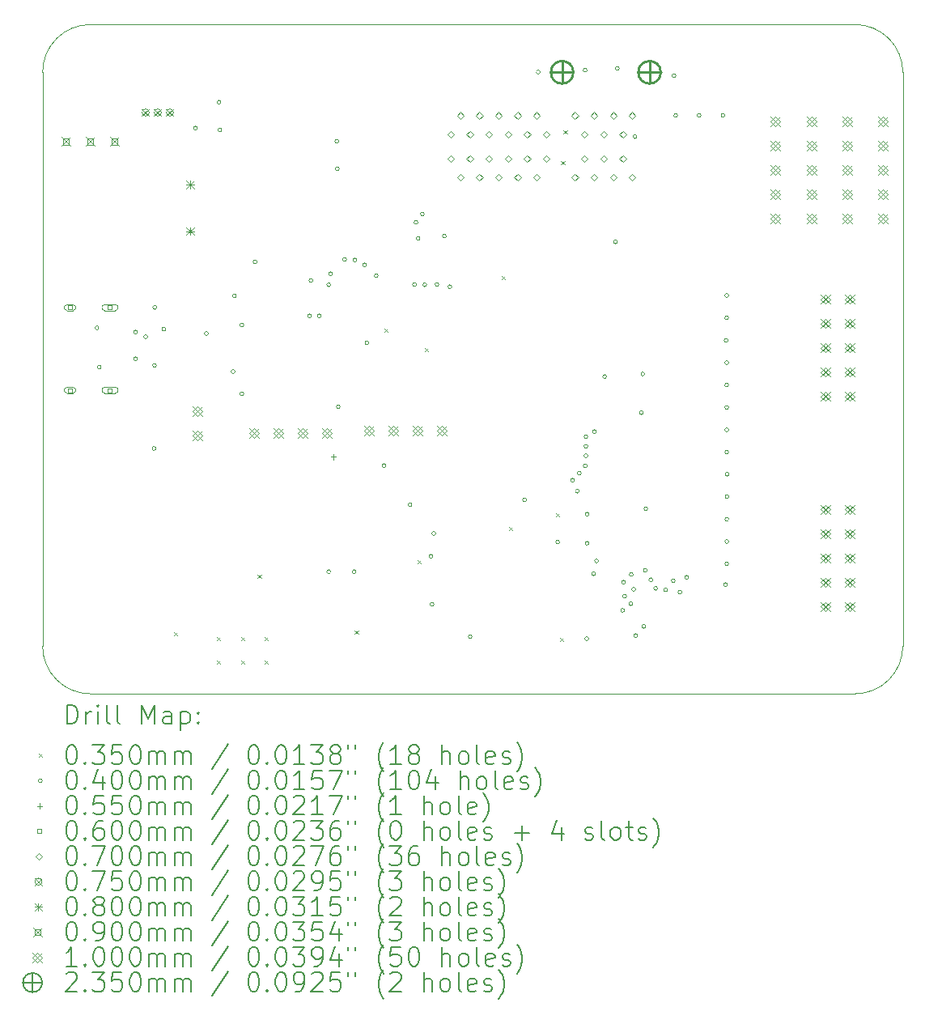
<source format=gbr>
%TF.GenerationSoftware,KiCad,Pcbnew,7.0.11-7.0.11~ubuntu22.04.1*%
%TF.CreationDate,2024-09-03T00:59:19+02:00*%
%TF.ProjectId,JTAGFinder,4a544147-4669-46e6-9465-722e6b696361,rev?*%
%TF.SameCoordinates,Original*%
%TF.FileFunction,Drillmap*%
%TF.FilePolarity,Positive*%
%FSLAX45Y45*%
G04 Gerber Fmt 4.5, Leading zero omitted, Abs format (unit mm)*
G04 Created by KiCad (PCBNEW 7.0.11-7.0.11~ubuntu22.04.1) date 2024-09-03 00:59:19*
%MOMM*%
%LPD*%
G01*
G04 APERTURE LIST*
%ADD10C,0.100000*%
%ADD11C,0.200000*%
%ADD12C,0.235000*%
G04 APERTURE END LIST*
D10*
X10406500Y-12327500D02*
X10406500Y-6327500D01*
X18906500Y-12827500D02*
G75*
G03*
X19406500Y-12327500I0J500000D01*
G01*
X19406500Y-6327500D02*
G75*
G03*
X18906500Y-5827500I-500000J0D01*
G01*
X10906500Y-5827500D02*
G75*
G03*
X10406500Y-6327500I0J-500000D01*
G01*
X10906500Y-5827500D02*
X18906500Y-5827500D01*
X19406500Y-6327500D02*
X19406500Y-12327500D01*
X18906500Y-12827500D02*
X10906500Y-12827500D01*
X10406500Y-12327500D02*
G75*
G03*
X10906500Y-12827500I500000J0D01*
G01*
D11*
D10*
X11782500Y-12182500D02*
X11817500Y-12217500D01*
X11817500Y-12182500D02*
X11782500Y-12217500D01*
X12232500Y-12232500D02*
X12267500Y-12267500D01*
X12267500Y-12232500D02*
X12232500Y-12267500D01*
X12232500Y-12482500D02*
X12267500Y-12517500D01*
X12267500Y-12482500D02*
X12232500Y-12517500D01*
X12482500Y-12232500D02*
X12517500Y-12267500D01*
X12517500Y-12232500D02*
X12482500Y-12267500D01*
X12482500Y-12482500D02*
X12517500Y-12517500D01*
X12517500Y-12482500D02*
X12482500Y-12517500D01*
X12657500Y-11582500D02*
X12692500Y-11617500D01*
X12692500Y-11582500D02*
X12657500Y-11617500D01*
X12732500Y-12232500D02*
X12767500Y-12267500D01*
X12767500Y-12232500D02*
X12732500Y-12267500D01*
X12732500Y-12482500D02*
X12767500Y-12517500D01*
X12767500Y-12482500D02*
X12732500Y-12517500D01*
X13672500Y-12167500D02*
X13707500Y-12202500D01*
X13707500Y-12167500D02*
X13672500Y-12202500D01*
X13982500Y-9007500D02*
X14017500Y-9042500D01*
X14017500Y-9007500D02*
X13982500Y-9042500D01*
X14332500Y-11432500D02*
X14367500Y-11467500D01*
X14367500Y-11432500D02*
X14332500Y-11467500D01*
X14407500Y-9207500D02*
X14442500Y-9242500D01*
X14442500Y-9207500D02*
X14407500Y-9242500D01*
X15207500Y-8457500D02*
X15242500Y-8492500D01*
X15242500Y-8457500D02*
X15207500Y-8492500D01*
X15282500Y-11082500D02*
X15317500Y-11117500D01*
X15317500Y-11082500D02*
X15282500Y-11117500D01*
X15777500Y-10940500D02*
X15812500Y-10975500D01*
X15812500Y-10940500D02*
X15777500Y-10975500D01*
X15822500Y-12242500D02*
X15857500Y-12277500D01*
X15857500Y-12242500D02*
X15822500Y-12277500D01*
X15832500Y-7257500D02*
X15867500Y-7292500D01*
X15867500Y-7257500D02*
X15832500Y-7292500D01*
X15857500Y-6932500D02*
X15892500Y-6967500D01*
X15892500Y-6932500D02*
X15857500Y-6967500D01*
X10995000Y-9000000D02*
G75*
G03*
X10955000Y-9000000I-20000J0D01*
G01*
X10955000Y-9000000D02*
G75*
G03*
X10995000Y-9000000I20000J0D01*
G01*
X11020000Y-9412269D02*
G75*
G03*
X10980000Y-9412269I-20000J0D01*
G01*
X10980000Y-9412269D02*
G75*
G03*
X11020000Y-9412269I20000J0D01*
G01*
X11399200Y-9042400D02*
G75*
G03*
X11359200Y-9042400I-20000J0D01*
G01*
X11359200Y-9042400D02*
G75*
G03*
X11399200Y-9042400I20000J0D01*
G01*
X11399200Y-9321800D02*
G75*
G03*
X11359200Y-9321800I-20000J0D01*
G01*
X11359200Y-9321800D02*
G75*
G03*
X11399200Y-9321800I20000J0D01*
G01*
X11505000Y-9093200D02*
G75*
G03*
X11465000Y-9093200I-20000J0D01*
G01*
X11465000Y-9093200D02*
G75*
G03*
X11505000Y-9093200I20000J0D01*
G01*
X11592240Y-10261960D02*
G75*
G03*
X11552240Y-10261960I-20000J0D01*
G01*
X11552240Y-10261960D02*
G75*
G03*
X11592240Y-10261960I20000J0D01*
G01*
X11597500Y-9392500D02*
G75*
G03*
X11557500Y-9392500I-20000J0D01*
G01*
X11557500Y-9392500D02*
G75*
G03*
X11597500Y-9392500I20000J0D01*
G01*
X11600000Y-8786250D02*
G75*
G03*
X11560000Y-8786250I-20000J0D01*
G01*
X11560000Y-8786250D02*
G75*
G03*
X11600000Y-8786250I20000J0D01*
G01*
X11695000Y-9013750D02*
G75*
G03*
X11655000Y-9013750I-20000J0D01*
G01*
X11655000Y-9013750D02*
G75*
G03*
X11695000Y-9013750I20000J0D01*
G01*
X12025000Y-6910000D02*
G75*
G03*
X11985000Y-6910000I-20000J0D01*
G01*
X11985000Y-6910000D02*
G75*
G03*
X12025000Y-6910000I20000J0D01*
G01*
X12140000Y-9060000D02*
G75*
G03*
X12100000Y-9060000I-20000J0D01*
G01*
X12100000Y-9060000D02*
G75*
G03*
X12140000Y-9060000I20000J0D01*
G01*
X12272960Y-6639560D02*
G75*
G03*
X12232960Y-6639560I-20000J0D01*
G01*
X12232960Y-6639560D02*
G75*
G03*
X12272960Y-6639560I20000J0D01*
G01*
X12280000Y-6930000D02*
G75*
G03*
X12240000Y-6930000I-20000J0D01*
G01*
X12240000Y-6930000D02*
G75*
G03*
X12280000Y-6930000I20000J0D01*
G01*
X12420000Y-9457500D02*
G75*
G03*
X12380000Y-9457500I-20000J0D01*
G01*
X12380000Y-9457500D02*
G75*
G03*
X12420000Y-9457500I20000J0D01*
G01*
X12432500Y-8665000D02*
G75*
G03*
X12392500Y-8665000I-20000J0D01*
G01*
X12392500Y-8665000D02*
G75*
G03*
X12432500Y-8665000I20000J0D01*
G01*
X12510000Y-8970000D02*
G75*
G03*
X12470000Y-8970000I-20000J0D01*
G01*
X12470000Y-8970000D02*
G75*
G03*
X12510000Y-8970000I20000J0D01*
G01*
X12510000Y-9690000D02*
G75*
G03*
X12470000Y-9690000I-20000J0D01*
G01*
X12470000Y-9690000D02*
G75*
G03*
X12510000Y-9690000I20000J0D01*
G01*
X12650000Y-8310000D02*
G75*
G03*
X12610000Y-8310000I-20000J0D01*
G01*
X12610000Y-8310000D02*
G75*
G03*
X12650000Y-8310000I20000J0D01*
G01*
X13220000Y-8875000D02*
G75*
G03*
X13180000Y-8875000I-20000J0D01*
G01*
X13180000Y-8875000D02*
G75*
G03*
X13220000Y-8875000I20000J0D01*
G01*
X13235000Y-8505000D02*
G75*
G03*
X13195000Y-8505000I-20000J0D01*
G01*
X13195000Y-8505000D02*
G75*
G03*
X13235000Y-8505000I20000J0D01*
G01*
X13320000Y-8875000D02*
G75*
G03*
X13280000Y-8875000I-20000J0D01*
G01*
X13280000Y-8875000D02*
G75*
G03*
X13320000Y-8875000I20000J0D01*
G01*
X13420000Y-8550000D02*
G75*
G03*
X13380000Y-8550000I-20000J0D01*
G01*
X13380000Y-8550000D02*
G75*
G03*
X13420000Y-8550000I20000J0D01*
G01*
X13420000Y-11550000D02*
G75*
G03*
X13380000Y-11550000I-20000J0D01*
G01*
X13380000Y-11550000D02*
G75*
G03*
X13420000Y-11550000I20000J0D01*
G01*
X13440000Y-8435000D02*
G75*
G03*
X13400000Y-8435000I-20000J0D01*
G01*
X13400000Y-8435000D02*
G75*
G03*
X13440000Y-8435000I20000J0D01*
G01*
X13505000Y-7047500D02*
G75*
G03*
X13465000Y-7047500I-20000J0D01*
G01*
X13465000Y-7047500D02*
G75*
G03*
X13505000Y-7047500I20000J0D01*
G01*
X13510000Y-7335000D02*
G75*
G03*
X13470000Y-7335000I-20000J0D01*
G01*
X13470000Y-7335000D02*
G75*
G03*
X13510000Y-7335000I20000J0D01*
G01*
X13520000Y-9825000D02*
G75*
G03*
X13480000Y-9825000I-20000J0D01*
G01*
X13480000Y-9825000D02*
G75*
G03*
X13520000Y-9825000I20000J0D01*
G01*
X13585000Y-8285000D02*
G75*
G03*
X13545000Y-8285000I-20000J0D01*
G01*
X13545000Y-8285000D02*
G75*
G03*
X13585000Y-8285000I20000J0D01*
G01*
X13686700Y-11550000D02*
G75*
G03*
X13646700Y-11550000I-20000J0D01*
G01*
X13646700Y-11550000D02*
G75*
G03*
X13686700Y-11550000I20000J0D01*
G01*
X13695000Y-8290000D02*
G75*
G03*
X13655000Y-8290000I-20000J0D01*
G01*
X13655000Y-8290000D02*
G75*
G03*
X13695000Y-8290000I20000J0D01*
G01*
X13795000Y-8340000D02*
G75*
G03*
X13755000Y-8340000I-20000J0D01*
G01*
X13755000Y-8340000D02*
G75*
G03*
X13795000Y-8340000I20000J0D01*
G01*
X13820000Y-9157500D02*
G75*
G03*
X13780000Y-9157500I-20000J0D01*
G01*
X13780000Y-9157500D02*
G75*
G03*
X13820000Y-9157500I20000J0D01*
G01*
X13917500Y-8455000D02*
G75*
G03*
X13877500Y-8455000I-20000J0D01*
G01*
X13877500Y-8455000D02*
G75*
G03*
X13917500Y-8455000I20000J0D01*
G01*
X14000000Y-10440000D02*
G75*
G03*
X13960000Y-10440000I-20000J0D01*
G01*
X13960000Y-10440000D02*
G75*
G03*
X14000000Y-10440000I20000J0D01*
G01*
X14270000Y-10850000D02*
G75*
G03*
X14230000Y-10850000I-20000J0D01*
G01*
X14230000Y-10850000D02*
G75*
G03*
X14270000Y-10850000I20000J0D01*
G01*
X14317500Y-8547500D02*
G75*
G03*
X14277500Y-8547500I-20000J0D01*
G01*
X14277500Y-8547500D02*
G75*
G03*
X14317500Y-8547500I20000J0D01*
G01*
X14332500Y-7897500D02*
G75*
G03*
X14292500Y-7897500I-20000J0D01*
G01*
X14292500Y-7897500D02*
G75*
G03*
X14332500Y-7897500I20000J0D01*
G01*
X14355000Y-8065000D02*
G75*
G03*
X14315000Y-8065000I-20000J0D01*
G01*
X14315000Y-8065000D02*
G75*
G03*
X14355000Y-8065000I20000J0D01*
G01*
X14400000Y-7810000D02*
G75*
G03*
X14360000Y-7810000I-20000J0D01*
G01*
X14360000Y-7810000D02*
G75*
G03*
X14400000Y-7810000I20000J0D01*
G01*
X14425000Y-8550000D02*
G75*
G03*
X14385000Y-8550000I-20000J0D01*
G01*
X14385000Y-8550000D02*
G75*
G03*
X14425000Y-8550000I20000J0D01*
G01*
X14490000Y-11390000D02*
G75*
G03*
X14450000Y-11390000I-20000J0D01*
G01*
X14450000Y-11390000D02*
G75*
G03*
X14490000Y-11390000I20000J0D01*
G01*
X14500000Y-11890000D02*
G75*
G03*
X14460000Y-11890000I-20000J0D01*
G01*
X14460000Y-11890000D02*
G75*
G03*
X14500000Y-11890000I20000J0D01*
G01*
X14520000Y-11150000D02*
G75*
G03*
X14480000Y-11150000I-20000J0D01*
G01*
X14480000Y-11150000D02*
G75*
G03*
X14520000Y-11150000I20000J0D01*
G01*
X14552500Y-8545000D02*
G75*
G03*
X14512500Y-8545000I-20000J0D01*
G01*
X14512500Y-8545000D02*
G75*
G03*
X14552500Y-8545000I20000J0D01*
G01*
X14630000Y-8040000D02*
G75*
G03*
X14590000Y-8040000I-20000J0D01*
G01*
X14590000Y-8040000D02*
G75*
G03*
X14630000Y-8040000I20000J0D01*
G01*
X14687500Y-8570000D02*
G75*
G03*
X14647500Y-8570000I-20000J0D01*
G01*
X14647500Y-8570000D02*
G75*
G03*
X14687500Y-8570000I20000J0D01*
G01*
X14900000Y-12230000D02*
G75*
G03*
X14860000Y-12230000I-20000J0D01*
G01*
X14860000Y-12230000D02*
G75*
G03*
X14900000Y-12230000I20000J0D01*
G01*
X15470000Y-10800000D02*
G75*
G03*
X15430000Y-10800000I-20000J0D01*
G01*
X15430000Y-10800000D02*
G75*
G03*
X15470000Y-10800000I20000J0D01*
G01*
X15612500Y-6325000D02*
G75*
G03*
X15572500Y-6325000I-20000J0D01*
G01*
X15572500Y-6325000D02*
G75*
G03*
X15612500Y-6325000I20000J0D01*
G01*
X15815000Y-11240000D02*
G75*
G03*
X15775000Y-11240000I-20000J0D01*
G01*
X15775000Y-11240000D02*
G75*
G03*
X15815000Y-11240000I20000J0D01*
G01*
X15971200Y-10591800D02*
G75*
G03*
X15931200Y-10591800I-20000J0D01*
G01*
X15931200Y-10591800D02*
G75*
G03*
X15971200Y-10591800I20000J0D01*
G01*
X16019691Y-10708860D02*
G75*
G03*
X15979691Y-10708860I-20000J0D01*
G01*
X15979691Y-10708860D02*
G75*
G03*
X16019691Y-10708860I20000J0D01*
G01*
X16041875Y-10521125D02*
G75*
G03*
X16001875Y-10521125I-20000J0D01*
G01*
X16001875Y-10521125D02*
G75*
G03*
X16041875Y-10521125I20000J0D01*
G01*
X16102500Y-6305000D02*
G75*
G03*
X16062500Y-6305000I-20000J0D01*
G01*
X16062500Y-6305000D02*
G75*
G03*
X16102500Y-6305000I20000J0D01*
G01*
X16105067Y-10443685D02*
G75*
G03*
X16065067Y-10443685I-20000J0D01*
G01*
X16065067Y-10443685D02*
G75*
G03*
X16105067Y-10443685I20000J0D01*
G01*
X16110900Y-10137899D02*
G75*
G03*
X16070900Y-10137899I-20000J0D01*
G01*
X16070900Y-10137899D02*
G75*
G03*
X16110900Y-10137899I20000J0D01*
G01*
X16110900Y-10237850D02*
G75*
G03*
X16070900Y-10237850I-20000J0D01*
G01*
X16070900Y-10237850D02*
G75*
G03*
X16110900Y-10237850I20000J0D01*
G01*
X16110900Y-10337800D02*
G75*
G03*
X16070900Y-10337800I-20000J0D01*
G01*
X16070900Y-10337800D02*
G75*
G03*
X16110900Y-10337800I20000J0D01*
G01*
X16120000Y-12250000D02*
G75*
G03*
X16080000Y-12250000I-20000J0D01*
G01*
X16080000Y-12250000D02*
G75*
G03*
X16120000Y-12250000I20000J0D01*
G01*
X16122500Y-11252500D02*
G75*
G03*
X16082500Y-11252500I-20000J0D01*
G01*
X16082500Y-11252500D02*
G75*
G03*
X16122500Y-11252500I20000J0D01*
G01*
X16123600Y-10947400D02*
G75*
G03*
X16083600Y-10947400I-20000J0D01*
G01*
X16083600Y-10947400D02*
G75*
G03*
X16123600Y-10947400I20000J0D01*
G01*
X16192500Y-11572500D02*
G75*
G03*
X16152500Y-11572500I-20000J0D01*
G01*
X16152500Y-11572500D02*
G75*
G03*
X16192500Y-11572500I20000J0D01*
G01*
X16199800Y-10083800D02*
G75*
G03*
X16159800Y-10083800I-20000J0D01*
G01*
X16159800Y-10083800D02*
G75*
G03*
X16199800Y-10083800I20000J0D01*
G01*
X16222500Y-11437500D02*
G75*
G03*
X16182500Y-11437500I-20000J0D01*
G01*
X16182500Y-11437500D02*
G75*
G03*
X16222500Y-11437500I20000J0D01*
G01*
X16306480Y-9509760D02*
G75*
G03*
X16266480Y-9509760I-20000J0D01*
G01*
X16266480Y-9509760D02*
G75*
G03*
X16306480Y-9509760I20000J0D01*
G01*
X16420000Y-8100000D02*
G75*
G03*
X16380000Y-8100000I-20000J0D01*
G01*
X16380000Y-8100000D02*
G75*
G03*
X16420000Y-8100000I20000J0D01*
G01*
X16440000Y-6285000D02*
G75*
G03*
X16400000Y-6285000I-20000J0D01*
G01*
X16400000Y-6285000D02*
G75*
G03*
X16440000Y-6285000I20000J0D01*
G01*
X16495000Y-11955000D02*
G75*
G03*
X16455000Y-11955000I-20000J0D01*
G01*
X16455000Y-11955000D02*
G75*
G03*
X16495000Y-11955000I20000J0D01*
G01*
X16505000Y-11660000D02*
G75*
G03*
X16465000Y-11660000I-20000J0D01*
G01*
X16465000Y-11660000D02*
G75*
G03*
X16505000Y-11660000I20000J0D01*
G01*
X16515000Y-11805000D02*
G75*
G03*
X16475000Y-11805000I-20000J0D01*
G01*
X16475000Y-11805000D02*
G75*
G03*
X16515000Y-11805000I20000J0D01*
G01*
X16580000Y-11885000D02*
G75*
G03*
X16540000Y-11885000I-20000J0D01*
G01*
X16540000Y-11885000D02*
G75*
G03*
X16580000Y-11885000I20000J0D01*
G01*
X16585000Y-11580000D02*
G75*
G03*
X16545000Y-11580000I-20000J0D01*
G01*
X16545000Y-11580000D02*
G75*
G03*
X16585000Y-11580000I20000J0D01*
G01*
X16610000Y-11735000D02*
G75*
G03*
X16570000Y-11735000I-20000J0D01*
G01*
X16570000Y-11735000D02*
G75*
G03*
X16610000Y-11735000I20000J0D01*
G01*
X16624800Y-7000000D02*
G75*
G03*
X16584800Y-7000000I-20000J0D01*
G01*
X16584800Y-7000000D02*
G75*
G03*
X16624800Y-7000000I20000J0D01*
G01*
X16631600Y-12217400D02*
G75*
G03*
X16591600Y-12217400I-20000J0D01*
G01*
X16591600Y-12217400D02*
G75*
G03*
X16631600Y-12217400I20000J0D01*
G01*
X16690000Y-9887500D02*
G75*
G03*
X16650000Y-9887500I-20000J0D01*
G01*
X16650000Y-9887500D02*
G75*
G03*
X16690000Y-9887500I20000J0D01*
G01*
X16705000Y-9482500D02*
G75*
G03*
X16665000Y-9482500I-20000J0D01*
G01*
X16665000Y-9482500D02*
G75*
G03*
X16705000Y-9482500I20000J0D01*
G01*
X16717500Y-12122500D02*
G75*
G03*
X16677500Y-12122500I-20000J0D01*
G01*
X16677500Y-12122500D02*
G75*
G03*
X16717500Y-12122500I20000J0D01*
G01*
X16732500Y-11535000D02*
G75*
G03*
X16692500Y-11535000I-20000J0D01*
G01*
X16692500Y-11535000D02*
G75*
G03*
X16732500Y-11535000I20000J0D01*
G01*
X16737500Y-10892500D02*
G75*
G03*
X16697500Y-10892500I-20000J0D01*
G01*
X16697500Y-10892500D02*
G75*
G03*
X16737500Y-10892500I20000J0D01*
G01*
X16790000Y-11635000D02*
G75*
G03*
X16750000Y-11635000I-20000J0D01*
G01*
X16750000Y-11635000D02*
G75*
G03*
X16790000Y-11635000I20000J0D01*
G01*
X16840000Y-11725000D02*
G75*
G03*
X16800000Y-11725000I-20000J0D01*
G01*
X16800000Y-11725000D02*
G75*
G03*
X16840000Y-11725000I20000J0D01*
G01*
X16945000Y-11740000D02*
G75*
G03*
X16905000Y-11740000I-20000J0D01*
G01*
X16905000Y-11740000D02*
G75*
G03*
X16945000Y-11740000I20000J0D01*
G01*
X17025000Y-11645000D02*
G75*
G03*
X16985000Y-11645000I-20000J0D01*
G01*
X16985000Y-11645000D02*
G75*
G03*
X17025000Y-11645000I20000J0D01*
G01*
X17032500Y-6362500D02*
G75*
G03*
X16992500Y-6362500I-20000J0D01*
G01*
X16992500Y-6362500D02*
G75*
G03*
X17032500Y-6362500I20000J0D01*
G01*
X17050155Y-6778750D02*
G75*
G03*
X17010155Y-6778750I-20000J0D01*
G01*
X17010155Y-6778750D02*
G75*
G03*
X17050155Y-6778750I20000J0D01*
G01*
X17095000Y-11765000D02*
G75*
G03*
X17055000Y-11765000I-20000J0D01*
G01*
X17055000Y-11765000D02*
G75*
G03*
X17095000Y-11765000I20000J0D01*
G01*
X17165000Y-11610000D02*
G75*
G03*
X17125000Y-11610000I-20000J0D01*
G01*
X17125000Y-11610000D02*
G75*
G03*
X17165000Y-11610000I20000J0D01*
G01*
X17295000Y-6778750D02*
G75*
G03*
X17255000Y-6778750I-20000J0D01*
G01*
X17255000Y-6778750D02*
G75*
G03*
X17295000Y-6778750I20000J0D01*
G01*
X17545000Y-6778750D02*
G75*
G03*
X17505000Y-6778750I-20000J0D01*
G01*
X17505000Y-6778750D02*
G75*
G03*
X17545000Y-6778750I20000J0D01*
G01*
X17571400Y-11684000D02*
G75*
G03*
X17531400Y-11684000I-20000J0D01*
G01*
X17531400Y-11684000D02*
G75*
G03*
X17571400Y-11684000I20000J0D01*
G01*
X17577550Y-9129486D02*
G75*
G03*
X17537550Y-9129486I-20000J0D01*
G01*
X17537550Y-9129486D02*
G75*
G03*
X17577550Y-9129486I20000J0D01*
G01*
X17583700Y-8895443D02*
G75*
G03*
X17543700Y-8895443I-20000J0D01*
G01*
X17543700Y-8895443D02*
G75*
G03*
X17583700Y-8895443I20000J0D01*
G01*
X17583700Y-9363528D02*
G75*
G03*
X17543700Y-9363528I-20000J0D01*
G01*
X17543700Y-9363528D02*
G75*
G03*
X17583700Y-9363528I20000J0D01*
G01*
X17583700Y-9597571D02*
G75*
G03*
X17543700Y-9597571I-20000J0D01*
G01*
X17543700Y-9597571D02*
G75*
G03*
X17583700Y-9597571I20000J0D01*
G01*
X17583700Y-9831614D02*
G75*
G03*
X17543700Y-9831614I-20000J0D01*
G01*
X17543700Y-9831614D02*
G75*
G03*
X17583700Y-9831614I20000J0D01*
G01*
X17583700Y-10065657D02*
G75*
G03*
X17543700Y-10065657I-20000J0D01*
G01*
X17543700Y-10065657D02*
G75*
G03*
X17583700Y-10065657I20000J0D01*
G01*
X17583700Y-10299700D02*
G75*
G03*
X17543700Y-10299700I-20000J0D01*
G01*
X17543700Y-10299700D02*
G75*
G03*
X17583700Y-10299700I20000J0D01*
G01*
X17583700Y-11468100D02*
G75*
G03*
X17543700Y-11468100I-20000J0D01*
G01*
X17543700Y-11468100D02*
G75*
G03*
X17583700Y-11468100I20000J0D01*
G01*
X17584100Y-8661400D02*
G75*
G03*
X17544100Y-8661400I-20000J0D01*
G01*
X17544100Y-8661400D02*
G75*
G03*
X17584100Y-8661400I20000J0D01*
G01*
X17585170Y-11000740D02*
G75*
G03*
X17545170Y-11000740I-20000J0D01*
G01*
X17545170Y-11000740D02*
G75*
G03*
X17585170Y-11000740I20000J0D01*
G01*
X17585170Y-11234420D02*
G75*
G03*
X17545170Y-11234420I-20000J0D01*
G01*
X17545170Y-11234420D02*
G75*
G03*
X17585170Y-11234420I20000J0D01*
G01*
X17587710Y-10764520D02*
G75*
G03*
X17547710Y-10764520I-20000J0D01*
G01*
X17547710Y-10764520D02*
G75*
G03*
X17587710Y-10764520I20000J0D01*
G01*
X17588780Y-10530840D02*
G75*
G03*
X17548780Y-10530840I-20000J0D01*
G01*
X17548780Y-10530840D02*
G75*
G03*
X17588780Y-10530840I20000J0D01*
G01*
X13450000Y-10322500D02*
X13450000Y-10377500D01*
X13422500Y-10350000D02*
X13477500Y-10350000D01*
X10714613Y-8809213D02*
X10714613Y-8766787D01*
X10672187Y-8766787D01*
X10672187Y-8809213D01*
X10714613Y-8809213D01*
X10723400Y-8758000D02*
X10663400Y-8758000D01*
X10663400Y-8758000D02*
G75*
G03*
X10663400Y-8818000I0J-30000D01*
G01*
X10663400Y-8818000D02*
X10723400Y-8818000D01*
X10723400Y-8818000D02*
G75*
G03*
X10723400Y-8758000I0J30000D01*
G01*
X10714613Y-9673213D02*
X10714613Y-9630787D01*
X10672187Y-9630787D01*
X10672187Y-9673213D01*
X10714613Y-9673213D01*
X10723400Y-9622000D02*
X10663400Y-9622000D01*
X10663400Y-9622000D02*
G75*
G03*
X10663400Y-9682000I0J-30000D01*
G01*
X10663400Y-9682000D02*
X10723400Y-9682000D01*
X10723400Y-9682000D02*
G75*
G03*
X10723400Y-9622000I0J30000D01*
G01*
X11132613Y-8809213D02*
X11132613Y-8766787D01*
X11090187Y-8766787D01*
X11090187Y-8809213D01*
X11132613Y-8809213D01*
X11166400Y-8758000D02*
X11056400Y-8758000D01*
X11056400Y-8758000D02*
G75*
G03*
X11056400Y-8818000I0J-30000D01*
G01*
X11056400Y-8818000D02*
X11166400Y-8818000D01*
X11166400Y-8818000D02*
G75*
G03*
X11166400Y-8758000I0J30000D01*
G01*
X11132613Y-9673213D02*
X11132613Y-9630787D01*
X11090187Y-9630787D01*
X11090187Y-9673213D01*
X11132613Y-9673213D01*
X11166400Y-9622000D02*
X11056400Y-9622000D01*
X11056400Y-9622000D02*
G75*
G03*
X11056400Y-9682000I0J-30000D01*
G01*
X11056400Y-9682000D02*
X11166400Y-9682000D01*
X11166400Y-9682000D02*
G75*
G03*
X11166400Y-9622000I0J30000D01*
G01*
X14676500Y-7012500D02*
X14711500Y-6977500D01*
X14676500Y-6942500D01*
X14641500Y-6977500D01*
X14676500Y-7012500D01*
X14676500Y-7262500D02*
X14711500Y-7227500D01*
X14676500Y-7192500D01*
X14641500Y-7227500D01*
X14676500Y-7262500D01*
X14776500Y-6812500D02*
X14811500Y-6777500D01*
X14776500Y-6742500D01*
X14741500Y-6777500D01*
X14776500Y-6812500D01*
X14776500Y-7462500D02*
X14811500Y-7427500D01*
X14776500Y-7392500D01*
X14741500Y-7427500D01*
X14776500Y-7462500D01*
X14876500Y-7012500D02*
X14911500Y-6977500D01*
X14876500Y-6942500D01*
X14841500Y-6977500D01*
X14876500Y-7012500D01*
X14876500Y-7262500D02*
X14911500Y-7227500D01*
X14876500Y-7192500D01*
X14841500Y-7227500D01*
X14876500Y-7262500D01*
X14976500Y-6812500D02*
X15011500Y-6777500D01*
X14976500Y-6742500D01*
X14941500Y-6777500D01*
X14976500Y-6812500D01*
X14976500Y-7462500D02*
X15011500Y-7427500D01*
X14976500Y-7392500D01*
X14941500Y-7427500D01*
X14976500Y-7462500D01*
X15076500Y-7012500D02*
X15111500Y-6977500D01*
X15076500Y-6942500D01*
X15041500Y-6977500D01*
X15076500Y-7012500D01*
X15076500Y-7262500D02*
X15111500Y-7227500D01*
X15076500Y-7192500D01*
X15041500Y-7227500D01*
X15076500Y-7262500D01*
X15176500Y-6812500D02*
X15211500Y-6777500D01*
X15176500Y-6742500D01*
X15141500Y-6777500D01*
X15176500Y-6812500D01*
X15176500Y-7462500D02*
X15211500Y-7427500D01*
X15176500Y-7392500D01*
X15141500Y-7427500D01*
X15176500Y-7462500D01*
X15276500Y-7012500D02*
X15311500Y-6977500D01*
X15276500Y-6942500D01*
X15241500Y-6977500D01*
X15276500Y-7012500D01*
X15276500Y-7262500D02*
X15311500Y-7227500D01*
X15276500Y-7192500D01*
X15241500Y-7227500D01*
X15276500Y-7262500D01*
X15376500Y-6812500D02*
X15411500Y-6777500D01*
X15376500Y-6742500D01*
X15341500Y-6777500D01*
X15376500Y-6812500D01*
X15376500Y-7462500D02*
X15411500Y-7427500D01*
X15376500Y-7392500D01*
X15341500Y-7427500D01*
X15376500Y-7462500D01*
X15476500Y-7012500D02*
X15511500Y-6977500D01*
X15476500Y-6942500D01*
X15441500Y-6977500D01*
X15476500Y-7012500D01*
X15476500Y-7262500D02*
X15511500Y-7227500D01*
X15476500Y-7192500D01*
X15441500Y-7227500D01*
X15476500Y-7262500D01*
X15576500Y-6812500D02*
X15611500Y-6777500D01*
X15576500Y-6742500D01*
X15541500Y-6777500D01*
X15576500Y-6812500D01*
X15576500Y-7462500D02*
X15611500Y-7427500D01*
X15576500Y-7392500D01*
X15541500Y-7427500D01*
X15576500Y-7462500D01*
X15676500Y-7012500D02*
X15711500Y-6977500D01*
X15676500Y-6942500D01*
X15641500Y-6977500D01*
X15676500Y-7012500D01*
X15676500Y-7262500D02*
X15711500Y-7227500D01*
X15676500Y-7192500D01*
X15641500Y-7227500D01*
X15676500Y-7262500D01*
X15976500Y-6812500D02*
X16011500Y-6777500D01*
X15976500Y-6742500D01*
X15941500Y-6777500D01*
X15976500Y-6812500D01*
X15976500Y-7462500D02*
X16011500Y-7427500D01*
X15976500Y-7392500D01*
X15941500Y-7427500D01*
X15976500Y-7462500D01*
X16076500Y-7012500D02*
X16111500Y-6977500D01*
X16076500Y-6942500D01*
X16041500Y-6977500D01*
X16076500Y-7012500D01*
X16076500Y-7262500D02*
X16111500Y-7227500D01*
X16076500Y-7192500D01*
X16041500Y-7227500D01*
X16076500Y-7262500D01*
X16176500Y-6812500D02*
X16211500Y-6777500D01*
X16176500Y-6742500D01*
X16141500Y-6777500D01*
X16176500Y-6812500D01*
X16176500Y-7462500D02*
X16211500Y-7427500D01*
X16176500Y-7392500D01*
X16141500Y-7427500D01*
X16176500Y-7462500D01*
X16276500Y-7012500D02*
X16311500Y-6977500D01*
X16276500Y-6942500D01*
X16241500Y-6977500D01*
X16276500Y-7012500D01*
X16276500Y-7262500D02*
X16311500Y-7227500D01*
X16276500Y-7192500D01*
X16241500Y-7227500D01*
X16276500Y-7262500D01*
X16376500Y-6812500D02*
X16411500Y-6777500D01*
X16376500Y-6742500D01*
X16341500Y-6777500D01*
X16376500Y-6812500D01*
X16376500Y-7462500D02*
X16411500Y-7427500D01*
X16376500Y-7392500D01*
X16341500Y-7427500D01*
X16376500Y-7462500D01*
X16476500Y-7012500D02*
X16511500Y-6977500D01*
X16476500Y-6942500D01*
X16441500Y-6977500D01*
X16476500Y-7012500D01*
X16476500Y-7262500D02*
X16511500Y-7227500D01*
X16476500Y-7192500D01*
X16441500Y-7227500D01*
X16476500Y-7262500D01*
X16576500Y-6812500D02*
X16611500Y-6777500D01*
X16576500Y-6742500D01*
X16541500Y-6777500D01*
X16576500Y-6812500D01*
X16576500Y-7462500D02*
X16611500Y-7427500D01*
X16576500Y-7392500D01*
X16541500Y-7427500D01*
X16576500Y-7462500D01*
X11446000Y-6710000D02*
X11521000Y-6785000D01*
X11521000Y-6710000D02*
X11446000Y-6785000D01*
X11521000Y-6747500D02*
G75*
G03*
X11446000Y-6747500I-37500J0D01*
G01*
X11446000Y-6747500D02*
G75*
G03*
X11521000Y-6747500I37500J0D01*
G01*
X11573000Y-6710000D02*
X11648000Y-6785000D01*
X11648000Y-6710000D02*
X11573000Y-6785000D01*
X11648000Y-6747500D02*
G75*
G03*
X11573000Y-6747500I-37500J0D01*
G01*
X11573000Y-6747500D02*
G75*
G03*
X11648000Y-6747500I37500J0D01*
G01*
X11700000Y-6710000D02*
X11775000Y-6785000D01*
X11775000Y-6710000D02*
X11700000Y-6785000D01*
X11775000Y-6747500D02*
G75*
G03*
X11700000Y-6747500I-37500J0D01*
G01*
X11700000Y-6747500D02*
G75*
G03*
X11775000Y-6747500I37500J0D01*
G01*
X11912200Y-7461500D02*
X11992200Y-7541500D01*
X11992200Y-7461500D02*
X11912200Y-7541500D01*
X11952200Y-7461500D02*
X11952200Y-7541500D01*
X11912200Y-7501500D02*
X11992200Y-7501500D01*
X11912200Y-7949500D02*
X11992200Y-8029500D01*
X11992200Y-7949500D02*
X11912200Y-8029500D01*
X11952200Y-7949500D02*
X11952200Y-8029500D01*
X11912200Y-7989500D02*
X11992200Y-7989500D01*
X10607760Y-7006040D02*
X10697760Y-7096040D01*
X10697760Y-7006040D02*
X10607760Y-7096040D01*
X10684580Y-7082860D02*
X10684580Y-7019220D01*
X10620940Y-7019220D01*
X10620940Y-7082860D01*
X10684580Y-7082860D01*
X10861760Y-7006040D02*
X10951760Y-7096040D01*
X10951760Y-7006040D02*
X10861760Y-7096040D01*
X10938580Y-7082860D02*
X10938580Y-7019220D01*
X10874940Y-7019220D01*
X10874940Y-7082860D01*
X10938580Y-7082860D01*
X11115760Y-7006040D02*
X11205760Y-7096040D01*
X11205760Y-7006040D02*
X11115760Y-7096040D01*
X11192580Y-7082860D02*
X11192580Y-7019220D01*
X11128940Y-7019220D01*
X11128940Y-7082860D01*
X11192580Y-7082860D01*
X11975000Y-9821000D02*
X12075000Y-9921000D01*
X12075000Y-9821000D02*
X11975000Y-9921000D01*
X12025000Y-9921000D02*
X12075000Y-9871000D01*
X12025000Y-9821000D01*
X11975000Y-9871000D01*
X12025000Y-9921000D01*
X11975000Y-10075000D02*
X12075000Y-10175000D01*
X12075000Y-10075000D02*
X11975000Y-10175000D01*
X12025000Y-10175000D02*
X12075000Y-10125000D01*
X12025000Y-10075000D01*
X11975000Y-10125000D01*
X12025000Y-10175000D01*
X12567000Y-10050000D02*
X12667000Y-10150000D01*
X12667000Y-10050000D02*
X12567000Y-10150000D01*
X12617000Y-10150000D02*
X12667000Y-10100000D01*
X12617000Y-10050000D01*
X12567000Y-10100000D01*
X12617000Y-10150000D01*
X12821000Y-10050000D02*
X12921000Y-10150000D01*
X12921000Y-10050000D02*
X12821000Y-10150000D01*
X12871000Y-10150000D02*
X12921000Y-10100000D01*
X12871000Y-10050000D01*
X12821000Y-10100000D01*
X12871000Y-10150000D01*
X13075000Y-10050000D02*
X13175000Y-10150000D01*
X13175000Y-10050000D02*
X13075000Y-10150000D01*
X13125000Y-10150000D02*
X13175000Y-10100000D01*
X13125000Y-10050000D01*
X13075000Y-10100000D01*
X13125000Y-10150000D01*
X13329000Y-10050000D02*
X13429000Y-10150000D01*
X13429000Y-10050000D02*
X13329000Y-10150000D01*
X13379000Y-10150000D02*
X13429000Y-10100000D01*
X13379000Y-10050000D01*
X13329000Y-10100000D01*
X13379000Y-10150000D01*
X13770000Y-10025000D02*
X13870000Y-10125000D01*
X13870000Y-10025000D02*
X13770000Y-10125000D01*
X13820000Y-10125000D02*
X13870000Y-10075000D01*
X13820000Y-10025000D01*
X13770000Y-10075000D01*
X13820000Y-10125000D01*
X14024000Y-10025000D02*
X14124000Y-10125000D01*
X14124000Y-10025000D02*
X14024000Y-10125000D01*
X14074000Y-10125000D02*
X14124000Y-10075000D01*
X14074000Y-10025000D01*
X14024000Y-10075000D01*
X14074000Y-10125000D01*
X14278000Y-10025000D02*
X14378000Y-10125000D01*
X14378000Y-10025000D02*
X14278000Y-10125000D01*
X14328000Y-10125000D02*
X14378000Y-10075000D01*
X14328000Y-10025000D01*
X14278000Y-10075000D01*
X14328000Y-10125000D01*
X14532000Y-10025000D02*
X14632000Y-10125000D01*
X14632000Y-10025000D02*
X14532000Y-10125000D01*
X14582000Y-10125000D02*
X14632000Y-10075000D01*
X14582000Y-10025000D01*
X14532000Y-10075000D01*
X14582000Y-10125000D01*
X18025000Y-6788000D02*
X18125000Y-6888000D01*
X18125000Y-6788000D02*
X18025000Y-6888000D01*
X18075000Y-6888000D02*
X18125000Y-6838000D01*
X18075000Y-6788000D01*
X18025000Y-6838000D01*
X18075000Y-6888000D01*
X18025000Y-7042000D02*
X18125000Y-7142000D01*
X18125000Y-7042000D02*
X18025000Y-7142000D01*
X18075000Y-7142000D02*
X18125000Y-7092000D01*
X18075000Y-7042000D01*
X18025000Y-7092000D01*
X18075000Y-7142000D01*
X18025000Y-7296000D02*
X18125000Y-7396000D01*
X18125000Y-7296000D02*
X18025000Y-7396000D01*
X18075000Y-7396000D02*
X18125000Y-7346000D01*
X18075000Y-7296000D01*
X18025000Y-7346000D01*
X18075000Y-7396000D01*
X18025000Y-7550000D02*
X18125000Y-7650000D01*
X18125000Y-7550000D02*
X18025000Y-7650000D01*
X18075000Y-7650000D02*
X18125000Y-7600000D01*
X18075000Y-7550000D01*
X18025000Y-7600000D01*
X18075000Y-7650000D01*
X18025000Y-7804000D02*
X18125000Y-7904000D01*
X18125000Y-7804000D02*
X18025000Y-7904000D01*
X18075000Y-7904000D02*
X18125000Y-7854000D01*
X18075000Y-7804000D01*
X18025000Y-7854000D01*
X18075000Y-7904000D01*
X18400000Y-6788000D02*
X18500000Y-6888000D01*
X18500000Y-6788000D02*
X18400000Y-6888000D01*
X18450000Y-6888000D02*
X18500000Y-6838000D01*
X18450000Y-6788000D01*
X18400000Y-6838000D01*
X18450000Y-6888000D01*
X18400000Y-7042000D02*
X18500000Y-7142000D01*
X18500000Y-7042000D02*
X18400000Y-7142000D01*
X18450000Y-7142000D02*
X18500000Y-7092000D01*
X18450000Y-7042000D01*
X18400000Y-7092000D01*
X18450000Y-7142000D01*
X18400000Y-7296000D02*
X18500000Y-7396000D01*
X18500000Y-7296000D02*
X18400000Y-7396000D01*
X18450000Y-7396000D02*
X18500000Y-7346000D01*
X18450000Y-7296000D01*
X18400000Y-7346000D01*
X18450000Y-7396000D01*
X18400000Y-7550000D02*
X18500000Y-7650000D01*
X18500000Y-7550000D02*
X18400000Y-7650000D01*
X18450000Y-7650000D02*
X18500000Y-7600000D01*
X18450000Y-7550000D01*
X18400000Y-7600000D01*
X18450000Y-7650000D01*
X18400000Y-7804000D02*
X18500000Y-7904000D01*
X18500000Y-7804000D02*
X18400000Y-7904000D01*
X18450000Y-7904000D02*
X18500000Y-7854000D01*
X18450000Y-7804000D01*
X18400000Y-7854000D01*
X18450000Y-7904000D01*
X18550000Y-8650000D02*
X18650000Y-8750000D01*
X18650000Y-8650000D02*
X18550000Y-8750000D01*
X18600000Y-8750000D02*
X18650000Y-8700000D01*
X18600000Y-8650000D01*
X18550000Y-8700000D01*
X18600000Y-8750000D01*
X18550000Y-8904000D02*
X18650000Y-9004000D01*
X18650000Y-8904000D02*
X18550000Y-9004000D01*
X18600000Y-9004000D02*
X18650000Y-8954000D01*
X18600000Y-8904000D01*
X18550000Y-8954000D01*
X18600000Y-9004000D01*
X18550000Y-9158000D02*
X18650000Y-9258000D01*
X18650000Y-9158000D02*
X18550000Y-9258000D01*
X18600000Y-9258000D02*
X18650000Y-9208000D01*
X18600000Y-9158000D01*
X18550000Y-9208000D01*
X18600000Y-9258000D01*
X18550000Y-9412000D02*
X18650000Y-9512000D01*
X18650000Y-9412000D02*
X18550000Y-9512000D01*
X18600000Y-9512000D02*
X18650000Y-9462000D01*
X18600000Y-9412000D01*
X18550000Y-9462000D01*
X18600000Y-9512000D01*
X18550000Y-9666000D02*
X18650000Y-9766000D01*
X18650000Y-9666000D02*
X18550000Y-9766000D01*
X18600000Y-9766000D02*
X18650000Y-9716000D01*
X18600000Y-9666000D01*
X18550000Y-9716000D01*
X18600000Y-9766000D01*
X18550000Y-10850000D02*
X18650000Y-10950000D01*
X18650000Y-10850000D02*
X18550000Y-10950000D01*
X18600000Y-10950000D02*
X18650000Y-10900000D01*
X18600000Y-10850000D01*
X18550000Y-10900000D01*
X18600000Y-10950000D01*
X18550000Y-11104000D02*
X18650000Y-11204000D01*
X18650000Y-11104000D02*
X18550000Y-11204000D01*
X18600000Y-11204000D02*
X18650000Y-11154000D01*
X18600000Y-11104000D01*
X18550000Y-11154000D01*
X18600000Y-11204000D01*
X18550000Y-11358000D02*
X18650000Y-11458000D01*
X18650000Y-11358000D02*
X18550000Y-11458000D01*
X18600000Y-11458000D02*
X18650000Y-11408000D01*
X18600000Y-11358000D01*
X18550000Y-11408000D01*
X18600000Y-11458000D01*
X18550000Y-11612000D02*
X18650000Y-11712000D01*
X18650000Y-11612000D02*
X18550000Y-11712000D01*
X18600000Y-11712000D02*
X18650000Y-11662000D01*
X18600000Y-11612000D01*
X18550000Y-11662000D01*
X18600000Y-11712000D01*
X18550000Y-11866000D02*
X18650000Y-11966000D01*
X18650000Y-11866000D02*
X18550000Y-11966000D01*
X18600000Y-11966000D02*
X18650000Y-11916000D01*
X18600000Y-11866000D01*
X18550000Y-11916000D01*
X18600000Y-11966000D01*
X18775000Y-6788000D02*
X18875000Y-6888000D01*
X18875000Y-6788000D02*
X18775000Y-6888000D01*
X18825000Y-6888000D02*
X18875000Y-6838000D01*
X18825000Y-6788000D01*
X18775000Y-6838000D01*
X18825000Y-6888000D01*
X18775000Y-7042000D02*
X18875000Y-7142000D01*
X18875000Y-7042000D02*
X18775000Y-7142000D01*
X18825000Y-7142000D02*
X18875000Y-7092000D01*
X18825000Y-7042000D01*
X18775000Y-7092000D01*
X18825000Y-7142000D01*
X18775000Y-7296000D02*
X18875000Y-7396000D01*
X18875000Y-7296000D02*
X18775000Y-7396000D01*
X18825000Y-7396000D02*
X18875000Y-7346000D01*
X18825000Y-7296000D01*
X18775000Y-7346000D01*
X18825000Y-7396000D01*
X18775000Y-7550000D02*
X18875000Y-7650000D01*
X18875000Y-7550000D02*
X18775000Y-7650000D01*
X18825000Y-7650000D02*
X18875000Y-7600000D01*
X18825000Y-7550000D01*
X18775000Y-7600000D01*
X18825000Y-7650000D01*
X18775000Y-7804000D02*
X18875000Y-7904000D01*
X18875000Y-7804000D02*
X18775000Y-7904000D01*
X18825000Y-7904000D02*
X18875000Y-7854000D01*
X18825000Y-7804000D01*
X18775000Y-7854000D01*
X18825000Y-7904000D01*
X18804000Y-8650000D02*
X18904000Y-8750000D01*
X18904000Y-8650000D02*
X18804000Y-8750000D01*
X18854000Y-8750000D02*
X18904000Y-8700000D01*
X18854000Y-8650000D01*
X18804000Y-8700000D01*
X18854000Y-8750000D01*
X18804000Y-8904000D02*
X18904000Y-9004000D01*
X18904000Y-8904000D02*
X18804000Y-9004000D01*
X18854000Y-9004000D02*
X18904000Y-8954000D01*
X18854000Y-8904000D01*
X18804000Y-8954000D01*
X18854000Y-9004000D01*
X18804000Y-9158000D02*
X18904000Y-9258000D01*
X18904000Y-9158000D02*
X18804000Y-9258000D01*
X18854000Y-9258000D02*
X18904000Y-9208000D01*
X18854000Y-9158000D01*
X18804000Y-9208000D01*
X18854000Y-9258000D01*
X18804000Y-9412000D02*
X18904000Y-9512000D01*
X18904000Y-9412000D02*
X18804000Y-9512000D01*
X18854000Y-9512000D02*
X18904000Y-9462000D01*
X18854000Y-9412000D01*
X18804000Y-9462000D01*
X18854000Y-9512000D01*
X18804000Y-9666000D02*
X18904000Y-9766000D01*
X18904000Y-9666000D02*
X18804000Y-9766000D01*
X18854000Y-9766000D02*
X18904000Y-9716000D01*
X18854000Y-9666000D01*
X18804000Y-9716000D01*
X18854000Y-9766000D01*
X18804000Y-10850000D02*
X18904000Y-10950000D01*
X18904000Y-10850000D02*
X18804000Y-10950000D01*
X18854000Y-10950000D02*
X18904000Y-10900000D01*
X18854000Y-10850000D01*
X18804000Y-10900000D01*
X18854000Y-10950000D01*
X18804000Y-11104000D02*
X18904000Y-11204000D01*
X18904000Y-11104000D02*
X18804000Y-11204000D01*
X18854000Y-11204000D02*
X18904000Y-11154000D01*
X18854000Y-11104000D01*
X18804000Y-11154000D01*
X18854000Y-11204000D01*
X18804000Y-11358000D02*
X18904000Y-11458000D01*
X18904000Y-11358000D02*
X18804000Y-11458000D01*
X18854000Y-11458000D02*
X18904000Y-11408000D01*
X18854000Y-11358000D01*
X18804000Y-11408000D01*
X18854000Y-11458000D01*
X18804000Y-11612000D02*
X18904000Y-11712000D01*
X18904000Y-11612000D02*
X18804000Y-11712000D01*
X18854000Y-11712000D02*
X18904000Y-11662000D01*
X18854000Y-11612000D01*
X18804000Y-11662000D01*
X18854000Y-11712000D01*
X18804000Y-11866000D02*
X18904000Y-11966000D01*
X18904000Y-11866000D02*
X18804000Y-11966000D01*
X18854000Y-11966000D02*
X18904000Y-11916000D01*
X18854000Y-11866000D01*
X18804000Y-11916000D01*
X18854000Y-11966000D01*
X19150000Y-6788000D02*
X19250000Y-6888000D01*
X19250000Y-6788000D02*
X19150000Y-6888000D01*
X19200000Y-6888000D02*
X19250000Y-6838000D01*
X19200000Y-6788000D01*
X19150000Y-6838000D01*
X19200000Y-6888000D01*
X19150000Y-7042000D02*
X19250000Y-7142000D01*
X19250000Y-7042000D02*
X19150000Y-7142000D01*
X19200000Y-7142000D02*
X19250000Y-7092000D01*
X19200000Y-7042000D01*
X19150000Y-7092000D01*
X19200000Y-7142000D01*
X19150000Y-7296000D02*
X19250000Y-7396000D01*
X19250000Y-7296000D02*
X19150000Y-7396000D01*
X19200000Y-7396000D02*
X19250000Y-7346000D01*
X19200000Y-7296000D01*
X19150000Y-7346000D01*
X19200000Y-7396000D01*
X19150000Y-7550000D02*
X19250000Y-7650000D01*
X19250000Y-7550000D02*
X19150000Y-7650000D01*
X19200000Y-7650000D02*
X19250000Y-7600000D01*
X19200000Y-7550000D01*
X19150000Y-7600000D01*
X19200000Y-7650000D01*
X19150000Y-7804000D02*
X19250000Y-7904000D01*
X19250000Y-7804000D02*
X19150000Y-7904000D01*
X19200000Y-7904000D02*
X19250000Y-7854000D01*
X19200000Y-7804000D01*
X19150000Y-7854000D01*
X19200000Y-7904000D01*
D12*
X15841500Y-6210000D02*
X15841500Y-6445000D01*
X15724000Y-6327500D02*
X15959000Y-6327500D01*
X15959000Y-6327500D02*
G75*
G03*
X15724000Y-6327500I-117500J0D01*
G01*
X15724000Y-6327500D02*
G75*
G03*
X15959000Y-6327500I117500J0D01*
G01*
X16756500Y-6210000D02*
X16756500Y-6445000D01*
X16639000Y-6327500D02*
X16874000Y-6327500D01*
X16874000Y-6327500D02*
G75*
G03*
X16639000Y-6327500I-117500J0D01*
G01*
X16639000Y-6327500D02*
G75*
G03*
X16874000Y-6327500I117500J0D01*
G01*
D11*
X10662277Y-13143984D02*
X10662277Y-12943984D01*
X10662277Y-12943984D02*
X10709896Y-12943984D01*
X10709896Y-12943984D02*
X10738467Y-12953508D01*
X10738467Y-12953508D02*
X10757515Y-12972555D01*
X10757515Y-12972555D02*
X10767039Y-12991603D01*
X10767039Y-12991603D02*
X10776563Y-13029698D01*
X10776563Y-13029698D02*
X10776563Y-13058269D01*
X10776563Y-13058269D02*
X10767039Y-13096365D01*
X10767039Y-13096365D02*
X10757515Y-13115412D01*
X10757515Y-13115412D02*
X10738467Y-13134460D01*
X10738467Y-13134460D02*
X10709896Y-13143984D01*
X10709896Y-13143984D02*
X10662277Y-13143984D01*
X10862277Y-13143984D02*
X10862277Y-13010650D01*
X10862277Y-13048746D02*
X10871801Y-13029698D01*
X10871801Y-13029698D02*
X10881324Y-13020174D01*
X10881324Y-13020174D02*
X10900372Y-13010650D01*
X10900372Y-13010650D02*
X10919420Y-13010650D01*
X10986086Y-13143984D02*
X10986086Y-13010650D01*
X10986086Y-12943984D02*
X10976563Y-12953508D01*
X10976563Y-12953508D02*
X10986086Y-12963031D01*
X10986086Y-12963031D02*
X10995610Y-12953508D01*
X10995610Y-12953508D02*
X10986086Y-12943984D01*
X10986086Y-12943984D02*
X10986086Y-12963031D01*
X11109896Y-13143984D02*
X11090848Y-13134460D01*
X11090848Y-13134460D02*
X11081324Y-13115412D01*
X11081324Y-13115412D02*
X11081324Y-12943984D01*
X11214658Y-13143984D02*
X11195610Y-13134460D01*
X11195610Y-13134460D02*
X11186086Y-13115412D01*
X11186086Y-13115412D02*
X11186086Y-12943984D01*
X11443229Y-13143984D02*
X11443229Y-12943984D01*
X11443229Y-12943984D02*
X11509896Y-13086841D01*
X11509896Y-13086841D02*
X11576562Y-12943984D01*
X11576562Y-12943984D02*
X11576562Y-13143984D01*
X11757515Y-13143984D02*
X11757515Y-13039222D01*
X11757515Y-13039222D02*
X11747991Y-13020174D01*
X11747991Y-13020174D02*
X11728943Y-13010650D01*
X11728943Y-13010650D02*
X11690848Y-13010650D01*
X11690848Y-13010650D02*
X11671801Y-13020174D01*
X11757515Y-13134460D02*
X11738467Y-13143984D01*
X11738467Y-13143984D02*
X11690848Y-13143984D01*
X11690848Y-13143984D02*
X11671801Y-13134460D01*
X11671801Y-13134460D02*
X11662277Y-13115412D01*
X11662277Y-13115412D02*
X11662277Y-13096365D01*
X11662277Y-13096365D02*
X11671801Y-13077317D01*
X11671801Y-13077317D02*
X11690848Y-13067793D01*
X11690848Y-13067793D02*
X11738467Y-13067793D01*
X11738467Y-13067793D02*
X11757515Y-13058269D01*
X11852753Y-13010650D02*
X11852753Y-13210650D01*
X11852753Y-13020174D02*
X11871801Y-13010650D01*
X11871801Y-13010650D02*
X11909896Y-13010650D01*
X11909896Y-13010650D02*
X11928943Y-13020174D01*
X11928943Y-13020174D02*
X11938467Y-13029698D01*
X11938467Y-13029698D02*
X11947991Y-13048746D01*
X11947991Y-13048746D02*
X11947991Y-13105888D01*
X11947991Y-13105888D02*
X11938467Y-13124936D01*
X11938467Y-13124936D02*
X11928943Y-13134460D01*
X11928943Y-13134460D02*
X11909896Y-13143984D01*
X11909896Y-13143984D02*
X11871801Y-13143984D01*
X11871801Y-13143984D02*
X11852753Y-13134460D01*
X12033705Y-13124936D02*
X12043229Y-13134460D01*
X12043229Y-13134460D02*
X12033705Y-13143984D01*
X12033705Y-13143984D02*
X12024182Y-13134460D01*
X12024182Y-13134460D02*
X12033705Y-13124936D01*
X12033705Y-13124936D02*
X12033705Y-13143984D01*
X12033705Y-13020174D02*
X12043229Y-13029698D01*
X12043229Y-13029698D02*
X12033705Y-13039222D01*
X12033705Y-13039222D02*
X12024182Y-13029698D01*
X12024182Y-13029698D02*
X12033705Y-13020174D01*
X12033705Y-13020174D02*
X12033705Y-13039222D01*
D10*
X10366500Y-13455000D02*
X10401500Y-13490000D01*
X10401500Y-13455000D02*
X10366500Y-13490000D01*
D11*
X10700372Y-13363984D02*
X10719420Y-13363984D01*
X10719420Y-13363984D02*
X10738467Y-13373508D01*
X10738467Y-13373508D02*
X10747991Y-13383031D01*
X10747991Y-13383031D02*
X10757515Y-13402079D01*
X10757515Y-13402079D02*
X10767039Y-13440174D01*
X10767039Y-13440174D02*
X10767039Y-13487793D01*
X10767039Y-13487793D02*
X10757515Y-13525888D01*
X10757515Y-13525888D02*
X10747991Y-13544936D01*
X10747991Y-13544936D02*
X10738467Y-13554460D01*
X10738467Y-13554460D02*
X10719420Y-13563984D01*
X10719420Y-13563984D02*
X10700372Y-13563984D01*
X10700372Y-13563984D02*
X10681324Y-13554460D01*
X10681324Y-13554460D02*
X10671801Y-13544936D01*
X10671801Y-13544936D02*
X10662277Y-13525888D01*
X10662277Y-13525888D02*
X10652753Y-13487793D01*
X10652753Y-13487793D02*
X10652753Y-13440174D01*
X10652753Y-13440174D02*
X10662277Y-13402079D01*
X10662277Y-13402079D02*
X10671801Y-13383031D01*
X10671801Y-13383031D02*
X10681324Y-13373508D01*
X10681324Y-13373508D02*
X10700372Y-13363984D01*
X10852753Y-13544936D02*
X10862277Y-13554460D01*
X10862277Y-13554460D02*
X10852753Y-13563984D01*
X10852753Y-13563984D02*
X10843229Y-13554460D01*
X10843229Y-13554460D02*
X10852753Y-13544936D01*
X10852753Y-13544936D02*
X10852753Y-13563984D01*
X10928944Y-13363984D02*
X11052753Y-13363984D01*
X11052753Y-13363984D02*
X10986086Y-13440174D01*
X10986086Y-13440174D02*
X11014658Y-13440174D01*
X11014658Y-13440174D02*
X11033705Y-13449698D01*
X11033705Y-13449698D02*
X11043229Y-13459222D01*
X11043229Y-13459222D02*
X11052753Y-13478269D01*
X11052753Y-13478269D02*
X11052753Y-13525888D01*
X11052753Y-13525888D02*
X11043229Y-13544936D01*
X11043229Y-13544936D02*
X11033705Y-13554460D01*
X11033705Y-13554460D02*
X11014658Y-13563984D01*
X11014658Y-13563984D02*
X10957515Y-13563984D01*
X10957515Y-13563984D02*
X10938467Y-13554460D01*
X10938467Y-13554460D02*
X10928944Y-13544936D01*
X11233705Y-13363984D02*
X11138467Y-13363984D01*
X11138467Y-13363984D02*
X11128944Y-13459222D01*
X11128944Y-13459222D02*
X11138467Y-13449698D01*
X11138467Y-13449698D02*
X11157515Y-13440174D01*
X11157515Y-13440174D02*
X11205134Y-13440174D01*
X11205134Y-13440174D02*
X11224182Y-13449698D01*
X11224182Y-13449698D02*
X11233705Y-13459222D01*
X11233705Y-13459222D02*
X11243229Y-13478269D01*
X11243229Y-13478269D02*
X11243229Y-13525888D01*
X11243229Y-13525888D02*
X11233705Y-13544936D01*
X11233705Y-13544936D02*
X11224182Y-13554460D01*
X11224182Y-13554460D02*
X11205134Y-13563984D01*
X11205134Y-13563984D02*
X11157515Y-13563984D01*
X11157515Y-13563984D02*
X11138467Y-13554460D01*
X11138467Y-13554460D02*
X11128944Y-13544936D01*
X11367039Y-13363984D02*
X11386086Y-13363984D01*
X11386086Y-13363984D02*
X11405134Y-13373508D01*
X11405134Y-13373508D02*
X11414658Y-13383031D01*
X11414658Y-13383031D02*
X11424182Y-13402079D01*
X11424182Y-13402079D02*
X11433705Y-13440174D01*
X11433705Y-13440174D02*
X11433705Y-13487793D01*
X11433705Y-13487793D02*
X11424182Y-13525888D01*
X11424182Y-13525888D02*
X11414658Y-13544936D01*
X11414658Y-13544936D02*
X11405134Y-13554460D01*
X11405134Y-13554460D02*
X11386086Y-13563984D01*
X11386086Y-13563984D02*
X11367039Y-13563984D01*
X11367039Y-13563984D02*
X11347991Y-13554460D01*
X11347991Y-13554460D02*
X11338467Y-13544936D01*
X11338467Y-13544936D02*
X11328943Y-13525888D01*
X11328943Y-13525888D02*
X11319420Y-13487793D01*
X11319420Y-13487793D02*
X11319420Y-13440174D01*
X11319420Y-13440174D02*
X11328943Y-13402079D01*
X11328943Y-13402079D02*
X11338467Y-13383031D01*
X11338467Y-13383031D02*
X11347991Y-13373508D01*
X11347991Y-13373508D02*
X11367039Y-13363984D01*
X11519420Y-13563984D02*
X11519420Y-13430650D01*
X11519420Y-13449698D02*
X11528943Y-13440174D01*
X11528943Y-13440174D02*
X11547991Y-13430650D01*
X11547991Y-13430650D02*
X11576563Y-13430650D01*
X11576563Y-13430650D02*
X11595610Y-13440174D01*
X11595610Y-13440174D02*
X11605134Y-13459222D01*
X11605134Y-13459222D02*
X11605134Y-13563984D01*
X11605134Y-13459222D02*
X11614658Y-13440174D01*
X11614658Y-13440174D02*
X11633705Y-13430650D01*
X11633705Y-13430650D02*
X11662277Y-13430650D01*
X11662277Y-13430650D02*
X11681324Y-13440174D01*
X11681324Y-13440174D02*
X11690848Y-13459222D01*
X11690848Y-13459222D02*
X11690848Y-13563984D01*
X11786086Y-13563984D02*
X11786086Y-13430650D01*
X11786086Y-13449698D02*
X11795610Y-13440174D01*
X11795610Y-13440174D02*
X11814658Y-13430650D01*
X11814658Y-13430650D02*
X11843229Y-13430650D01*
X11843229Y-13430650D02*
X11862277Y-13440174D01*
X11862277Y-13440174D02*
X11871801Y-13459222D01*
X11871801Y-13459222D02*
X11871801Y-13563984D01*
X11871801Y-13459222D02*
X11881324Y-13440174D01*
X11881324Y-13440174D02*
X11900372Y-13430650D01*
X11900372Y-13430650D02*
X11928943Y-13430650D01*
X11928943Y-13430650D02*
X11947991Y-13440174D01*
X11947991Y-13440174D02*
X11957515Y-13459222D01*
X11957515Y-13459222D02*
X11957515Y-13563984D01*
X12347991Y-13354460D02*
X12176563Y-13611603D01*
X12605134Y-13363984D02*
X12624182Y-13363984D01*
X12624182Y-13363984D02*
X12643229Y-13373508D01*
X12643229Y-13373508D02*
X12652753Y-13383031D01*
X12652753Y-13383031D02*
X12662277Y-13402079D01*
X12662277Y-13402079D02*
X12671801Y-13440174D01*
X12671801Y-13440174D02*
X12671801Y-13487793D01*
X12671801Y-13487793D02*
X12662277Y-13525888D01*
X12662277Y-13525888D02*
X12652753Y-13544936D01*
X12652753Y-13544936D02*
X12643229Y-13554460D01*
X12643229Y-13554460D02*
X12624182Y-13563984D01*
X12624182Y-13563984D02*
X12605134Y-13563984D01*
X12605134Y-13563984D02*
X12586086Y-13554460D01*
X12586086Y-13554460D02*
X12576563Y-13544936D01*
X12576563Y-13544936D02*
X12567039Y-13525888D01*
X12567039Y-13525888D02*
X12557515Y-13487793D01*
X12557515Y-13487793D02*
X12557515Y-13440174D01*
X12557515Y-13440174D02*
X12567039Y-13402079D01*
X12567039Y-13402079D02*
X12576563Y-13383031D01*
X12576563Y-13383031D02*
X12586086Y-13373508D01*
X12586086Y-13373508D02*
X12605134Y-13363984D01*
X12757515Y-13544936D02*
X12767039Y-13554460D01*
X12767039Y-13554460D02*
X12757515Y-13563984D01*
X12757515Y-13563984D02*
X12747991Y-13554460D01*
X12747991Y-13554460D02*
X12757515Y-13544936D01*
X12757515Y-13544936D02*
X12757515Y-13563984D01*
X12890848Y-13363984D02*
X12909896Y-13363984D01*
X12909896Y-13363984D02*
X12928944Y-13373508D01*
X12928944Y-13373508D02*
X12938467Y-13383031D01*
X12938467Y-13383031D02*
X12947991Y-13402079D01*
X12947991Y-13402079D02*
X12957515Y-13440174D01*
X12957515Y-13440174D02*
X12957515Y-13487793D01*
X12957515Y-13487793D02*
X12947991Y-13525888D01*
X12947991Y-13525888D02*
X12938467Y-13544936D01*
X12938467Y-13544936D02*
X12928944Y-13554460D01*
X12928944Y-13554460D02*
X12909896Y-13563984D01*
X12909896Y-13563984D02*
X12890848Y-13563984D01*
X12890848Y-13563984D02*
X12871801Y-13554460D01*
X12871801Y-13554460D02*
X12862277Y-13544936D01*
X12862277Y-13544936D02*
X12852753Y-13525888D01*
X12852753Y-13525888D02*
X12843229Y-13487793D01*
X12843229Y-13487793D02*
X12843229Y-13440174D01*
X12843229Y-13440174D02*
X12852753Y-13402079D01*
X12852753Y-13402079D02*
X12862277Y-13383031D01*
X12862277Y-13383031D02*
X12871801Y-13373508D01*
X12871801Y-13373508D02*
X12890848Y-13363984D01*
X13147991Y-13563984D02*
X13033706Y-13563984D01*
X13090848Y-13563984D02*
X13090848Y-13363984D01*
X13090848Y-13363984D02*
X13071801Y-13392555D01*
X13071801Y-13392555D02*
X13052753Y-13411603D01*
X13052753Y-13411603D02*
X13033706Y-13421127D01*
X13214658Y-13363984D02*
X13338467Y-13363984D01*
X13338467Y-13363984D02*
X13271801Y-13440174D01*
X13271801Y-13440174D02*
X13300372Y-13440174D01*
X13300372Y-13440174D02*
X13319420Y-13449698D01*
X13319420Y-13449698D02*
X13328944Y-13459222D01*
X13328944Y-13459222D02*
X13338467Y-13478269D01*
X13338467Y-13478269D02*
X13338467Y-13525888D01*
X13338467Y-13525888D02*
X13328944Y-13544936D01*
X13328944Y-13544936D02*
X13319420Y-13554460D01*
X13319420Y-13554460D02*
X13300372Y-13563984D01*
X13300372Y-13563984D02*
X13243229Y-13563984D01*
X13243229Y-13563984D02*
X13224182Y-13554460D01*
X13224182Y-13554460D02*
X13214658Y-13544936D01*
X13452753Y-13449698D02*
X13433706Y-13440174D01*
X13433706Y-13440174D02*
X13424182Y-13430650D01*
X13424182Y-13430650D02*
X13414658Y-13411603D01*
X13414658Y-13411603D02*
X13414658Y-13402079D01*
X13414658Y-13402079D02*
X13424182Y-13383031D01*
X13424182Y-13383031D02*
X13433706Y-13373508D01*
X13433706Y-13373508D02*
X13452753Y-13363984D01*
X13452753Y-13363984D02*
X13490848Y-13363984D01*
X13490848Y-13363984D02*
X13509896Y-13373508D01*
X13509896Y-13373508D02*
X13519420Y-13383031D01*
X13519420Y-13383031D02*
X13528944Y-13402079D01*
X13528944Y-13402079D02*
X13528944Y-13411603D01*
X13528944Y-13411603D02*
X13519420Y-13430650D01*
X13519420Y-13430650D02*
X13509896Y-13440174D01*
X13509896Y-13440174D02*
X13490848Y-13449698D01*
X13490848Y-13449698D02*
X13452753Y-13449698D01*
X13452753Y-13449698D02*
X13433706Y-13459222D01*
X13433706Y-13459222D02*
X13424182Y-13468746D01*
X13424182Y-13468746D02*
X13414658Y-13487793D01*
X13414658Y-13487793D02*
X13414658Y-13525888D01*
X13414658Y-13525888D02*
X13424182Y-13544936D01*
X13424182Y-13544936D02*
X13433706Y-13554460D01*
X13433706Y-13554460D02*
X13452753Y-13563984D01*
X13452753Y-13563984D02*
X13490848Y-13563984D01*
X13490848Y-13563984D02*
X13509896Y-13554460D01*
X13509896Y-13554460D02*
X13519420Y-13544936D01*
X13519420Y-13544936D02*
X13528944Y-13525888D01*
X13528944Y-13525888D02*
X13528944Y-13487793D01*
X13528944Y-13487793D02*
X13519420Y-13468746D01*
X13519420Y-13468746D02*
X13509896Y-13459222D01*
X13509896Y-13459222D02*
X13490848Y-13449698D01*
X13605134Y-13363984D02*
X13605134Y-13402079D01*
X13681325Y-13363984D02*
X13681325Y-13402079D01*
X13976563Y-13640174D02*
X13967039Y-13630650D01*
X13967039Y-13630650D02*
X13947991Y-13602079D01*
X13947991Y-13602079D02*
X13938468Y-13583031D01*
X13938468Y-13583031D02*
X13928944Y-13554460D01*
X13928944Y-13554460D02*
X13919420Y-13506841D01*
X13919420Y-13506841D02*
X13919420Y-13468746D01*
X13919420Y-13468746D02*
X13928944Y-13421127D01*
X13928944Y-13421127D02*
X13938468Y-13392555D01*
X13938468Y-13392555D02*
X13947991Y-13373508D01*
X13947991Y-13373508D02*
X13967039Y-13344936D01*
X13967039Y-13344936D02*
X13976563Y-13335412D01*
X14157515Y-13563984D02*
X14043229Y-13563984D01*
X14100372Y-13563984D02*
X14100372Y-13363984D01*
X14100372Y-13363984D02*
X14081325Y-13392555D01*
X14081325Y-13392555D02*
X14062277Y-13411603D01*
X14062277Y-13411603D02*
X14043229Y-13421127D01*
X14271801Y-13449698D02*
X14252753Y-13440174D01*
X14252753Y-13440174D02*
X14243229Y-13430650D01*
X14243229Y-13430650D02*
X14233706Y-13411603D01*
X14233706Y-13411603D02*
X14233706Y-13402079D01*
X14233706Y-13402079D02*
X14243229Y-13383031D01*
X14243229Y-13383031D02*
X14252753Y-13373508D01*
X14252753Y-13373508D02*
X14271801Y-13363984D01*
X14271801Y-13363984D02*
X14309896Y-13363984D01*
X14309896Y-13363984D02*
X14328944Y-13373508D01*
X14328944Y-13373508D02*
X14338468Y-13383031D01*
X14338468Y-13383031D02*
X14347991Y-13402079D01*
X14347991Y-13402079D02*
X14347991Y-13411603D01*
X14347991Y-13411603D02*
X14338468Y-13430650D01*
X14338468Y-13430650D02*
X14328944Y-13440174D01*
X14328944Y-13440174D02*
X14309896Y-13449698D01*
X14309896Y-13449698D02*
X14271801Y-13449698D01*
X14271801Y-13449698D02*
X14252753Y-13459222D01*
X14252753Y-13459222D02*
X14243229Y-13468746D01*
X14243229Y-13468746D02*
X14233706Y-13487793D01*
X14233706Y-13487793D02*
X14233706Y-13525888D01*
X14233706Y-13525888D02*
X14243229Y-13544936D01*
X14243229Y-13544936D02*
X14252753Y-13554460D01*
X14252753Y-13554460D02*
X14271801Y-13563984D01*
X14271801Y-13563984D02*
X14309896Y-13563984D01*
X14309896Y-13563984D02*
X14328944Y-13554460D01*
X14328944Y-13554460D02*
X14338468Y-13544936D01*
X14338468Y-13544936D02*
X14347991Y-13525888D01*
X14347991Y-13525888D02*
X14347991Y-13487793D01*
X14347991Y-13487793D02*
X14338468Y-13468746D01*
X14338468Y-13468746D02*
X14328944Y-13459222D01*
X14328944Y-13459222D02*
X14309896Y-13449698D01*
X14586087Y-13563984D02*
X14586087Y-13363984D01*
X14671801Y-13563984D02*
X14671801Y-13459222D01*
X14671801Y-13459222D02*
X14662277Y-13440174D01*
X14662277Y-13440174D02*
X14643230Y-13430650D01*
X14643230Y-13430650D02*
X14614658Y-13430650D01*
X14614658Y-13430650D02*
X14595610Y-13440174D01*
X14595610Y-13440174D02*
X14586087Y-13449698D01*
X14795610Y-13563984D02*
X14776563Y-13554460D01*
X14776563Y-13554460D02*
X14767039Y-13544936D01*
X14767039Y-13544936D02*
X14757515Y-13525888D01*
X14757515Y-13525888D02*
X14757515Y-13468746D01*
X14757515Y-13468746D02*
X14767039Y-13449698D01*
X14767039Y-13449698D02*
X14776563Y-13440174D01*
X14776563Y-13440174D02*
X14795610Y-13430650D01*
X14795610Y-13430650D02*
X14824182Y-13430650D01*
X14824182Y-13430650D02*
X14843230Y-13440174D01*
X14843230Y-13440174D02*
X14852753Y-13449698D01*
X14852753Y-13449698D02*
X14862277Y-13468746D01*
X14862277Y-13468746D02*
X14862277Y-13525888D01*
X14862277Y-13525888D02*
X14852753Y-13544936D01*
X14852753Y-13544936D02*
X14843230Y-13554460D01*
X14843230Y-13554460D02*
X14824182Y-13563984D01*
X14824182Y-13563984D02*
X14795610Y-13563984D01*
X14976563Y-13563984D02*
X14957515Y-13554460D01*
X14957515Y-13554460D02*
X14947991Y-13535412D01*
X14947991Y-13535412D02*
X14947991Y-13363984D01*
X15128944Y-13554460D02*
X15109896Y-13563984D01*
X15109896Y-13563984D02*
X15071801Y-13563984D01*
X15071801Y-13563984D02*
X15052753Y-13554460D01*
X15052753Y-13554460D02*
X15043230Y-13535412D01*
X15043230Y-13535412D02*
X15043230Y-13459222D01*
X15043230Y-13459222D02*
X15052753Y-13440174D01*
X15052753Y-13440174D02*
X15071801Y-13430650D01*
X15071801Y-13430650D02*
X15109896Y-13430650D01*
X15109896Y-13430650D02*
X15128944Y-13440174D01*
X15128944Y-13440174D02*
X15138468Y-13459222D01*
X15138468Y-13459222D02*
X15138468Y-13478269D01*
X15138468Y-13478269D02*
X15043230Y-13497317D01*
X15214658Y-13554460D02*
X15233706Y-13563984D01*
X15233706Y-13563984D02*
X15271801Y-13563984D01*
X15271801Y-13563984D02*
X15290849Y-13554460D01*
X15290849Y-13554460D02*
X15300372Y-13535412D01*
X15300372Y-13535412D02*
X15300372Y-13525888D01*
X15300372Y-13525888D02*
X15290849Y-13506841D01*
X15290849Y-13506841D02*
X15271801Y-13497317D01*
X15271801Y-13497317D02*
X15243230Y-13497317D01*
X15243230Y-13497317D02*
X15224182Y-13487793D01*
X15224182Y-13487793D02*
X15214658Y-13468746D01*
X15214658Y-13468746D02*
X15214658Y-13459222D01*
X15214658Y-13459222D02*
X15224182Y-13440174D01*
X15224182Y-13440174D02*
X15243230Y-13430650D01*
X15243230Y-13430650D02*
X15271801Y-13430650D01*
X15271801Y-13430650D02*
X15290849Y-13440174D01*
X15367039Y-13640174D02*
X15376563Y-13630650D01*
X15376563Y-13630650D02*
X15395611Y-13602079D01*
X15395611Y-13602079D02*
X15405134Y-13583031D01*
X15405134Y-13583031D02*
X15414658Y-13554460D01*
X15414658Y-13554460D02*
X15424182Y-13506841D01*
X15424182Y-13506841D02*
X15424182Y-13468746D01*
X15424182Y-13468746D02*
X15414658Y-13421127D01*
X15414658Y-13421127D02*
X15405134Y-13392555D01*
X15405134Y-13392555D02*
X15395611Y-13373508D01*
X15395611Y-13373508D02*
X15376563Y-13344936D01*
X15376563Y-13344936D02*
X15367039Y-13335412D01*
D10*
X10401500Y-13736500D02*
G75*
G03*
X10361500Y-13736500I-20000J0D01*
G01*
X10361500Y-13736500D02*
G75*
G03*
X10401500Y-13736500I20000J0D01*
G01*
D11*
X10700372Y-13627984D02*
X10719420Y-13627984D01*
X10719420Y-13627984D02*
X10738467Y-13637508D01*
X10738467Y-13637508D02*
X10747991Y-13647031D01*
X10747991Y-13647031D02*
X10757515Y-13666079D01*
X10757515Y-13666079D02*
X10767039Y-13704174D01*
X10767039Y-13704174D02*
X10767039Y-13751793D01*
X10767039Y-13751793D02*
X10757515Y-13789888D01*
X10757515Y-13789888D02*
X10747991Y-13808936D01*
X10747991Y-13808936D02*
X10738467Y-13818460D01*
X10738467Y-13818460D02*
X10719420Y-13827984D01*
X10719420Y-13827984D02*
X10700372Y-13827984D01*
X10700372Y-13827984D02*
X10681324Y-13818460D01*
X10681324Y-13818460D02*
X10671801Y-13808936D01*
X10671801Y-13808936D02*
X10662277Y-13789888D01*
X10662277Y-13789888D02*
X10652753Y-13751793D01*
X10652753Y-13751793D02*
X10652753Y-13704174D01*
X10652753Y-13704174D02*
X10662277Y-13666079D01*
X10662277Y-13666079D02*
X10671801Y-13647031D01*
X10671801Y-13647031D02*
X10681324Y-13637508D01*
X10681324Y-13637508D02*
X10700372Y-13627984D01*
X10852753Y-13808936D02*
X10862277Y-13818460D01*
X10862277Y-13818460D02*
X10852753Y-13827984D01*
X10852753Y-13827984D02*
X10843229Y-13818460D01*
X10843229Y-13818460D02*
X10852753Y-13808936D01*
X10852753Y-13808936D02*
X10852753Y-13827984D01*
X11033705Y-13694650D02*
X11033705Y-13827984D01*
X10986086Y-13618460D02*
X10938467Y-13761317D01*
X10938467Y-13761317D02*
X11062277Y-13761317D01*
X11176563Y-13627984D02*
X11195610Y-13627984D01*
X11195610Y-13627984D02*
X11214658Y-13637508D01*
X11214658Y-13637508D02*
X11224182Y-13647031D01*
X11224182Y-13647031D02*
X11233705Y-13666079D01*
X11233705Y-13666079D02*
X11243229Y-13704174D01*
X11243229Y-13704174D02*
X11243229Y-13751793D01*
X11243229Y-13751793D02*
X11233705Y-13789888D01*
X11233705Y-13789888D02*
X11224182Y-13808936D01*
X11224182Y-13808936D02*
X11214658Y-13818460D01*
X11214658Y-13818460D02*
X11195610Y-13827984D01*
X11195610Y-13827984D02*
X11176563Y-13827984D01*
X11176563Y-13827984D02*
X11157515Y-13818460D01*
X11157515Y-13818460D02*
X11147991Y-13808936D01*
X11147991Y-13808936D02*
X11138467Y-13789888D01*
X11138467Y-13789888D02*
X11128944Y-13751793D01*
X11128944Y-13751793D02*
X11128944Y-13704174D01*
X11128944Y-13704174D02*
X11138467Y-13666079D01*
X11138467Y-13666079D02*
X11147991Y-13647031D01*
X11147991Y-13647031D02*
X11157515Y-13637508D01*
X11157515Y-13637508D02*
X11176563Y-13627984D01*
X11367039Y-13627984D02*
X11386086Y-13627984D01*
X11386086Y-13627984D02*
X11405134Y-13637508D01*
X11405134Y-13637508D02*
X11414658Y-13647031D01*
X11414658Y-13647031D02*
X11424182Y-13666079D01*
X11424182Y-13666079D02*
X11433705Y-13704174D01*
X11433705Y-13704174D02*
X11433705Y-13751793D01*
X11433705Y-13751793D02*
X11424182Y-13789888D01*
X11424182Y-13789888D02*
X11414658Y-13808936D01*
X11414658Y-13808936D02*
X11405134Y-13818460D01*
X11405134Y-13818460D02*
X11386086Y-13827984D01*
X11386086Y-13827984D02*
X11367039Y-13827984D01*
X11367039Y-13827984D02*
X11347991Y-13818460D01*
X11347991Y-13818460D02*
X11338467Y-13808936D01*
X11338467Y-13808936D02*
X11328943Y-13789888D01*
X11328943Y-13789888D02*
X11319420Y-13751793D01*
X11319420Y-13751793D02*
X11319420Y-13704174D01*
X11319420Y-13704174D02*
X11328943Y-13666079D01*
X11328943Y-13666079D02*
X11338467Y-13647031D01*
X11338467Y-13647031D02*
X11347991Y-13637508D01*
X11347991Y-13637508D02*
X11367039Y-13627984D01*
X11519420Y-13827984D02*
X11519420Y-13694650D01*
X11519420Y-13713698D02*
X11528943Y-13704174D01*
X11528943Y-13704174D02*
X11547991Y-13694650D01*
X11547991Y-13694650D02*
X11576563Y-13694650D01*
X11576563Y-13694650D02*
X11595610Y-13704174D01*
X11595610Y-13704174D02*
X11605134Y-13723222D01*
X11605134Y-13723222D02*
X11605134Y-13827984D01*
X11605134Y-13723222D02*
X11614658Y-13704174D01*
X11614658Y-13704174D02*
X11633705Y-13694650D01*
X11633705Y-13694650D02*
X11662277Y-13694650D01*
X11662277Y-13694650D02*
X11681324Y-13704174D01*
X11681324Y-13704174D02*
X11690848Y-13723222D01*
X11690848Y-13723222D02*
X11690848Y-13827984D01*
X11786086Y-13827984D02*
X11786086Y-13694650D01*
X11786086Y-13713698D02*
X11795610Y-13704174D01*
X11795610Y-13704174D02*
X11814658Y-13694650D01*
X11814658Y-13694650D02*
X11843229Y-13694650D01*
X11843229Y-13694650D02*
X11862277Y-13704174D01*
X11862277Y-13704174D02*
X11871801Y-13723222D01*
X11871801Y-13723222D02*
X11871801Y-13827984D01*
X11871801Y-13723222D02*
X11881324Y-13704174D01*
X11881324Y-13704174D02*
X11900372Y-13694650D01*
X11900372Y-13694650D02*
X11928943Y-13694650D01*
X11928943Y-13694650D02*
X11947991Y-13704174D01*
X11947991Y-13704174D02*
X11957515Y-13723222D01*
X11957515Y-13723222D02*
X11957515Y-13827984D01*
X12347991Y-13618460D02*
X12176563Y-13875603D01*
X12605134Y-13627984D02*
X12624182Y-13627984D01*
X12624182Y-13627984D02*
X12643229Y-13637508D01*
X12643229Y-13637508D02*
X12652753Y-13647031D01*
X12652753Y-13647031D02*
X12662277Y-13666079D01*
X12662277Y-13666079D02*
X12671801Y-13704174D01*
X12671801Y-13704174D02*
X12671801Y-13751793D01*
X12671801Y-13751793D02*
X12662277Y-13789888D01*
X12662277Y-13789888D02*
X12652753Y-13808936D01*
X12652753Y-13808936D02*
X12643229Y-13818460D01*
X12643229Y-13818460D02*
X12624182Y-13827984D01*
X12624182Y-13827984D02*
X12605134Y-13827984D01*
X12605134Y-13827984D02*
X12586086Y-13818460D01*
X12586086Y-13818460D02*
X12576563Y-13808936D01*
X12576563Y-13808936D02*
X12567039Y-13789888D01*
X12567039Y-13789888D02*
X12557515Y-13751793D01*
X12557515Y-13751793D02*
X12557515Y-13704174D01*
X12557515Y-13704174D02*
X12567039Y-13666079D01*
X12567039Y-13666079D02*
X12576563Y-13647031D01*
X12576563Y-13647031D02*
X12586086Y-13637508D01*
X12586086Y-13637508D02*
X12605134Y-13627984D01*
X12757515Y-13808936D02*
X12767039Y-13818460D01*
X12767039Y-13818460D02*
X12757515Y-13827984D01*
X12757515Y-13827984D02*
X12747991Y-13818460D01*
X12747991Y-13818460D02*
X12757515Y-13808936D01*
X12757515Y-13808936D02*
X12757515Y-13827984D01*
X12890848Y-13627984D02*
X12909896Y-13627984D01*
X12909896Y-13627984D02*
X12928944Y-13637508D01*
X12928944Y-13637508D02*
X12938467Y-13647031D01*
X12938467Y-13647031D02*
X12947991Y-13666079D01*
X12947991Y-13666079D02*
X12957515Y-13704174D01*
X12957515Y-13704174D02*
X12957515Y-13751793D01*
X12957515Y-13751793D02*
X12947991Y-13789888D01*
X12947991Y-13789888D02*
X12938467Y-13808936D01*
X12938467Y-13808936D02*
X12928944Y-13818460D01*
X12928944Y-13818460D02*
X12909896Y-13827984D01*
X12909896Y-13827984D02*
X12890848Y-13827984D01*
X12890848Y-13827984D02*
X12871801Y-13818460D01*
X12871801Y-13818460D02*
X12862277Y-13808936D01*
X12862277Y-13808936D02*
X12852753Y-13789888D01*
X12852753Y-13789888D02*
X12843229Y-13751793D01*
X12843229Y-13751793D02*
X12843229Y-13704174D01*
X12843229Y-13704174D02*
X12852753Y-13666079D01*
X12852753Y-13666079D02*
X12862277Y-13647031D01*
X12862277Y-13647031D02*
X12871801Y-13637508D01*
X12871801Y-13637508D02*
X12890848Y-13627984D01*
X13147991Y-13827984D02*
X13033706Y-13827984D01*
X13090848Y-13827984D02*
X13090848Y-13627984D01*
X13090848Y-13627984D02*
X13071801Y-13656555D01*
X13071801Y-13656555D02*
X13052753Y-13675603D01*
X13052753Y-13675603D02*
X13033706Y-13685127D01*
X13328944Y-13627984D02*
X13233706Y-13627984D01*
X13233706Y-13627984D02*
X13224182Y-13723222D01*
X13224182Y-13723222D02*
X13233706Y-13713698D01*
X13233706Y-13713698D02*
X13252753Y-13704174D01*
X13252753Y-13704174D02*
X13300372Y-13704174D01*
X13300372Y-13704174D02*
X13319420Y-13713698D01*
X13319420Y-13713698D02*
X13328944Y-13723222D01*
X13328944Y-13723222D02*
X13338467Y-13742269D01*
X13338467Y-13742269D02*
X13338467Y-13789888D01*
X13338467Y-13789888D02*
X13328944Y-13808936D01*
X13328944Y-13808936D02*
X13319420Y-13818460D01*
X13319420Y-13818460D02*
X13300372Y-13827984D01*
X13300372Y-13827984D02*
X13252753Y-13827984D01*
X13252753Y-13827984D02*
X13233706Y-13818460D01*
X13233706Y-13818460D02*
X13224182Y-13808936D01*
X13405134Y-13627984D02*
X13538467Y-13627984D01*
X13538467Y-13627984D02*
X13452753Y-13827984D01*
X13605134Y-13627984D02*
X13605134Y-13666079D01*
X13681325Y-13627984D02*
X13681325Y-13666079D01*
X13976563Y-13904174D02*
X13967039Y-13894650D01*
X13967039Y-13894650D02*
X13947991Y-13866079D01*
X13947991Y-13866079D02*
X13938468Y-13847031D01*
X13938468Y-13847031D02*
X13928944Y-13818460D01*
X13928944Y-13818460D02*
X13919420Y-13770841D01*
X13919420Y-13770841D02*
X13919420Y-13732746D01*
X13919420Y-13732746D02*
X13928944Y-13685127D01*
X13928944Y-13685127D02*
X13938468Y-13656555D01*
X13938468Y-13656555D02*
X13947991Y-13637508D01*
X13947991Y-13637508D02*
X13967039Y-13608936D01*
X13967039Y-13608936D02*
X13976563Y-13599412D01*
X14157515Y-13827984D02*
X14043229Y-13827984D01*
X14100372Y-13827984D02*
X14100372Y-13627984D01*
X14100372Y-13627984D02*
X14081325Y-13656555D01*
X14081325Y-13656555D02*
X14062277Y-13675603D01*
X14062277Y-13675603D02*
X14043229Y-13685127D01*
X14281325Y-13627984D02*
X14300372Y-13627984D01*
X14300372Y-13627984D02*
X14319420Y-13637508D01*
X14319420Y-13637508D02*
X14328944Y-13647031D01*
X14328944Y-13647031D02*
X14338468Y-13666079D01*
X14338468Y-13666079D02*
X14347991Y-13704174D01*
X14347991Y-13704174D02*
X14347991Y-13751793D01*
X14347991Y-13751793D02*
X14338468Y-13789888D01*
X14338468Y-13789888D02*
X14328944Y-13808936D01*
X14328944Y-13808936D02*
X14319420Y-13818460D01*
X14319420Y-13818460D02*
X14300372Y-13827984D01*
X14300372Y-13827984D02*
X14281325Y-13827984D01*
X14281325Y-13827984D02*
X14262277Y-13818460D01*
X14262277Y-13818460D02*
X14252753Y-13808936D01*
X14252753Y-13808936D02*
X14243229Y-13789888D01*
X14243229Y-13789888D02*
X14233706Y-13751793D01*
X14233706Y-13751793D02*
X14233706Y-13704174D01*
X14233706Y-13704174D02*
X14243229Y-13666079D01*
X14243229Y-13666079D02*
X14252753Y-13647031D01*
X14252753Y-13647031D02*
X14262277Y-13637508D01*
X14262277Y-13637508D02*
X14281325Y-13627984D01*
X14519420Y-13694650D02*
X14519420Y-13827984D01*
X14471801Y-13618460D02*
X14424182Y-13761317D01*
X14424182Y-13761317D02*
X14547991Y-13761317D01*
X14776563Y-13827984D02*
X14776563Y-13627984D01*
X14862277Y-13827984D02*
X14862277Y-13723222D01*
X14862277Y-13723222D02*
X14852753Y-13704174D01*
X14852753Y-13704174D02*
X14833706Y-13694650D01*
X14833706Y-13694650D02*
X14805134Y-13694650D01*
X14805134Y-13694650D02*
X14786087Y-13704174D01*
X14786087Y-13704174D02*
X14776563Y-13713698D01*
X14986087Y-13827984D02*
X14967039Y-13818460D01*
X14967039Y-13818460D02*
X14957515Y-13808936D01*
X14957515Y-13808936D02*
X14947991Y-13789888D01*
X14947991Y-13789888D02*
X14947991Y-13732746D01*
X14947991Y-13732746D02*
X14957515Y-13713698D01*
X14957515Y-13713698D02*
X14967039Y-13704174D01*
X14967039Y-13704174D02*
X14986087Y-13694650D01*
X14986087Y-13694650D02*
X15014658Y-13694650D01*
X15014658Y-13694650D02*
X15033706Y-13704174D01*
X15033706Y-13704174D02*
X15043230Y-13713698D01*
X15043230Y-13713698D02*
X15052753Y-13732746D01*
X15052753Y-13732746D02*
X15052753Y-13789888D01*
X15052753Y-13789888D02*
X15043230Y-13808936D01*
X15043230Y-13808936D02*
X15033706Y-13818460D01*
X15033706Y-13818460D02*
X15014658Y-13827984D01*
X15014658Y-13827984D02*
X14986087Y-13827984D01*
X15167039Y-13827984D02*
X15147991Y-13818460D01*
X15147991Y-13818460D02*
X15138468Y-13799412D01*
X15138468Y-13799412D02*
X15138468Y-13627984D01*
X15319420Y-13818460D02*
X15300372Y-13827984D01*
X15300372Y-13827984D02*
X15262277Y-13827984D01*
X15262277Y-13827984D02*
X15243230Y-13818460D01*
X15243230Y-13818460D02*
X15233706Y-13799412D01*
X15233706Y-13799412D02*
X15233706Y-13723222D01*
X15233706Y-13723222D02*
X15243230Y-13704174D01*
X15243230Y-13704174D02*
X15262277Y-13694650D01*
X15262277Y-13694650D02*
X15300372Y-13694650D01*
X15300372Y-13694650D02*
X15319420Y-13704174D01*
X15319420Y-13704174D02*
X15328944Y-13723222D01*
X15328944Y-13723222D02*
X15328944Y-13742269D01*
X15328944Y-13742269D02*
X15233706Y-13761317D01*
X15405134Y-13818460D02*
X15424182Y-13827984D01*
X15424182Y-13827984D02*
X15462277Y-13827984D01*
X15462277Y-13827984D02*
X15481325Y-13818460D01*
X15481325Y-13818460D02*
X15490849Y-13799412D01*
X15490849Y-13799412D02*
X15490849Y-13789888D01*
X15490849Y-13789888D02*
X15481325Y-13770841D01*
X15481325Y-13770841D02*
X15462277Y-13761317D01*
X15462277Y-13761317D02*
X15433706Y-13761317D01*
X15433706Y-13761317D02*
X15414658Y-13751793D01*
X15414658Y-13751793D02*
X15405134Y-13732746D01*
X15405134Y-13732746D02*
X15405134Y-13723222D01*
X15405134Y-13723222D02*
X15414658Y-13704174D01*
X15414658Y-13704174D02*
X15433706Y-13694650D01*
X15433706Y-13694650D02*
X15462277Y-13694650D01*
X15462277Y-13694650D02*
X15481325Y-13704174D01*
X15557515Y-13904174D02*
X15567039Y-13894650D01*
X15567039Y-13894650D02*
X15586087Y-13866079D01*
X15586087Y-13866079D02*
X15595611Y-13847031D01*
X15595611Y-13847031D02*
X15605134Y-13818460D01*
X15605134Y-13818460D02*
X15614658Y-13770841D01*
X15614658Y-13770841D02*
X15614658Y-13732746D01*
X15614658Y-13732746D02*
X15605134Y-13685127D01*
X15605134Y-13685127D02*
X15595611Y-13656555D01*
X15595611Y-13656555D02*
X15586087Y-13637508D01*
X15586087Y-13637508D02*
X15567039Y-13608936D01*
X15567039Y-13608936D02*
X15557515Y-13599412D01*
D10*
X10374000Y-13973000D02*
X10374000Y-14028000D01*
X10346500Y-14000500D02*
X10401500Y-14000500D01*
D11*
X10700372Y-13891984D02*
X10719420Y-13891984D01*
X10719420Y-13891984D02*
X10738467Y-13901508D01*
X10738467Y-13901508D02*
X10747991Y-13911031D01*
X10747991Y-13911031D02*
X10757515Y-13930079D01*
X10757515Y-13930079D02*
X10767039Y-13968174D01*
X10767039Y-13968174D02*
X10767039Y-14015793D01*
X10767039Y-14015793D02*
X10757515Y-14053888D01*
X10757515Y-14053888D02*
X10747991Y-14072936D01*
X10747991Y-14072936D02*
X10738467Y-14082460D01*
X10738467Y-14082460D02*
X10719420Y-14091984D01*
X10719420Y-14091984D02*
X10700372Y-14091984D01*
X10700372Y-14091984D02*
X10681324Y-14082460D01*
X10681324Y-14082460D02*
X10671801Y-14072936D01*
X10671801Y-14072936D02*
X10662277Y-14053888D01*
X10662277Y-14053888D02*
X10652753Y-14015793D01*
X10652753Y-14015793D02*
X10652753Y-13968174D01*
X10652753Y-13968174D02*
X10662277Y-13930079D01*
X10662277Y-13930079D02*
X10671801Y-13911031D01*
X10671801Y-13911031D02*
X10681324Y-13901508D01*
X10681324Y-13901508D02*
X10700372Y-13891984D01*
X10852753Y-14072936D02*
X10862277Y-14082460D01*
X10862277Y-14082460D02*
X10852753Y-14091984D01*
X10852753Y-14091984D02*
X10843229Y-14082460D01*
X10843229Y-14082460D02*
X10852753Y-14072936D01*
X10852753Y-14072936D02*
X10852753Y-14091984D01*
X11043229Y-13891984D02*
X10947991Y-13891984D01*
X10947991Y-13891984D02*
X10938467Y-13987222D01*
X10938467Y-13987222D02*
X10947991Y-13977698D01*
X10947991Y-13977698D02*
X10967039Y-13968174D01*
X10967039Y-13968174D02*
X11014658Y-13968174D01*
X11014658Y-13968174D02*
X11033705Y-13977698D01*
X11033705Y-13977698D02*
X11043229Y-13987222D01*
X11043229Y-13987222D02*
X11052753Y-14006269D01*
X11052753Y-14006269D02*
X11052753Y-14053888D01*
X11052753Y-14053888D02*
X11043229Y-14072936D01*
X11043229Y-14072936D02*
X11033705Y-14082460D01*
X11033705Y-14082460D02*
X11014658Y-14091984D01*
X11014658Y-14091984D02*
X10967039Y-14091984D01*
X10967039Y-14091984D02*
X10947991Y-14082460D01*
X10947991Y-14082460D02*
X10938467Y-14072936D01*
X11233705Y-13891984D02*
X11138467Y-13891984D01*
X11138467Y-13891984D02*
X11128944Y-13987222D01*
X11128944Y-13987222D02*
X11138467Y-13977698D01*
X11138467Y-13977698D02*
X11157515Y-13968174D01*
X11157515Y-13968174D02*
X11205134Y-13968174D01*
X11205134Y-13968174D02*
X11224182Y-13977698D01*
X11224182Y-13977698D02*
X11233705Y-13987222D01*
X11233705Y-13987222D02*
X11243229Y-14006269D01*
X11243229Y-14006269D02*
X11243229Y-14053888D01*
X11243229Y-14053888D02*
X11233705Y-14072936D01*
X11233705Y-14072936D02*
X11224182Y-14082460D01*
X11224182Y-14082460D02*
X11205134Y-14091984D01*
X11205134Y-14091984D02*
X11157515Y-14091984D01*
X11157515Y-14091984D02*
X11138467Y-14082460D01*
X11138467Y-14082460D02*
X11128944Y-14072936D01*
X11367039Y-13891984D02*
X11386086Y-13891984D01*
X11386086Y-13891984D02*
X11405134Y-13901508D01*
X11405134Y-13901508D02*
X11414658Y-13911031D01*
X11414658Y-13911031D02*
X11424182Y-13930079D01*
X11424182Y-13930079D02*
X11433705Y-13968174D01*
X11433705Y-13968174D02*
X11433705Y-14015793D01*
X11433705Y-14015793D02*
X11424182Y-14053888D01*
X11424182Y-14053888D02*
X11414658Y-14072936D01*
X11414658Y-14072936D02*
X11405134Y-14082460D01*
X11405134Y-14082460D02*
X11386086Y-14091984D01*
X11386086Y-14091984D02*
X11367039Y-14091984D01*
X11367039Y-14091984D02*
X11347991Y-14082460D01*
X11347991Y-14082460D02*
X11338467Y-14072936D01*
X11338467Y-14072936D02*
X11328943Y-14053888D01*
X11328943Y-14053888D02*
X11319420Y-14015793D01*
X11319420Y-14015793D02*
X11319420Y-13968174D01*
X11319420Y-13968174D02*
X11328943Y-13930079D01*
X11328943Y-13930079D02*
X11338467Y-13911031D01*
X11338467Y-13911031D02*
X11347991Y-13901508D01*
X11347991Y-13901508D02*
X11367039Y-13891984D01*
X11519420Y-14091984D02*
X11519420Y-13958650D01*
X11519420Y-13977698D02*
X11528943Y-13968174D01*
X11528943Y-13968174D02*
X11547991Y-13958650D01*
X11547991Y-13958650D02*
X11576563Y-13958650D01*
X11576563Y-13958650D02*
X11595610Y-13968174D01*
X11595610Y-13968174D02*
X11605134Y-13987222D01*
X11605134Y-13987222D02*
X11605134Y-14091984D01*
X11605134Y-13987222D02*
X11614658Y-13968174D01*
X11614658Y-13968174D02*
X11633705Y-13958650D01*
X11633705Y-13958650D02*
X11662277Y-13958650D01*
X11662277Y-13958650D02*
X11681324Y-13968174D01*
X11681324Y-13968174D02*
X11690848Y-13987222D01*
X11690848Y-13987222D02*
X11690848Y-14091984D01*
X11786086Y-14091984D02*
X11786086Y-13958650D01*
X11786086Y-13977698D02*
X11795610Y-13968174D01*
X11795610Y-13968174D02*
X11814658Y-13958650D01*
X11814658Y-13958650D02*
X11843229Y-13958650D01*
X11843229Y-13958650D02*
X11862277Y-13968174D01*
X11862277Y-13968174D02*
X11871801Y-13987222D01*
X11871801Y-13987222D02*
X11871801Y-14091984D01*
X11871801Y-13987222D02*
X11881324Y-13968174D01*
X11881324Y-13968174D02*
X11900372Y-13958650D01*
X11900372Y-13958650D02*
X11928943Y-13958650D01*
X11928943Y-13958650D02*
X11947991Y-13968174D01*
X11947991Y-13968174D02*
X11957515Y-13987222D01*
X11957515Y-13987222D02*
X11957515Y-14091984D01*
X12347991Y-13882460D02*
X12176563Y-14139603D01*
X12605134Y-13891984D02*
X12624182Y-13891984D01*
X12624182Y-13891984D02*
X12643229Y-13901508D01*
X12643229Y-13901508D02*
X12652753Y-13911031D01*
X12652753Y-13911031D02*
X12662277Y-13930079D01*
X12662277Y-13930079D02*
X12671801Y-13968174D01*
X12671801Y-13968174D02*
X12671801Y-14015793D01*
X12671801Y-14015793D02*
X12662277Y-14053888D01*
X12662277Y-14053888D02*
X12652753Y-14072936D01*
X12652753Y-14072936D02*
X12643229Y-14082460D01*
X12643229Y-14082460D02*
X12624182Y-14091984D01*
X12624182Y-14091984D02*
X12605134Y-14091984D01*
X12605134Y-14091984D02*
X12586086Y-14082460D01*
X12586086Y-14082460D02*
X12576563Y-14072936D01*
X12576563Y-14072936D02*
X12567039Y-14053888D01*
X12567039Y-14053888D02*
X12557515Y-14015793D01*
X12557515Y-14015793D02*
X12557515Y-13968174D01*
X12557515Y-13968174D02*
X12567039Y-13930079D01*
X12567039Y-13930079D02*
X12576563Y-13911031D01*
X12576563Y-13911031D02*
X12586086Y-13901508D01*
X12586086Y-13901508D02*
X12605134Y-13891984D01*
X12757515Y-14072936D02*
X12767039Y-14082460D01*
X12767039Y-14082460D02*
X12757515Y-14091984D01*
X12757515Y-14091984D02*
X12747991Y-14082460D01*
X12747991Y-14082460D02*
X12757515Y-14072936D01*
X12757515Y-14072936D02*
X12757515Y-14091984D01*
X12890848Y-13891984D02*
X12909896Y-13891984D01*
X12909896Y-13891984D02*
X12928944Y-13901508D01*
X12928944Y-13901508D02*
X12938467Y-13911031D01*
X12938467Y-13911031D02*
X12947991Y-13930079D01*
X12947991Y-13930079D02*
X12957515Y-13968174D01*
X12957515Y-13968174D02*
X12957515Y-14015793D01*
X12957515Y-14015793D02*
X12947991Y-14053888D01*
X12947991Y-14053888D02*
X12938467Y-14072936D01*
X12938467Y-14072936D02*
X12928944Y-14082460D01*
X12928944Y-14082460D02*
X12909896Y-14091984D01*
X12909896Y-14091984D02*
X12890848Y-14091984D01*
X12890848Y-14091984D02*
X12871801Y-14082460D01*
X12871801Y-14082460D02*
X12862277Y-14072936D01*
X12862277Y-14072936D02*
X12852753Y-14053888D01*
X12852753Y-14053888D02*
X12843229Y-14015793D01*
X12843229Y-14015793D02*
X12843229Y-13968174D01*
X12843229Y-13968174D02*
X12852753Y-13930079D01*
X12852753Y-13930079D02*
X12862277Y-13911031D01*
X12862277Y-13911031D02*
X12871801Y-13901508D01*
X12871801Y-13901508D02*
X12890848Y-13891984D01*
X13033706Y-13911031D02*
X13043229Y-13901508D01*
X13043229Y-13901508D02*
X13062277Y-13891984D01*
X13062277Y-13891984D02*
X13109896Y-13891984D01*
X13109896Y-13891984D02*
X13128944Y-13901508D01*
X13128944Y-13901508D02*
X13138467Y-13911031D01*
X13138467Y-13911031D02*
X13147991Y-13930079D01*
X13147991Y-13930079D02*
X13147991Y-13949127D01*
X13147991Y-13949127D02*
X13138467Y-13977698D01*
X13138467Y-13977698D02*
X13024182Y-14091984D01*
X13024182Y-14091984D02*
X13147991Y-14091984D01*
X13338467Y-14091984D02*
X13224182Y-14091984D01*
X13281325Y-14091984D02*
X13281325Y-13891984D01*
X13281325Y-13891984D02*
X13262277Y-13920555D01*
X13262277Y-13920555D02*
X13243229Y-13939603D01*
X13243229Y-13939603D02*
X13224182Y-13949127D01*
X13405134Y-13891984D02*
X13538467Y-13891984D01*
X13538467Y-13891984D02*
X13452753Y-14091984D01*
X13605134Y-13891984D02*
X13605134Y-13930079D01*
X13681325Y-13891984D02*
X13681325Y-13930079D01*
X13976563Y-14168174D02*
X13967039Y-14158650D01*
X13967039Y-14158650D02*
X13947991Y-14130079D01*
X13947991Y-14130079D02*
X13938468Y-14111031D01*
X13938468Y-14111031D02*
X13928944Y-14082460D01*
X13928944Y-14082460D02*
X13919420Y-14034841D01*
X13919420Y-14034841D02*
X13919420Y-13996746D01*
X13919420Y-13996746D02*
X13928944Y-13949127D01*
X13928944Y-13949127D02*
X13938468Y-13920555D01*
X13938468Y-13920555D02*
X13947991Y-13901508D01*
X13947991Y-13901508D02*
X13967039Y-13872936D01*
X13967039Y-13872936D02*
X13976563Y-13863412D01*
X14157515Y-14091984D02*
X14043229Y-14091984D01*
X14100372Y-14091984D02*
X14100372Y-13891984D01*
X14100372Y-13891984D02*
X14081325Y-13920555D01*
X14081325Y-13920555D02*
X14062277Y-13939603D01*
X14062277Y-13939603D02*
X14043229Y-13949127D01*
X14395610Y-14091984D02*
X14395610Y-13891984D01*
X14481325Y-14091984D02*
X14481325Y-13987222D01*
X14481325Y-13987222D02*
X14471801Y-13968174D01*
X14471801Y-13968174D02*
X14452753Y-13958650D01*
X14452753Y-13958650D02*
X14424182Y-13958650D01*
X14424182Y-13958650D02*
X14405134Y-13968174D01*
X14405134Y-13968174D02*
X14395610Y-13977698D01*
X14605134Y-14091984D02*
X14586087Y-14082460D01*
X14586087Y-14082460D02*
X14576563Y-14072936D01*
X14576563Y-14072936D02*
X14567039Y-14053888D01*
X14567039Y-14053888D02*
X14567039Y-13996746D01*
X14567039Y-13996746D02*
X14576563Y-13977698D01*
X14576563Y-13977698D02*
X14586087Y-13968174D01*
X14586087Y-13968174D02*
X14605134Y-13958650D01*
X14605134Y-13958650D02*
X14633706Y-13958650D01*
X14633706Y-13958650D02*
X14652753Y-13968174D01*
X14652753Y-13968174D02*
X14662277Y-13977698D01*
X14662277Y-13977698D02*
X14671801Y-13996746D01*
X14671801Y-13996746D02*
X14671801Y-14053888D01*
X14671801Y-14053888D02*
X14662277Y-14072936D01*
X14662277Y-14072936D02*
X14652753Y-14082460D01*
X14652753Y-14082460D02*
X14633706Y-14091984D01*
X14633706Y-14091984D02*
X14605134Y-14091984D01*
X14786087Y-14091984D02*
X14767039Y-14082460D01*
X14767039Y-14082460D02*
X14757515Y-14063412D01*
X14757515Y-14063412D02*
X14757515Y-13891984D01*
X14938468Y-14082460D02*
X14919420Y-14091984D01*
X14919420Y-14091984D02*
X14881325Y-14091984D01*
X14881325Y-14091984D02*
X14862277Y-14082460D01*
X14862277Y-14082460D02*
X14852753Y-14063412D01*
X14852753Y-14063412D02*
X14852753Y-13987222D01*
X14852753Y-13987222D02*
X14862277Y-13968174D01*
X14862277Y-13968174D02*
X14881325Y-13958650D01*
X14881325Y-13958650D02*
X14919420Y-13958650D01*
X14919420Y-13958650D02*
X14938468Y-13968174D01*
X14938468Y-13968174D02*
X14947991Y-13987222D01*
X14947991Y-13987222D02*
X14947991Y-14006269D01*
X14947991Y-14006269D02*
X14852753Y-14025317D01*
X15014658Y-14168174D02*
X15024182Y-14158650D01*
X15024182Y-14158650D02*
X15043230Y-14130079D01*
X15043230Y-14130079D02*
X15052753Y-14111031D01*
X15052753Y-14111031D02*
X15062277Y-14082460D01*
X15062277Y-14082460D02*
X15071801Y-14034841D01*
X15071801Y-14034841D02*
X15071801Y-13996746D01*
X15071801Y-13996746D02*
X15062277Y-13949127D01*
X15062277Y-13949127D02*
X15052753Y-13920555D01*
X15052753Y-13920555D02*
X15043230Y-13901508D01*
X15043230Y-13901508D02*
X15024182Y-13872936D01*
X15024182Y-13872936D02*
X15014658Y-13863412D01*
D10*
X10392713Y-14285713D02*
X10392713Y-14243287D01*
X10350287Y-14243287D01*
X10350287Y-14285713D01*
X10392713Y-14285713D01*
D11*
X10700372Y-14155984D02*
X10719420Y-14155984D01*
X10719420Y-14155984D02*
X10738467Y-14165508D01*
X10738467Y-14165508D02*
X10747991Y-14175031D01*
X10747991Y-14175031D02*
X10757515Y-14194079D01*
X10757515Y-14194079D02*
X10767039Y-14232174D01*
X10767039Y-14232174D02*
X10767039Y-14279793D01*
X10767039Y-14279793D02*
X10757515Y-14317888D01*
X10757515Y-14317888D02*
X10747991Y-14336936D01*
X10747991Y-14336936D02*
X10738467Y-14346460D01*
X10738467Y-14346460D02*
X10719420Y-14355984D01*
X10719420Y-14355984D02*
X10700372Y-14355984D01*
X10700372Y-14355984D02*
X10681324Y-14346460D01*
X10681324Y-14346460D02*
X10671801Y-14336936D01*
X10671801Y-14336936D02*
X10662277Y-14317888D01*
X10662277Y-14317888D02*
X10652753Y-14279793D01*
X10652753Y-14279793D02*
X10652753Y-14232174D01*
X10652753Y-14232174D02*
X10662277Y-14194079D01*
X10662277Y-14194079D02*
X10671801Y-14175031D01*
X10671801Y-14175031D02*
X10681324Y-14165508D01*
X10681324Y-14165508D02*
X10700372Y-14155984D01*
X10852753Y-14336936D02*
X10862277Y-14346460D01*
X10862277Y-14346460D02*
X10852753Y-14355984D01*
X10852753Y-14355984D02*
X10843229Y-14346460D01*
X10843229Y-14346460D02*
X10852753Y-14336936D01*
X10852753Y-14336936D02*
X10852753Y-14355984D01*
X11033705Y-14155984D02*
X10995610Y-14155984D01*
X10995610Y-14155984D02*
X10976563Y-14165508D01*
X10976563Y-14165508D02*
X10967039Y-14175031D01*
X10967039Y-14175031D02*
X10947991Y-14203603D01*
X10947991Y-14203603D02*
X10938467Y-14241698D01*
X10938467Y-14241698D02*
X10938467Y-14317888D01*
X10938467Y-14317888D02*
X10947991Y-14336936D01*
X10947991Y-14336936D02*
X10957515Y-14346460D01*
X10957515Y-14346460D02*
X10976563Y-14355984D01*
X10976563Y-14355984D02*
X11014658Y-14355984D01*
X11014658Y-14355984D02*
X11033705Y-14346460D01*
X11033705Y-14346460D02*
X11043229Y-14336936D01*
X11043229Y-14336936D02*
X11052753Y-14317888D01*
X11052753Y-14317888D02*
X11052753Y-14270269D01*
X11052753Y-14270269D02*
X11043229Y-14251222D01*
X11043229Y-14251222D02*
X11033705Y-14241698D01*
X11033705Y-14241698D02*
X11014658Y-14232174D01*
X11014658Y-14232174D02*
X10976563Y-14232174D01*
X10976563Y-14232174D02*
X10957515Y-14241698D01*
X10957515Y-14241698D02*
X10947991Y-14251222D01*
X10947991Y-14251222D02*
X10938467Y-14270269D01*
X11176563Y-14155984D02*
X11195610Y-14155984D01*
X11195610Y-14155984D02*
X11214658Y-14165508D01*
X11214658Y-14165508D02*
X11224182Y-14175031D01*
X11224182Y-14175031D02*
X11233705Y-14194079D01*
X11233705Y-14194079D02*
X11243229Y-14232174D01*
X11243229Y-14232174D02*
X11243229Y-14279793D01*
X11243229Y-14279793D02*
X11233705Y-14317888D01*
X11233705Y-14317888D02*
X11224182Y-14336936D01*
X11224182Y-14336936D02*
X11214658Y-14346460D01*
X11214658Y-14346460D02*
X11195610Y-14355984D01*
X11195610Y-14355984D02*
X11176563Y-14355984D01*
X11176563Y-14355984D02*
X11157515Y-14346460D01*
X11157515Y-14346460D02*
X11147991Y-14336936D01*
X11147991Y-14336936D02*
X11138467Y-14317888D01*
X11138467Y-14317888D02*
X11128944Y-14279793D01*
X11128944Y-14279793D02*
X11128944Y-14232174D01*
X11128944Y-14232174D02*
X11138467Y-14194079D01*
X11138467Y-14194079D02*
X11147991Y-14175031D01*
X11147991Y-14175031D02*
X11157515Y-14165508D01*
X11157515Y-14165508D02*
X11176563Y-14155984D01*
X11367039Y-14155984D02*
X11386086Y-14155984D01*
X11386086Y-14155984D02*
X11405134Y-14165508D01*
X11405134Y-14165508D02*
X11414658Y-14175031D01*
X11414658Y-14175031D02*
X11424182Y-14194079D01*
X11424182Y-14194079D02*
X11433705Y-14232174D01*
X11433705Y-14232174D02*
X11433705Y-14279793D01*
X11433705Y-14279793D02*
X11424182Y-14317888D01*
X11424182Y-14317888D02*
X11414658Y-14336936D01*
X11414658Y-14336936D02*
X11405134Y-14346460D01*
X11405134Y-14346460D02*
X11386086Y-14355984D01*
X11386086Y-14355984D02*
X11367039Y-14355984D01*
X11367039Y-14355984D02*
X11347991Y-14346460D01*
X11347991Y-14346460D02*
X11338467Y-14336936D01*
X11338467Y-14336936D02*
X11328943Y-14317888D01*
X11328943Y-14317888D02*
X11319420Y-14279793D01*
X11319420Y-14279793D02*
X11319420Y-14232174D01*
X11319420Y-14232174D02*
X11328943Y-14194079D01*
X11328943Y-14194079D02*
X11338467Y-14175031D01*
X11338467Y-14175031D02*
X11347991Y-14165508D01*
X11347991Y-14165508D02*
X11367039Y-14155984D01*
X11519420Y-14355984D02*
X11519420Y-14222650D01*
X11519420Y-14241698D02*
X11528943Y-14232174D01*
X11528943Y-14232174D02*
X11547991Y-14222650D01*
X11547991Y-14222650D02*
X11576563Y-14222650D01*
X11576563Y-14222650D02*
X11595610Y-14232174D01*
X11595610Y-14232174D02*
X11605134Y-14251222D01*
X11605134Y-14251222D02*
X11605134Y-14355984D01*
X11605134Y-14251222D02*
X11614658Y-14232174D01*
X11614658Y-14232174D02*
X11633705Y-14222650D01*
X11633705Y-14222650D02*
X11662277Y-14222650D01*
X11662277Y-14222650D02*
X11681324Y-14232174D01*
X11681324Y-14232174D02*
X11690848Y-14251222D01*
X11690848Y-14251222D02*
X11690848Y-14355984D01*
X11786086Y-14355984D02*
X11786086Y-14222650D01*
X11786086Y-14241698D02*
X11795610Y-14232174D01*
X11795610Y-14232174D02*
X11814658Y-14222650D01*
X11814658Y-14222650D02*
X11843229Y-14222650D01*
X11843229Y-14222650D02*
X11862277Y-14232174D01*
X11862277Y-14232174D02*
X11871801Y-14251222D01*
X11871801Y-14251222D02*
X11871801Y-14355984D01*
X11871801Y-14251222D02*
X11881324Y-14232174D01*
X11881324Y-14232174D02*
X11900372Y-14222650D01*
X11900372Y-14222650D02*
X11928943Y-14222650D01*
X11928943Y-14222650D02*
X11947991Y-14232174D01*
X11947991Y-14232174D02*
X11957515Y-14251222D01*
X11957515Y-14251222D02*
X11957515Y-14355984D01*
X12347991Y-14146460D02*
X12176563Y-14403603D01*
X12605134Y-14155984D02*
X12624182Y-14155984D01*
X12624182Y-14155984D02*
X12643229Y-14165508D01*
X12643229Y-14165508D02*
X12652753Y-14175031D01*
X12652753Y-14175031D02*
X12662277Y-14194079D01*
X12662277Y-14194079D02*
X12671801Y-14232174D01*
X12671801Y-14232174D02*
X12671801Y-14279793D01*
X12671801Y-14279793D02*
X12662277Y-14317888D01*
X12662277Y-14317888D02*
X12652753Y-14336936D01*
X12652753Y-14336936D02*
X12643229Y-14346460D01*
X12643229Y-14346460D02*
X12624182Y-14355984D01*
X12624182Y-14355984D02*
X12605134Y-14355984D01*
X12605134Y-14355984D02*
X12586086Y-14346460D01*
X12586086Y-14346460D02*
X12576563Y-14336936D01*
X12576563Y-14336936D02*
X12567039Y-14317888D01*
X12567039Y-14317888D02*
X12557515Y-14279793D01*
X12557515Y-14279793D02*
X12557515Y-14232174D01*
X12557515Y-14232174D02*
X12567039Y-14194079D01*
X12567039Y-14194079D02*
X12576563Y-14175031D01*
X12576563Y-14175031D02*
X12586086Y-14165508D01*
X12586086Y-14165508D02*
X12605134Y-14155984D01*
X12757515Y-14336936D02*
X12767039Y-14346460D01*
X12767039Y-14346460D02*
X12757515Y-14355984D01*
X12757515Y-14355984D02*
X12747991Y-14346460D01*
X12747991Y-14346460D02*
X12757515Y-14336936D01*
X12757515Y-14336936D02*
X12757515Y-14355984D01*
X12890848Y-14155984D02*
X12909896Y-14155984D01*
X12909896Y-14155984D02*
X12928944Y-14165508D01*
X12928944Y-14165508D02*
X12938467Y-14175031D01*
X12938467Y-14175031D02*
X12947991Y-14194079D01*
X12947991Y-14194079D02*
X12957515Y-14232174D01*
X12957515Y-14232174D02*
X12957515Y-14279793D01*
X12957515Y-14279793D02*
X12947991Y-14317888D01*
X12947991Y-14317888D02*
X12938467Y-14336936D01*
X12938467Y-14336936D02*
X12928944Y-14346460D01*
X12928944Y-14346460D02*
X12909896Y-14355984D01*
X12909896Y-14355984D02*
X12890848Y-14355984D01*
X12890848Y-14355984D02*
X12871801Y-14346460D01*
X12871801Y-14346460D02*
X12862277Y-14336936D01*
X12862277Y-14336936D02*
X12852753Y-14317888D01*
X12852753Y-14317888D02*
X12843229Y-14279793D01*
X12843229Y-14279793D02*
X12843229Y-14232174D01*
X12843229Y-14232174D02*
X12852753Y-14194079D01*
X12852753Y-14194079D02*
X12862277Y-14175031D01*
X12862277Y-14175031D02*
X12871801Y-14165508D01*
X12871801Y-14165508D02*
X12890848Y-14155984D01*
X13033706Y-14175031D02*
X13043229Y-14165508D01*
X13043229Y-14165508D02*
X13062277Y-14155984D01*
X13062277Y-14155984D02*
X13109896Y-14155984D01*
X13109896Y-14155984D02*
X13128944Y-14165508D01*
X13128944Y-14165508D02*
X13138467Y-14175031D01*
X13138467Y-14175031D02*
X13147991Y-14194079D01*
X13147991Y-14194079D02*
X13147991Y-14213127D01*
X13147991Y-14213127D02*
X13138467Y-14241698D01*
X13138467Y-14241698D02*
X13024182Y-14355984D01*
X13024182Y-14355984D02*
X13147991Y-14355984D01*
X13214658Y-14155984D02*
X13338467Y-14155984D01*
X13338467Y-14155984D02*
X13271801Y-14232174D01*
X13271801Y-14232174D02*
X13300372Y-14232174D01*
X13300372Y-14232174D02*
X13319420Y-14241698D01*
X13319420Y-14241698D02*
X13328944Y-14251222D01*
X13328944Y-14251222D02*
X13338467Y-14270269D01*
X13338467Y-14270269D02*
X13338467Y-14317888D01*
X13338467Y-14317888D02*
X13328944Y-14336936D01*
X13328944Y-14336936D02*
X13319420Y-14346460D01*
X13319420Y-14346460D02*
X13300372Y-14355984D01*
X13300372Y-14355984D02*
X13243229Y-14355984D01*
X13243229Y-14355984D02*
X13224182Y-14346460D01*
X13224182Y-14346460D02*
X13214658Y-14336936D01*
X13509896Y-14155984D02*
X13471801Y-14155984D01*
X13471801Y-14155984D02*
X13452753Y-14165508D01*
X13452753Y-14165508D02*
X13443229Y-14175031D01*
X13443229Y-14175031D02*
X13424182Y-14203603D01*
X13424182Y-14203603D02*
X13414658Y-14241698D01*
X13414658Y-14241698D02*
X13414658Y-14317888D01*
X13414658Y-14317888D02*
X13424182Y-14336936D01*
X13424182Y-14336936D02*
X13433706Y-14346460D01*
X13433706Y-14346460D02*
X13452753Y-14355984D01*
X13452753Y-14355984D02*
X13490848Y-14355984D01*
X13490848Y-14355984D02*
X13509896Y-14346460D01*
X13509896Y-14346460D02*
X13519420Y-14336936D01*
X13519420Y-14336936D02*
X13528944Y-14317888D01*
X13528944Y-14317888D02*
X13528944Y-14270269D01*
X13528944Y-14270269D02*
X13519420Y-14251222D01*
X13519420Y-14251222D02*
X13509896Y-14241698D01*
X13509896Y-14241698D02*
X13490848Y-14232174D01*
X13490848Y-14232174D02*
X13452753Y-14232174D01*
X13452753Y-14232174D02*
X13433706Y-14241698D01*
X13433706Y-14241698D02*
X13424182Y-14251222D01*
X13424182Y-14251222D02*
X13414658Y-14270269D01*
X13605134Y-14155984D02*
X13605134Y-14194079D01*
X13681325Y-14155984D02*
X13681325Y-14194079D01*
X13976563Y-14432174D02*
X13967039Y-14422650D01*
X13967039Y-14422650D02*
X13947991Y-14394079D01*
X13947991Y-14394079D02*
X13938468Y-14375031D01*
X13938468Y-14375031D02*
X13928944Y-14346460D01*
X13928944Y-14346460D02*
X13919420Y-14298841D01*
X13919420Y-14298841D02*
X13919420Y-14260746D01*
X13919420Y-14260746D02*
X13928944Y-14213127D01*
X13928944Y-14213127D02*
X13938468Y-14184555D01*
X13938468Y-14184555D02*
X13947991Y-14165508D01*
X13947991Y-14165508D02*
X13967039Y-14136936D01*
X13967039Y-14136936D02*
X13976563Y-14127412D01*
X14090848Y-14155984D02*
X14109896Y-14155984D01*
X14109896Y-14155984D02*
X14128944Y-14165508D01*
X14128944Y-14165508D02*
X14138468Y-14175031D01*
X14138468Y-14175031D02*
X14147991Y-14194079D01*
X14147991Y-14194079D02*
X14157515Y-14232174D01*
X14157515Y-14232174D02*
X14157515Y-14279793D01*
X14157515Y-14279793D02*
X14147991Y-14317888D01*
X14147991Y-14317888D02*
X14138468Y-14336936D01*
X14138468Y-14336936D02*
X14128944Y-14346460D01*
X14128944Y-14346460D02*
X14109896Y-14355984D01*
X14109896Y-14355984D02*
X14090848Y-14355984D01*
X14090848Y-14355984D02*
X14071801Y-14346460D01*
X14071801Y-14346460D02*
X14062277Y-14336936D01*
X14062277Y-14336936D02*
X14052753Y-14317888D01*
X14052753Y-14317888D02*
X14043229Y-14279793D01*
X14043229Y-14279793D02*
X14043229Y-14232174D01*
X14043229Y-14232174D02*
X14052753Y-14194079D01*
X14052753Y-14194079D02*
X14062277Y-14175031D01*
X14062277Y-14175031D02*
X14071801Y-14165508D01*
X14071801Y-14165508D02*
X14090848Y-14155984D01*
X14395610Y-14355984D02*
X14395610Y-14155984D01*
X14481325Y-14355984D02*
X14481325Y-14251222D01*
X14481325Y-14251222D02*
X14471801Y-14232174D01*
X14471801Y-14232174D02*
X14452753Y-14222650D01*
X14452753Y-14222650D02*
X14424182Y-14222650D01*
X14424182Y-14222650D02*
X14405134Y-14232174D01*
X14405134Y-14232174D02*
X14395610Y-14241698D01*
X14605134Y-14355984D02*
X14586087Y-14346460D01*
X14586087Y-14346460D02*
X14576563Y-14336936D01*
X14576563Y-14336936D02*
X14567039Y-14317888D01*
X14567039Y-14317888D02*
X14567039Y-14260746D01*
X14567039Y-14260746D02*
X14576563Y-14241698D01*
X14576563Y-14241698D02*
X14586087Y-14232174D01*
X14586087Y-14232174D02*
X14605134Y-14222650D01*
X14605134Y-14222650D02*
X14633706Y-14222650D01*
X14633706Y-14222650D02*
X14652753Y-14232174D01*
X14652753Y-14232174D02*
X14662277Y-14241698D01*
X14662277Y-14241698D02*
X14671801Y-14260746D01*
X14671801Y-14260746D02*
X14671801Y-14317888D01*
X14671801Y-14317888D02*
X14662277Y-14336936D01*
X14662277Y-14336936D02*
X14652753Y-14346460D01*
X14652753Y-14346460D02*
X14633706Y-14355984D01*
X14633706Y-14355984D02*
X14605134Y-14355984D01*
X14786087Y-14355984D02*
X14767039Y-14346460D01*
X14767039Y-14346460D02*
X14757515Y-14327412D01*
X14757515Y-14327412D02*
X14757515Y-14155984D01*
X14938468Y-14346460D02*
X14919420Y-14355984D01*
X14919420Y-14355984D02*
X14881325Y-14355984D01*
X14881325Y-14355984D02*
X14862277Y-14346460D01*
X14862277Y-14346460D02*
X14852753Y-14327412D01*
X14852753Y-14327412D02*
X14852753Y-14251222D01*
X14852753Y-14251222D02*
X14862277Y-14232174D01*
X14862277Y-14232174D02*
X14881325Y-14222650D01*
X14881325Y-14222650D02*
X14919420Y-14222650D01*
X14919420Y-14222650D02*
X14938468Y-14232174D01*
X14938468Y-14232174D02*
X14947991Y-14251222D01*
X14947991Y-14251222D02*
X14947991Y-14270269D01*
X14947991Y-14270269D02*
X14852753Y-14289317D01*
X15024182Y-14346460D02*
X15043230Y-14355984D01*
X15043230Y-14355984D02*
X15081325Y-14355984D01*
X15081325Y-14355984D02*
X15100372Y-14346460D01*
X15100372Y-14346460D02*
X15109896Y-14327412D01*
X15109896Y-14327412D02*
X15109896Y-14317888D01*
X15109896Y-14317888D02*
X15100372Y-14298841D01*
X15100372Y-14298841D02*
X15081325Y-14289317D01*
X15081325Y-14289317D02*
X15052753Y-14289317D01*
X15052753Y-14289317D02*
X15033706Y-14279793D01*
X15033706Y-14279793D02*
X15024182Y-14260746D01*
X15024182Y-14260746D02*
X15024182Y-14251222D01*
X15024182Y-14251222D02*
X15033706Y-14232174D01*
X15033706Y-14232174D02*
X15052753Y-14222650D01*
X15052753Y-14222650D02*
X15081325Y-14222650D01*
X15081325Y-14222650D02*
X15100372Y-14232174D01*
X15347992Y-14279793D02*
X15500373Y-14279793D01*
X15424182Y-14355984D02*
X15424182Y-14203603D01*
X15833706Y-14222650D02*
X15833706Y-14355984D01*
X15786087Y-14146460D02*
X15738468Y-14289317D01*
X15738468Y-14289317D02*
X15862277Y-14289317D01*
X16081325Y-14346460D02*
X16100373Y-14355984D01*
X16100373Y-14355984D02*
X16138468Y-14355984D01*
X16138468Y-14355984D02*
X16157515Y-14346460D01*
X16157515Y-14346460D02*
X16167039Y-14327412D01*
X16167039Y-14327412D02*
X16167039Y-14317888D01*
X16167039Y-14317888D02*
X16157515Y-14298841D01*
X16157515Y-14298841D02*
X16138468Y-14289317D01*
X16138468Y-14289317D02*
X16109896Y-14289317D01*
X16109896Y-14289317D02*
X16090849Y-14279793D01*
X16090849Y-14279793D02*
X16081325Y-14260746D01*
X16081325Y-14260746D02*
X16081325Y-14251222D01*
X16081325Y-14251222D02*
X16090849Y-14232174D01*
X16090849Y-14232174D02*
X16109896Y-14222650D01*
X16109896Y-14222650D02*
X16138468Y-14222650D01*
X16138468Y-14222650D02*
X16157515Y-14232174D01*
X16281325Y-14355984D02*
X16262277Y-14346460D01*
X16262277Y-14346460D02*
X16252754Y-14327412D01*
X16252754Y-14327412D02*
X16252754Y-14155984D01*
X16386087Y-14355984D02*
X16367039Y-14346460D01*
X16367039Y-14346460D02*
X16357515Y-14336936D01*
X16357515Y-14336936D02*
X16347992Y-14317888D01*
X16347992Y-14317888D02*
X16347992Y-14260746D01*
X16347992Y-14260746D02*
X16357515Y-14241698D01*
X16357515Y-14241698D02*
X16367039Y-14232174D01*
X16367039Y-14232174D02*
X16386087Y-14222650D01*
X16386087Y-14222650D02*
X16414658Y-14222650D01*
X16414658Y-14222650D02*
X16433706Y-14232174D01*
X16433706Y-14232174D02*
X16443230Y-14241698D01*
X16443230Y-14241698D02*
X16452754Y-14260746D01*
X16452754Y-14260746D02*
X16452754Y-14317888D01*
X16452754Y-14317888D02*
X16443230Y-14336936D01*
X16443230Y-14336936D02*
X16433706Y-14346460D01*
X16433706Y-14346460D02*
X16414658Y-14355984D01*
X16414658Y-14355984D02*
X16386087Y-14355984D01*
X16509896Y-14222650D02*
X16586087Y-14222650D01*
X16538468Y-14155984D02*
X16538468Y-14327412D01*
X16538468Y-14327412D02*
X16547992Y-14346460D01*
X16547992Y-14346460D02*
X16567039Y-14355984D01*
X16567039Y-14355984D02*
X16586087Y-14355984D01*
X16643230Y-14346460D02*
X16662277Y-14355984D01*
X16662277Y-14355984D02*
X16700373Y-14355984D01*
X16700373Y-14355984D02*
X16719420Y-14346460D01*
X16719420Y-14346460D02*
X16728944Y-14327412D01*
X16728944Y-14327412D02*
X16728944Y-14317888D01*
X16728944Y-14317888D02*
X16719420Y-14298841D01*
X16719420Y-14298841D02*
X16700373Y-14289317D01*
X16700373Y-14289317D02*
X16671801Y-14289317D01*
X16671801Y-14289317D02*
X16652754Y-14279793D01*
X16652754Y-14279793D02*
X16643230Y-14260746D01*
X16643230Y-14260746D02*
X16643230Y-14251222D01*
X16643230Y-14251222D02*
X16652754Y-14232174D01*
X16652754Y-14232174D02*
X16671801Y-14222650D01*
X16671801Y-14222650D02*
X16700373Y-14222650D01*
X16700373Y-14222650D02*
X16719420Y-14232174D01*
X16795611Y-14432174D02*
X16805135Y-14422650D01*
X16805135Y-14422650D02*
X16824182Y-14394079D01*
X16824182Y-14394079D02*
X16833706Y-14375031D01*
X16833706Y-14375031D02*
X16843230Y-14346460D01*
X16843230Y-14346460D02*
X16852754Y-14298841D01*
X16852754Y-14298841D02*
X16852754Y-14260746D01*
X16852754Y-14260746D02*
X16843230Y-14213127D01*
X16843230Y-14213127D02*
X16833706Y-14184555D01*
X16833706Y-14184555D02*
X16824182Y-14165508D01*
X16824182Y-14165508D02*
X16805135Y-14136936D01*
X16805135Y-14136936D02*
X16795611Y-14127412D01*
D10*
X10366500Y-14563500D02*
X10401500Y-14528500D01*
X10366500Y-14493500D01*
X10331500Y-14528500D01*
X10366500Y-14563500D01*
D11*
X10700372Y-14419984D02*
X10719420Y-14419984D01*
X10719420Y-14419984D02*
X10738467Y-14429508D01*
X10738467Y-14429508D02*
X10747991Y-14439031D01*
X10747991Y-14439031D02*
X10757515Y-14458079D01*
X10757515Y-14458079D02*
X10767039Y-14496174D01*
X10767039Y-14496174D02*
X10767039Y-14543793D01*
X10767039Y-14543793D02*
X10757515Y-14581888D01*
X10757515Y-14581888D02*
X10747991Y-14600936D01*
X10747991Y-14600936D02*
X10738467Y-14610460D01*
X10738467Y-14610460D02*
X10719420Y-14619984D01*
X10719420Y-14619984D02*
X10700372Y-14619984D01*
X10700372Y-14619984D02*
X10681324Y-14610460D01*
X10681324Y-14610460D02*
X10671801Y-14600936D01*
X10671801Y-14600936D02*
X10662277Y-14581888D01*
X10662277Y-14581888D02*
X10652753Y-14543793D01*
X10652753Y-14543793D02*
X10652753Y-14496174D01*
X10652753Y-14496174D02*
X10662277Y-14458079D01*
X10662277Y-14458079D02*
X10671801Y-14439031D01*
X10671801Y-14439031D02*
X10681324Y-14429508D01*
X10681324Y-14429508D02*
X10700372Y-14419984D01*
X10852753Y-14600936D02*
X10862277Y-14610460D01*
X10862277Y-14610460D02*
X10852753Y-14619984D01*
X10852753Y-14619984D02*
X10843229Y-14610460D01*
X10843229Y-14610460D02*
X10852753Y-14600936D01*
X10852753Y-14600936D02*
X10852753Y-14619984D01*
X10928944Y-14419984D02*
X11062277Y-14419984D01*
X11062277Y-14419984D02*
X10976563Y-14619984D01*
X11176563Y-14419984D02*
X11195610Y-14419984D01*
X11195610Y-14419984D02*
X11214658Y-14429508D01*
X11214658Y-14429508D02*
X11224182Y-14439031D01*
X11224182Y-14439031D02*
X11233705Y-14458079D01*
X11233705Y-14458079D02*
X11243229Y-14496174D01*
X11243229Y-14496174D02*
X11243229Y-14543793D01*
X11243229Y-14543793D02*
X11233705Y-14581888D01*
X11233705Y-14581888D02*
X11224182Y-14600936D01*
X11224182Y-14600936D02*
X11214658Y-14610460D01*
X11214658Y-14610460D02*
X11195610Y-14619984D01*
X11195610Y-14619984D02*
X11176563Y-14619984D01*
X11176563Y-14619984D02*
X11157515Y-14610460D01*
X11157515Y-14610460D02*
X11147991Y-14600936D01*
X11147991Y-14600936D02*
X11138467Y-14581888D01*
X11138467Y-14581888D02*
X11128944Y-14543793D01*
X11128944Y-14543793D02*
X11128944Y-14496174D01*
X11128944Y-14496174D02*
X11138467Y-14458079D01*
X11138467Y-14458079D02*
X11147991Y-14439031D01*
X11147991Y-14439031D02*
X11157515Y-14429508D01*
X11157515Y-14429508D02*
X11176563Y-14419984D01*
X11367039Y-14419984D02*
X11386086Y-14419984D01*
X11386086Y-14419984D02*
X11405134Y-14429508D01*
X11405134Y-14429508D02*
X11414658Y-14439031D01*
X11414658Y-14439031D02*
X11424182Y-14458079D01*
X11424182Y-14458079D02*
X11433705Y-14496174D01*
X11433705Y-14496174D02*
X11433705Y-14543793D01*
X11433705Y-14543793D02*
X11424182Y-14581888D01*
X11424182Y-14581888D02*
X11414658Y-14600936D01*
X11414658Y-14600936D02*
X11405134Y-14610460D01*
X11405134Y-14610460D02*
X11386086Y-14619984D01*
X11386086Y-14619984D02*
X11367039Y-14619984D01*
X11367039Y-14619984D02*
X11347991Y-14610460D01*
X11347991Y-14610460D02*
X11338467Y-14600936D01*
X11338467Y-14600936D02*
X11328943Y-14581888D01*
X11328943Y-14581888D02*
X11319420Y-14543793D01*
X11319420Y-14543793D02*
X11319420Y-14496174D01*
X11319420Y-14496174D02*
X11328943Y-14458079D01*
X11328943Y-14458079D02*
X11338467Y-14439031D01*
X11338467Y-14439031D02*
X11347991Y-14429508D01*
X11347991Y-14429508D02*
X11367039Y-14419984D01*
X11519420Y-14619984D02*
X11519420Y-14486650D01*
X11519420Y-14505698D02*
X11528943Y-14496174D01*
X11528943Y-14496174D02*
X11547991Y-14486650D01*
X11547991Y-14486650D02*
X11576563Y-14486650D01*
X11576563Y-14486650D02*
X11595610Y-14496174D01*
X11595610Y-14496174D02*
X11605134Y-14515222D01*
X11605134Y-14515222D02*
X11605134Y-14619984D01*
X11605134Y-14515222D02*
X11614658Y-14496174D01*
X11614658Y-14496174D02*
X11633705Y-14486650D01*
X11633705Y-14486650D02*
X11662277Y-14486650D01*
X11662277Y-14486650D02*
X11681324Y-14496174D01*
X11681324Y-14496174D02*
X11690848Y-14515222D01*
X11690848Y-14515222D02*
X11690848Y-14619984D01*
X11786086Y-14619984D02*
X11786086Y-14486650D01*
X11786086Y-14505698D02*
X11795610Y-14496174D01*
X11795610Y-14496174D02*
X11814658Y-14486650D01*
X11814658Y-14486650D02*
X11843229Y-14486650D01*
X11843229Y-14486650D02*
X11862277Y-14496174D01*
X11862277Y-14496174D02*
X11871801Y-14515222D01*
X11871801Y-14515222D02*
X11871801Y-14619984D01*
X11871801Y-14515222D02*
X11881324Y-14496174D01*
X11881324Y-14496174D02*
X11900372Y-14486650D01*
X11900372Y-14486650D02*
X11928943Y-14486650D01*
X11928943Y-14486650D02*
X11947991Y-14496174D01*
X11947991Y-14496174D02*
X11957515Y-14515222D01*
X11957515Y-14515222D02*
X11957515Y-14619984D01*
X12347991Y-14410460D02*
X12176563Y-14667603D01*
X12605134Y-14419984D02*
X12624182Y-14419984D01*
X12624182Y-14419984D02*
X12643229Y-14429508D01*
X12643229Y-14429508D02*
X12652753Y-14439031D01*
X12652753Y-14439031D02*
X12662277Y-14458079D01*
X12662277Y-14458079D02*
X12671801Y-14496174D01*
X12671801Y-14496174D02*
X12671801Y-14543793D01*
X12671801Y-14543793D02*
X12662277Y-14581888D01*
X12662277Y-14581888D02*
X12652753Y-14600936D01*
X12652753Y-14600936D02*
X12643229Y-14610460D01*
X12643229Y-14610460D02*
X12624182Y-14619984D01*
X12624182Y-14619984D02*
X12605134Y-14619984D01*
X12605134Y-14619984D02*
X12586086Y-14610460D01*
X12586086Y-14610460D02*
X12576563Y-14600936D01*
X12576563Y-14600936D02*
X12567039Y-14581888D01*
X12567039Y-14581888D02*
X12557515Y-14543793D01*
X12557515Y-14543793D02*
X12557515Y-14496174D01*
X12557515Y-14496174D02*
X12567039Y-14458079D01*
X12567039Y-14458079D02*
X12576563Y-14439031D01*
X12576563Y-14439031D02*
X12586086Y-14429508D01*
X12586086Y-14429508D02*
X12605134Y-14419984D01*
X12757515Y-14600936D02*
X12767039Y-14610460D01*
X12767039Y-14610460D02*
X12757515Y-14619984D01*
X12757515Y-14619984D02*
X12747991Y-14610460D01*
X12747991Y-14610460D02*
X12757515Y-14600936D01*
X12757515Y-14600936D02*
X12757515Y-14619984D01*
X12890848Y-14419984D02*
X12909896Y-14419984D01*
X12909896Y-14419984D02*
X12928944Y-14429508D01*
X12928944Y-14429508D02*
X12938467Y-14439031D01*
X12938467Y-14439031D02*
X12947991Y-14458079D01*
X12947991Y-14458079D02*
X12957515Y-14496174D01*
X12957515Y-14496174D02*
X12957515Y-14543793D01*
X12957515Y-14543793D02*
X12947991Y-14581888D01*
X12947991Y-14581888D02*
X12938467Y-14600936D01*
X12938467Y-14600936D02*
X12928944Y-14610460D01*
X12928944Y-14610460D02*
X12909896Y-14619984D01*
X12909896Y-14619984D02*
X12890848Y-14619984D01*
X12890848Y-14619984D02*
X12871801Y-14610460D01*
X12871801Y-14610460D02*
X12862277Y-14600936D01*
X12862277Y-14600936D02*
X12852753Y-14581888D01*
X12852753Y-14581888D02*
X12843229Y-14543793D01*
X12843229Y-14543793D02*
X12843229Y-14496174D01*
X12843229Y-14496174D02*
X12852753Y-14458079D01*
X12852753Y-14458079D02*
X12862277Y-14439031D01*
X12862277Y-14439031D02*
X12871801Y-14429508D01*
X12871801Y-14429508D02*
X12890848Y-14419984D01*
X13033706Y-14439031D02*
X13043229Y-14429508D01*
X13043229Y-14429508D02*
X13062277Y-14419984D01*
X13062277Y-14419984D02*
X13109896Y-14419984D01*
X13109896Y-14419984D02*
X13128944Y-14429508D01*
X13128944Y-14429508D02*
X13138467Y-14439031D01*
X13138467Y-14439031D02*
X13147991Y-14458079D01*
X13147991Y-14458079D02*
X13147991Y-14477127D01*
X13147991Y-14477127D02*
X13138467Y-14505698D01*
X13138467Y-14505698D02*
X13024182Y-14619984D01*
X13024182Y-14619984D02*
X13147991Y-14619984D01*
X13214658Y-14419984D02*
X13347991Y-14419984D01*
X13347991Y-14419984D02*
X13262277Y-14619984D01*
X13509896Y-14419984D02*
X13471801Y-14419984D01*
X13471801Y-14419984D02*
X13452753Y-14429508D01*
X13452753Y-14429508D02*
X13443229Y-14439031D01*
X13443229Y-14439031D02*
X13424182Y-14467603D01*
X13424182Y-14467603D02*
X13414658Y-14505698D01*
X13414658Y-14505698D02*
X13414658Y-14581888D01*
X13414658Y-14581888D02*
X13424182Y-14600936D01*
X13424182Y-14600936D02*
X13433706Y-14610460D01*
X13433706Y-14610460D02*
X13452753Y-14619984D01*
X13452753Y-14619984D02*
X13490848Y-14619984D01*
X13490848Y-14619984D02*
X13509896Y-14610460D01*
X13509896Y-14610460D02*
X13519420Y-14600936D01*
X13519420Y-14600936D02*
X13528944Y-14581888D01*
X13528944Y-14581888D02*
X13528944Y-14534269D01*
X13528944Y-14534269D02*
X13519420Y-14515222D01*
X13519420Y-14515222D02*
X13509896Y-14505698D01*
X13509896Y-14505698D02*
X13490848Y-14496174D01*
X13490848Y-14496174D02*
X13452753Y-14496174D01*
X13452753Y-14496174D02*
X13433706Y-14505698D01*
X13433706Y-14505698D02*
X13424182Y-14515222D01*
X13424182Y-14515222D02*
X13414658Y-14534269D01*
X13605134Y-14419984D02*
X13605134Y-14458079D01*
X13681325Y-14419984D02*
X13681325Y-14458079D01*
X13976563Y-14696174D02*
X13967039Y-14686650D01*
X13967039Y-14686650D02*
X13947991Y-14658079D01*
X13947991Y-14658079D02*
X13938468Y-14639031D01*
X13938468Y-14639031D02*
X13928944Y-14610460D01*
X13928944Y-14610460D02*
X13919420Y-14562841D01*
X13919420Y-14562841D02*
X13919420Y-14524746D01*
X13919420Y-14524746D02*
X13928944Y-14477127D01*
X13928944Y-14477127D02*
X13938468Y-14448555D01*
X13938468Y-14448555D02*
X13947991Y-14429508D01*
X13947991Y-14429508D02*
X13967039Y-14400936D01*
X13967039Y-14400936D02*
X13976563Y-14391412D01*
X14033706Y-14419984D02*
X14157515Y-14419984D01*
X14157515Y-14419984D02*
X14090848Y-14496174D01*
X14090848Y-14496174D02*
X14119420Y-14496174D01*
X14119420Y-14496174D02*
X14138468Y-14505698D01*
X14138468Y-14505698D02*
X14147991Y-14515222D01*
X14147991Y-14515222D02*
X14157515Y-14534269D01*
X14157515Y-14534269D02*
X14157515Y-14581888D01*
X14157515Y-14581888D02*
X14147991Y-14600936D01*
X14147991Y-14600936D02*
X14138468Y-14610460D01*
X14138468Y-14610460D02*
X14119420Y-14619984D01*
X14119420Y-14619984D02*
X14062277Y-14619984D01*
X14062277Y-14619984D02*
X14043229Y-14610460D01*
X14043229Y-14610460D02*
X14033706Y-14600936D01*
X14328944Y-14419984D02*
X14290848Y-14419984D01*
X14290848Y-14419984D02*
X14271801Y-14429508D01*
X14271801Y-14429508D02*
X14262277Y-14439031D01*
X14262277Y-14439031D02*
X14243229Y-14467603D01*
X14243229Y-14467603D02*
X14233706Y-14505698D01*
X14233706Y-14505698D02*
X14233706Y-14581888D01*
X14233706Y-14581888D02*
X14243229Y-14600936D01*
X14243229Y-14600936D02*
X14252753Y-14610460D01*
X14252753Y-14610460D02*
X14271801Y-14619984D01*
X14271801Y-14619984D02*
X14309896Y-14619984D01*
X14309896Y-14619984D02*
X14328944Y-14610460D01*
X14328944Y-14610460D02*
X14338468Y-14600936D01*
X14338468Y-14600936D02*
X14347991Y-14581888D01*
X14347991Y-14581888D02*
X14347991Y-14534269D01*
X14347991Y-14534269D02*
X14338468Y-14515222D01*
X14338468Y-14515222D02*
X14328944Y-14505698D01*
X14328944Y-14505698D02*
X14309896Y-14496174D01*
X14309896Y-14496174D02*
X14271801Y-14496174D01*
X14271801Y-14496174D02*
X14252753Y-14505698D01*
X14252753Y-14505698D02*
X14243229Y-14515222D01*
X14243229Y-14515222D02*
X14233706Y-14534269D01*
X14586087Y-14619984D02*
X14586087Y-14419984D01*
X14671801Y-14619984D02*
X14671801Y-14515222D01*
X14671801Y-14515222D02*
X14662277Y-14496174D01*
X14662277Y-14496174D02*
X14643230Y-14486650D01*
X14643230Y-14486650D02*
X14614658Y-14486650D01*
X14614658Y-14486650D02*
X14595610Y-14496174D01*
X14595610Y-14496174D02*
X14586087Y-14505698D01*
X14795610Y-14619984D02*
X14776563Y-14610460D01*
X14776563Y-14610460D02*
X14767039Y-14600936D01*
X14767039Y-14600936D02*
X14757515Y-14581888D01*
X14757515Y-14581888D02*
X14757515Y-14524746D01*
X14757515Y-14524746D02*
X14767039Y-14505698D01*
X14767039Y-14505698D02*
X14776563Y-14496174D01*
X14776563Y-14496174D02*
X14795610Y-14486650D01*
X14795610Y-14486650D02*
X14824182Y-14486650D01*
X14824182Y-14486650D02*
X14843230Y-14496174D01*
X14843230Y-14496174D02*
X14852753Y-14505698D01*
X14852753Y-14505698D02*
X14862277Y-14524746D01*
X14862277Y-14524746D02*
X14862277Y-14581888D01*
X14862277Y-14581888D02*
X14852753Y-14600936D01*
X14852753Y-14600936D02*
X14843230Y-14610460D01*
X14843230Y-14610460D02*
X14824182Y-14619984D01*
X14824182Y-14619984D02*
X14795610Y-14619984D01*
X14976563Y-14619984D02*
X14957515Y-14610460D01*
X14957515Y-14610460D02*
X14947991Y-14591412D01*
X14947991Y-14591412D02*
X14947991Y-14419984D01*
X15128944Y-14610460D02*
X15109896Y-14619984D01*
X15109896Y-14619984D02*
X15071801Y-14619984D01*
X15071801Y-14619984D02*
X15052753Y-14610460D01*
X15052753Y-14610460D02*
X15043230Y-14591412D01*
X15043230Y-14591412D02*
X15043230Y-14515222D01*
X15043230Y-14515222D02*
X15052753Y-14496174D01*
X15052753Y-14496174D02*
X15071801Y-14486650D01*
X15071801Y-14486650D02*
X15109896Y-14486650D01*
X15109896Y-14486650D02*
X15128944Y-14496174D01*
X15128944Y-14496174D02*
X15138468Y-14515222D01*
X15138468Y-14515222D02*
X15138468Y-14534269D01*
X15138468Y-14534269D02*
X15043230Y-14553317D01*
X15214658Y-14610460D02*
X15233706Y-14619984D01*
X15233706Y-14619984D02*
X15271801Y-14619984D01*
X15271801Y-14619984D02*
X15290849Y-14610460D01*
X15290849Y-14610460D02*
X15300372Y-14591412D01*
X15300372Y-14591412D02*
X15300372Y-14581888D01*
X15300372Y-14581888D02*
X15290849Y-14562841D01*
X15290849Y-14562841D02*
X15271801Y-14553317D01*
X15271801Y-14553317D02*
X15243230Y-14553317D01*
X15243230Y-14553317D02*
X15224182Y-14543793D01*
X15224182Y-14543793D02*
X15214658Y-14524746D01*
X15214658Y-14524746D02*
X15214658Y-14515222D01*
X15214658Y-14515222D02*
X15224182Y-14496174D01*
X15224182Y-14496174D02*
X15243230Y-14486650D01*
X15243230Y-14486650D02*
X15271801Y-14486650D01*
X15271801Y-14486650D02*
X15290849Y-14496174D01*
X15367039Y-14696174D02*
X15376563Y-14686650D01*
X15376563Y-14686650D02*
X15395611Y-14658079D01*
X15395611Y-14658079D02*
X15405134Y-14639031D01*
X15405134Y-14639031D02*
X15414658Y-14610460D01*
X15414658Y-14610460D02*
X15424182Y-14562841D01*
X15424182Y-14562841D02*
X15424182Y-14524746D01*
X15424182Y-14524746D02*
X15414658Y-14477127D01*
X15414658Y-14477127D02*
X15405134Y-14448555D01*
X15405134Y-14448555D02*
X15395611Y-14429508D01*
X15395611Y-14429508D02*
X15376563Y-14400936D01*
X15376563Y-14400936D02*
X15367039Y-14391412D01*
D10*
X10326500Y-14755000D02*
X10401500Y-14830000D01*
X10401500Y-14755000D02*
X10326500Y-14830000D01*
X10401500Y-14792500D02*
G75*
G03*
X10326500Y-14792500I-37500J0D01*
G01*
X10326500Y-14792500D02*
G75*
G03*
X10401500Y-14792500I37500J0D01*
G01*
D11*
X10700372Y-14683984D02*
X10719420Y-14683984D01*
X10719420Y-14683984D02*
X10738467Y-14693508D01*
X10738467Y-14693508D02*
X10747991Y-14703031D01*
X10747991Y-14703031D02*
X10757515Y-14722079D01*
X10757515Y-14722079D02*
X10767039Y-14760174D01*
X10767039Y-14760174D02*
X10767039Y-14807793D01*
X10767039Y-14807793D02*
X10757515Y-14845888D01*
X10757515Y-14845888D02*
X10747991Y-14864936D01*
X10747991Y-14864936D02*
X10738467Y-14874460D01*
X10738467Y-14874460D02*
X10719420Y-14883984D01*
X10719420Y-14883984D02*
X10700372Y-14883984D01*
X10700372Y-14883984D02*
X10681324Y-14874460D01*
X10681324Y-14874460D02*
X10671801Y-14864936D01*
X10671801Y-14864936D02*
X10662277Y-14845888D01*
X10662277Y-14845888D02*
X10652753Y-14807793D01*
X10652753Y-14807793D02*
X10652753Y-14760174D01*
X10652753Y-14760174D02*
X10662277Y-14722079D01*
X10662277Y-14722079D02*
X10671801Y-14703031D01*
X10671801Y-14703031D02*
X10681324Y-14693508D01*
X10681324Y-14693508D02*
X10700372Y-14683984D01*
X10852753Y-14864936D02*
X10862277Y-14874460D01*
X10862277Y-14874460D02*
X10852753Y-14883984D01*
X10852753Y-14883984D02*
X10843229Y-14874460D01*
X10843229Y-14874460D02*
X10852753Y-14864936D01*
X10852753Y-14864936D02*
X10852753Y-14883984D01*
X10928944Y-14683984D02*
X11062277Y-14683984D01*
X11062277Y-14683984D02*
X10976563Y-14883984D01*
X11233705Y-14683984D02*
X11138467Y-14683984D01*
X11138467Y-14683984D02*
X11128944Y-14779222D01*
X11128944Y-14779222D02*
X11138467Y-14769698D01*
X11138467Y-14769698D02*
X11157515Y-14760174D01*
X11157515Y-14760174D02*
X11205134Y-14760174D01*
X11205134Y-14760174D02*
X11224182Y-14769698D01*
X11224182Y-14769698D02*
X11233705Y-14779222D01*
X11233705Y-14779222D02*
X11243229Y-14798269D01*
X11243229Y-14798269D02*
X11243229Y-14845888D01*
X11243229Y-14845888D02*
X11233705Y-14864936D01*
X11233705Y-14864936D02*
X11224182Y-14874460D01*
X11224182Y-14874460D02*
X11205134Y-14883984D01*
X11205134Y-14883984D02*
X11157515Y-14883984D01*
X11157515Y-14883984D02*
X11138467Y-14874460D01*
X11138467Y-14874460D02*
X11128944Y-14864936D01*
X11367039Y-14683984D02*
X11386086Y-14683984D01*
X11386086Y-14683984D02*
X11405134Y-14693508D01*
X11405134Y-14693508D02*
X11414658Y-14703031D01*
X11414658Y-14703031D02*
X11424182Y-14722079D01*
X11424182Y-14722079D02*
X11433705Y-14760174D01*
X11433705Y-14760174D02*
X11433705Y-14807793D01*
X11433705Y-14807793D02*
X11424182Y-14845888D01*
X11424182Y-14845888D02*
X11414658Y-14864936D01*
X11414658Y-14864936D02*
X11405134Y-14874460D01*
X11405134Y-14874460D02*
X11386086Y-14883984D01*
X11386086Y-14883984D02*
X11367039Y-14883984D01*
X11367039Y-14883984D02*
X11347991Y-14874460D01*
X11347991Y-14874460D02*
X11338467Y-14864936D01*
X11338467Y-14864936D02*
X11328943Y-14845888D01*
X11328943Y-14845888D02*
X11319420Y-14807793D01*
X11319420Y-14807793D02*
X11319420Y-14760174D01*
X11319420Y-14760174D02*
X11328943Y-14722079D01*
X11328943Y-14722079D02*
X11338467Y-14703031D01*
X11338467Y-14703031D02*
X11347991Y-14693508D01*
X11347991Y-14693508D02*
X11367039Y-14683984D01*
X11519420Y-14883984D02*
X11519420Y-14750650D01*
X11519420Y-14769698D02*
X11528943Y-14760174D01*
X11528943Y-14760174D02*
X11547991Y-14750650D01*
X11547991Y-14750650D02*
X11576563Y-14750650D01*
X11576563Y-14750650D02*
X11595610Y-14760174D01*
X11595610Y-14760174D02*
X11605134Y-14779222D01*
X11605134Y-14779222D02*
X11605134Y-14883984D01*
X11605134Y-14779222D02*
X11614658Y-14760174D01*
X11614658Y-14760174D02*
X11633705Y-14750650D01*
X11633705Y-14750650D02*
X11662277Y-14750650D01*
X11662277Y-14750650D02*
X11681324Y-14760174D01*
X11681324Y-14760174D02*
X11690848Y-14779222D01*
X11690848Y-14779222D02*
X11690848Y-14883984D01*
X11786086Y-14883984D02*
X11786086Y-14750650D01*
X11786086Y-14769698D02*
X11795610Y-14760174D01*
X11795610Y-14760174D02*
X11814658Y-14750650D01*
X11814658Y-14750650D02*
X11843229Y-14750650D01*
X11843229Y-14750650D02*
X11862277Y-14760174D01*
X11862277Y-14760174D02*
X11871801Y-14779222D01*
X11871801Y-14779222D02*
X11871801Y-14883984D01*
X11871801Y-14779222D02*
X11881324Y-14760174D01*
X11881324Y-14760174D02*
X11900372Y-14750650D01*
X11900372Y-14750650D02*
X11928943Y-14750650D01*
X11928943Y-14750650D02*
X11947991Y-14760174D01*
X11947991Y-14760174D02*
X11957515Y-14779222D01*
X11957515Y-14779222D02*
X11957515Y-14883984D01*
X12347991Y-14674460D02*
X12176563Y-14931603D01*
X12605134Y-14683984D02*
X12624182Y-14683984D01*
X12624182Y-14683984D02*
X12643229Y-14693508D01*
X12643229Y-14693508D02*
X12652753Y-14703031D01*
X12652753Y-14703031D02*
X12662277Y-14722079D01*
X12662277Y-14722079D02*
X12671801Y-14760174D01*
X12671801Y-14760174D02*
X12671801Y-14807793D01*
X12671801Y-14807793D02*
X12662277Y-14845888D01*
X12662277Y-14845888D02*
X12652753Y-14864936D01*
X12652753Y-14864936D02*
X12643229Y-14874460D01*
X12643229Y-14874460D02*
X12624182Y-14883984D01*
X12624182Y-14883984D02*
X12605134Y-14883984D01*
X12605134Y-14883984D02*
X12586086Y-14874460D01*
X12586086Y-14874460D02*
X12576563Y-14864936D01*
X12576563Y-14864936D02*
X12567039Y-14845888D01*
X12567039Y-14845888D02*
X12557515Y-14807793D01*
X12557515Y-14807793D02*
X12557515Y-14760174D01*
X12557515Y-14760174D02*
X12567039Y-14722079D01*
X12567039Y-14722079D02*
X12576563Y-14703031D01*
X12576563Y-14703031D02*
X12586086Y-14693508D01*
X12586086Y-14693508D02*
X12605134Y-14683984D01*
X12757515Y-14864936D02*
X12767039Y-14874460D01*
X12767039Y-14874460D02*
X12757515Y-14883984D01*
X12757515Y-14883984D02*
X12747991Y-14874460D01*
X12747991Y-14874460D02*
X12757515Y-14864936D01*
X12757515Y-14864936D02*
X12757515Y-14883984D01*
X12890848Y-14683984D02*
X12909896Y-14683984D01*
X12909896Y-14683984D02*
X12928944Y-14693508D01*
X12928944Y-14693508D02*
X12938467Y-14703031D01*
X12938467Y-14703031D02*
X12947991Y-14722079D01*
X12947991Y-14722079D02*
X12957515Y-14760174D01*
X12957515Y-14760174D02*
X12957515Y-14807793D01*
X12957515Y-14807793D02*
X12947991Y-14845888D01*
X12947991Y-14845888D02*
X12938467Y-14864936D01*
X12938467Y-14864936D02*
X12928944Y-14874460D01*
X12928944Y-14874460D02*
X12909896Y-14883984D01*
X12909896Y-14883984D02*
X12890848Y-14883984D01*
X12890848Y-14883984D02*
X12871801Y-14874460D01*
X12871801Y-14874460D02*
X12862277Y-14864936D01*
X12862277Y-14864936D02*
X12852753Y-14845888D01*
X12852753Y-14845888D02*
X12843229Y-14807793D01*
X12843229Y-14807793D02*
X12843229Y-14760174D01*
X12843229Y-14760174D02*
X12852753Y-14722079D01*
X12852753Y-14722079D02*
X12862277Y-14703031D01*
X12862277Y-14703031D02*
X12871801Y-14693508D01*
X12871801Y-14693508D02*
X12890848Y-14683984D01*
X13033706Y-14703031D02*
X13043229Y-14693508D01*
X13043229Y-14693508D02*
X13062277Y-14683984D01*
X13062277Y-14683984D02*
X13109896Y-14683984D01*
X13109896Y-14683984D02*
X13128944Y-14693508D01*
X13128944Y-14693508D02*
X13138467Y-14703031D01*
X13138467Y-14703031D02*
X13147991Y-14722079D01*
X13147991Y-14722079D02*
X13147991Y-14741127D01*
X13147991Y-14741127D02*
X13138467Y-14769698D01*
X13138467Y-14769698D02*
X13024182Y-14883984D01*
X13024182Y-14883984D02*
X13147991Y-14883984D01*
X13243229Y-14883984D02*
X13281325Y-14883984D01*
X13281325Y-14883984D02*
X13300372Y-14874460D01*
X13300372Y-14874460D02*
X13309896Y-14864936D01*
X13309896Y-14864936D02*
X13328944Y-14836365D01*
X13328944Y-14836365D02*
X13338467Y-14798269D01*
X13338467Y-14798269D02*
X13338467Y-14722079D01*
X13338467Y-14722079D02*
X13328944Y-14703031D01*
X13328944Y-14703031D02*
X13319420Y-14693508D01*
X13319420Y-14693508D02*
X13300372Y-14683984D01*
X13300372Y-14683984D02*
X13262277Y-14683984D01*
X13262277Y-14683984D02*
X13243229Y-14693508D01*
X13243229Y-14693508D02*
X13233706Y-14703031D01*
X13233706Y-14703031D02*
X13224182Y-14722079D01*
X13224182Y-14722079D02*
X13224182Y-14769698D01*
X13224182Y-14769698D02*
X13233706Y-14788746D01*
X13233706Y-14788746D02*
X13243229Y-14798269D01*
X13243229Y-14798269D02*
X13262277Y-14807793D01*
X13262277Y-14807793D02*
X13300372Y-14807793D01*
X13300372Y-14807793D02*
X13319420Y-14798269D01*
X13319420Y-14798269D02*
X13328944Y-14788746D01*
X13328944Y-14788746D02*
X13338467Y-14769698D01*
X13519420Y-14683984D02*
X13424182Y-14683984D01*
X13424182Y-14683984D02*
X13414658Y-14779222D01*
X13414658Y-14779222D02*
X13424182Y-14769698D01*
X13424182Y-14769698D02*
X13443229Y-14760174D01*
X13443229Y-14760174D02*
X13490848Y-14760174D01*
X13490848Y-14760174D02*
X13509896Y-14769698D01*
X13509896Y-14769698D02*
X13519420Y-14779222D01*
X13519420Y-14779222D02*
X13528944Y-14798269D01*
X13528944Y-14798269D02*
X13528944Y-14845888D01*
X13528944Y-14845888D02*
X13519420Y-14864936D01*
X13519420Y-14864936D02*
X13509896Y-14874460D01*
X13509896Y-14874460D02*
X13490848Y-14883984D01*
X13490848Y-14883984D02*
X13443229Y-14883984D01*
X13443229Y-14883984D02*
X13424182Y-14874460D01*
X13424182Y-14874460D02*
X13414658Y-14864936D01*
X13605134Y-14683984D02*
X13605134Y-14722079D01*
X13681325Y-14683984D02*
X13681325Y-14722079D01*
X13976563Y-14960174D02*
X13967039Y-14950650D01*
X13967039Y-14950650D02*
X13947991Y-14922079D01*
X13947991Y-14922079D02*
X13938468Y-14903031D01*
X13938468Y-14903031D02*
X13928944Y-14874460D01*
X13928944Y-14874460D02*
X13919420Y-14826841D01*
X13919420Y-14826841D02*
X13919420Y-14788746D01*
X13919420Y-14788746D02*
X13928944Y-14741127D01*
X13928944Y-14741127D02*
X13938468Y-14712555D01*
X13938468Y-14712555D02*
X13947991Y-14693508D01*
X13947991Y-14693508D02*
X13967039Y-14664936D01*
X13967039Y-14664936D02*
X13976563Y-14655412D01*
X14033706Y-14683984D02*
X14157515Y-14683984D01*
X14157515Y-14683984D02*
X14090848Y-14760174D01*
X14090848Y-14760174D02*
X14119420Y-14760174D01*
X14119420Y-14760174D02*
X14138468Y-14769698D01*
X14138468Y-14769698D02*
X14147991Y-14779222D01*
X14147991Y-14779222D02*
X14157515Y-14798269D01*
X14157515Y-14798269D02*
X14157515Y-14845888D01*
X14157515Y-14845888D02*
X14147991Y-14864936D01*
X14147991Y-14864936D02*
X14138468Y-14874460D01*
X14138468Y-14874460D02*
X14119420Y-14883984D01*
X14119420Y-14883984D02*
X14062277Y-14883984D01*
X14062277Y-14883984D02*
X14043229Y-14874460D01*
X14043229Y-14874460D02*
X14033706Y-14864936D01*
X14395610Y-14883984D02*
X14395610Y-14683984D01*
X14481325Y-14883984D02*
X14481325Y-14779222D01*
X14481325Y-14779222D02*
X14471801Y-14760174D01*
X14471801Y-14760174D02*
X14452753Y-14750650D01*
X14452753Y-14750650D02*
X14424182Y-14750650D01*
X14424182Y-14750650D02*
X14405134Y-14760174D01*
X14405134Y-14760174D02*
X14395610Y-14769698D01*
X14605134Y-14883984D02*
X14586087Y-14874460D01*
X14586087Y-14874460D02*
X14576563Y-14864936D01*
X14576563Y-14864936D02*
X14567039Y-14845888D01*
X14567039Y-14845888D02*
X14567039Y-14788746D01*
X14567039Y-14788746D02*
X14576563Y-14769698D01*
X14576563Y-14769698D02*
X14586087Y-14760174D01*
X14586087Y-14760174D02*
X14605134Y-14750650D01*
X14605134Y-14750650D02*
X14633706Y-14750650D01*
X14633706Y-14750650D02*
X14652753Y-14760174D01*
X14652753Y-14760174D02*
X14662277Y-14769698D01*
X14662277Y-14769698D02*
X14671801Y-14788746D01*
X14671801Y-14788746D02*
X14671801Y-14845888D01*
X14671801Y-14845888D02*
X14662277Y-14864936D01*
X14662277Y-14864936D02*
X14652753Y-14874460D01*
X14652753Y-14874460D02*
X14633706Y-14883984D01*
X14633706Y-14883984D02*
X14605134Y-14883984D01*
X14786087Y-14883984D02*
X14767039Y-14874460D01*
X14767039Y-14874460D02*
X14757515Y-14855412D01*
X14757515Y-14855412D02*
X14757515Y-14683984D01*
X14938468Y-14874460D02*
X14919420Y-14883984D01*
X14919420Y-14883984D02*
X14881325Y-14883984D01*
X14881325Y-14883984D02*
X14862277Y-14874460D01*
X14862277Y-14874460D02*
X14852753Y-14855412D01*
X14852753Y-14855412D02*
X14852753Y-14779222D01*
X14852753Y-14779222D02*
X14862277Y-14760174D01*
X14862277Y-14760174D02*
X14881325Y-14750650D01*
X14881325Y-14750650D02*
X14919420Y-14750650D01*
X14919420Y-14750650D02*
X14938468Y-14760174D01*
X14938468Y-14760174D02*
X14947991Y-14779222D01*
X14947991Y-14779222D02*
X14947991Y-14798269D01*
X14947991Y-14798269D02*
X14852753Y-14817317D01*
X15024182Y-14874460D02*
X15043230Y-14883984D01*
X15043230Y-14883984D02*
X15081325Y-14883984D01*
X15081325Y-14883984D02*
X15100372Y-14874460D01*
X15100372Y-14874460D02*
X15109896Y-14855412D01*
X15109896Y-14855412D02*
X15109896Y-14845888D01*
X15109896Y-14845888D02*
X15100372Y-14826841D01*
X15100372Y-14826841D02*
X15081325Y-14817317D01*
X15081325Y-14817317D02*
X15052753Y-14817317D01*
X15052753Y-14817317D02*
X15033706Y-14807793D01*
X15033706Y-14807793D02*
X15024182Y-14788746D01*
X15024182Y-14788746D02*
X15024182Y-14779222D01*
X15024182Y-14779222D02*
X15033706Y-14760174D01*
X15033706Y-14760174D02*
X15052753Y-14750650D01*
X15052753Y-14750650D02*
X15081325Y-14750650D01*
X15081325Y-14750650D02*
X15100372Y-14760174D01*
X15176563Y-14960174D02*
X15186087Y-14950650D01*
X15186087Y-14950650D02*
X15205134Y-14922079D01*
X15205134Y-14922079D02*
X15214658Y-14903031D01*
X15214658Y-14903031D02*
X15224182Y-14874460D01*
X15224182Y-14874460D02*
X15233706Y-14826841D01*
X15233706Y-14826841D02*
X15233706Y-14788746D01*
X15233706Y-14788746D02*
X15224182Y-14741127D01*
X15224182Y-14741127D02*
X15214658Y-14712555D01*
X15214658Y-14712555D02*
X15205134Y-14693508D01*
X15205134Y-14693508D02*
X15186087Y-14664936D01*
X15186087Y-14664936D02*
X15176563Y-14655412D01*
D10*
X10321500Y-15016500D02*
X10401500Y-15096500D01*
X10401500Y-15016500D02*
X10321500Y-15096500D01*
X10361500Y-15016500D02*
X10361500Y-15096500D01*
X10321500Y-15056500D02*
X10401500Y-15056500D01*
D11*
X10700372Y-14947984D02*
X10719420Y-14947984D01*
X10719420Y-14947984D02*
X10738467Y-14957508D01*
X10738467Y-14957508D02*
X10747991Y-14967031D01*
X10747991Y-14967031D02*
X10757515Y-14986079D01*
X10757515Y-14986079D02*
X10767039Y-15024174D01*
X10767039Y-15024174D02*
X10767039Y-15071793D01*
X10767039Y-15071793D02*
X10757515Y-15109888D01*
X10757515Y-15109888D02*
X10747991Y-15128936D01*
X10747991Y-15128936D02*
X10738467Y-15138460D01*
X10738467Y-15138460D02*
X10719420Y-15147984D01*
X10719420Y-15147984D02*
X10700372Y-15147984D01*
X10700372Y-15147984D02*
X10681324Y-15138460D01*
X10681324Y-15138460D02*
X10671801Y-15128936D01*
X10671801Y-15128936D02*
X10662277Y-15109888D01*
X10662277Y-15109888D02*
X10652753Y-15071793D01*
X10652753Y-15071793D02*
X10652753Y-15024174D01*
X10652753Y-15024174D02*
X10662277Y-14986079D01*
X10662277Y-14986079D02*
X10671801Y-14967031D01*
X10671801Y-14967031D02*
X10681324Y-14957508D01*
X10681324Y-14957508D02*
X10700372Y-14947984D01*
X10852753Y-15128936D02*
X10862277Y-15138460D01*
X10862277Y-15138460D02*
X10852753Y-15147984D01*
X10852753Y-15147984D02*
X10843229Y-15138460D01*
X10843229Y-15138460D02*
X10852753Y-15128936D01*
X10852753Y-15128936D02*
X10852753Y-15147984D01*
X10976563Y-15033698D02*
X10957515Y-15024174D01*
X10957515Y-15024174D02*
X10947991Y-15014650D01*
X10947991Y-15014650D02*
X10938467Y-14995603D01*
X10938467Y-14995603D02*
X10938467Y-14986079D01*
X10938467Y-14986079D02*
X10947991Y-14967031D01*
X10947991Y-14967031D02*
X10957515Y-14957508D01*
X10957515Y-14957508D02*
X10976563Y-14947984D01*
X10976563Y-14947984D02*
X11014658Y-14947984D01*
X11014658Y-14947984D02*
X11033705Y-14957508D01*
X11033705Y-14957508D02*
X11043229Y-14967031D01*
X11043229Y-14967031D02*
X11052753Y-14986079D01*
X11052753Y-14986079D02*
X11052753Y-14995603D01*
X11052753Y-14995603D02*
X11043229Y-15014650D01*
X11043229Y-15014650D02*
X11033705Y-15024174D01*
X11033705Y-15024174D02*
X11014658Y-15033698D01*
X11014658Y-15033698D02*
X10976563Y-15033698D01*
X10976563Y-15033698D02*
X10957515Y-15043222D01*
X10957515Y-15043222D02*
X10947991Y-15052746D01*
X10947991Y-15052746D02*
X10938467Y-15071793D01*
X10938467Y-15071793D02*
X10938467Y-15109888D01*
X10938467Y-15109888D02*
X10947991Y-15128936D01*
X10947991Y-15128936D02*
X10957515Y-15138460D01*
X10957515Y-15138460D02*
X10976563Y-15147984D01*
X10976563Y-15147984D02*
X11014658Y-15147984D01*
X11014658Y-15147984D02*
X11033705Y-15138460D01*
X11033705Y-15138460D02*
X11043229Y-15128936D01*
X11043229Y-15128936D02*
X11052753Y-15109888D01*
X11052753Y-15109888D02*
X11052753Y-15071793D01*
X11052753Y-15071793D02*
X11043229Y-15052746D01*
X11043229Y-15052746D02*
X11033705Y-15043222D01*
X11033705Y-15043222D02*
X11014658Y-15033698D01*
X11176563Y-14947984D02*
X11195610Y-14947984D01*
X11195610Y-14947984D02*
X11214658Y-14957508D01*
X11214658Y-14957508D02*
X11224182Y-14967031D01*
X11224182Y-14967031D02*
X11233705Y-14986079D01*
X11233705Y-14986079D02*
X11243229Y-15024174D01*
X11243229Y-15024174D02*
X11243229Y-15071793D01*
X11243229Y-15071793D02*
X11233705Y-15109888D01*
X11233705Y-15109888D02*
X11224182Y-15128936D01*
X11224182Y-15128936D02*
X11214658Y-15138460D01*
X11214658Y-15138460D02*
X11195610Y-15147984D01*
X11195610Y-15147984D02*
X11176563Y-15147984D01*
X11176563Y-15147984D02*
X11157515Y-15138460D01*
X11157515Y-15138460D02*
X11147991Y-15128936D01*
X11147991Y-15128936D02*
X11138467Y-15109888D01*
X11138467Y-15109888D02*
X11128944Y-15071793D01*
X11128944Y-15071793D02*
X11128944Y-15024174D01*
X11128944Y-15024174D02*
X11138467Y-14986079D01*
X11138467Y-14986079D02*
X11147991Y-14967031D01*
X11147991Y-14967031D02*
X11157515Y-14957508D01*
X11157515Y-14957508D02*
X11176563Y-14947984D01*
X11367039Y-14947984D02*
X11386086Y-14947984D01*
X11386086Y-14947984D02*
X11405134Y-14957508D01*
X11405134Y-14957508D02*
X11414658Y-14967031D01*
X11414658Y-14967031D02*
X11424182Y-14986079D01*
X11424182Y-14986079D02*
X11433705Y-15024174D01*
X11433705Y-15024174D02*
X11433705Y-15071793D01*
X11433705Y-15071793D02*
X11424182Y-15109888D01*
X11424182Y-15109888D02*
X11414658Y-15128936D01*
X11414658Y-15128936D02*
X11405134Y-15138460D01*
X11405134Y-15138460D02*
X11386086Y-15147984D01*
X11386086Y-15147984D02*
X11367039Y-15147984D01*
X11367039Y-15147984D02*
X11347991Y-15138460D01*
X11347991Y-15138460D02*
X11338467Y-15128936D01*
X11338467Y-15128936D02*
X11328943Y-15109888D01*
X11328943Y-15109888D02*
X11319420Y-15071793D01*
X11319420Y-15071793D02*
X11319420Y-15024174D01*
X11319420Y-15024174D02*
X11328943Y-14986079D01*
X11328943Y-14986079D02*
X11338467Y-14967031D01*
X11338467Y-14967031D02*
X11347991Y-14957508D01*
X11347991Y-14957508D02*
X11367039Y-14947984D01*
X11519420Y-15147984D02*
X11519420Y-15014650D01*
X11519420Y-15033698D02*
X11528943Y-15024174D01*
X11528943Y-15024174D02*
X11547991Y-15014650D01*
X11547991Y-15014650D02*
X11576563Y-15014650D01*
X11576563Y-15014650D02*
X11595610Y-15024174D01*
X11595610Y-15024174D02*
X11605134Y-15043222D01*
X11605134Y-15043222D02*
X11605134Y-15147984D01*
X11605134Y-15043222D02*
X11614658Y-15024174D01*
X11614658Y-15024174D02*
X11633705Y-15014650D01*
X11633705Y-15014650D02*
X11662277Y-15014650D01*
X11662277Y-15014650D02*
X11681324Y-15024174D01*
X11681324Y-15024174D02*
X11690848Y-15043222D01*
X11690848Y-15043222D02*
X11690848Y-15147984D01*
X11786086Y-15147984D02*
X11786086Y-15014650D01*
X11786086Y-15033698D02*
X11795610Y-15024174D01*
X11795610Y-15024174D02*
X11814658Y-15014650D01*
X11814658Y-15014650D02*
X11843229Y-15014650D01*
X11843229Y-15014650D02*
X11862277Y-15024174D01*
X11862277Y-15024174D02*
X11871801Y-15043222D01*
X11871801Y-15043222D02*
X11871801Y-15147984D01*
X11871801Y-15043222D02*
X11881324Y-15024174D01*
X11881324Y-15024174D02*
X11900372Y-15014650D01*
X11900372Y-15014650D02*
X11928943Y-15014650D01*
X11928943Y-15014650D02*
X11947991Y-15024174D01*
X11947991Y-15024174D02*
X11957515Y-15043222D01*
X11957515Y-15043222D02*
X11957515Y-15147984D01*
X12347991Y-14938460D02*
X12176563Y-15195603D01*
X12605134Y-14947984D02*
X12624182Y-14947984D01*
X12624182Y-14947984D02*
X12643229Y-14957508D01*
X12643229Y-14957508D02*
X12652753Y-14967031D01*
X12652753Y-14967031D02*
X12662277Y-14986079D01*
X12662277Y-14986079D02*
X12671801Y-15024174D01*
X12671801Y-15024174D02*
X12671801Y-15071793D01*
X12671801Y-15071793D02*
X12662277Y-15109888D01*
X12662277Y-15109888D02*
X12652753Y-15128936D01*
X12652753Y-15128936D02*
X12643229Y-15138460D01*
X12643229Y-15138460D02*
X12624182Y-15147984D01*
X12624182Y-15147984D02*
X12605134Y-15147984D01*
X12605134Y-15147984D02*
X12586086Y-15138460D01*
X12586086Y-15138460D02*
X12576563Y-15128936D01*
X12576563Y-15128936D02*
X12567039Y-15109888D01*
X12567039Y-15109888D02*
X12557515Y-15071793D01*
X12557515Y-15071793D02*
X12557515Y-15024174D01*
X12557515Y-15024174D02*
X12567039Y-14986079D01*
X12567039Y-14986079D02*
X12576563Y-14967031D01*
X12576563Y-14967031D02*
X12586086Y-14957508D01*
X12586086Y-14957508D02*
X12605134Y-14947984D01*
X12757515Y-15128936D02*
X12767039Y-15138460D01*
X12767039Y-15138460D02*
X12757515Y-15147984D01*
X12757515Y-15147984D02*
X12747991Y-15138460D01*
X12747991Y-15138460D02*
X12757515Y-15128936D01*
X12757515Y-15128936D02*
X12757515Y-15147984D01*
X12890848Y-14947984D02*
X12909896Y-14947984D01*
X12909896Y-14947984D02*
X12928944Y-14957508D01*
X12928944Y-14957508D02*
X12938467Y-14967031D01*
X12938467Y-14967031D02*
X12947991Y-14986079D01*
X12947991Y-14986079D02*
X12957515Y-15024174D01*
X12957515Y-15024174D02*
X12957515Y-15071793D01*
X12957515Y-15071793D02*
X12947991Y-15109888D01*
X12947991Y-15109888D02*
X12938467Y-15128936D01*
X12938467Y-15128936D02*
X12928944Y-15138460D01*
X12928944Y-15138460D02*
X12909896Y-15147984D01*
X12909896Y-15147984D02*
X12890848Y-15147984D01*
X12890848Y-15147984D02*
X12871801Y-15138460D01*
X12871801Y-15138460D02*
X12862277Y-15128936D01*
X12862277Y-15128936D02*
X12852753Y-15109888D01*
X12852753Y-15109888D02*
X12843229Y-15071793D01*
X12843229Y-15071793D02*
X12843229Y-15024174D01*
X12843229Y-15024174D02*
X12852753Y-14986079D01*
X12852753Y-14986079D02*
X12862277Y-14967031D01*
X12862277Y-14967031D02*
X12871801Y-14957508D01*
X12871801Y-14957508D02*
X12890848Y-14947984D01*
X13024182Y-14947984D02*
X13147991Y-14947984D01*
X13147991Y-14947984D02*
X13081325Y-15024174D01*
X13081325Y-15024174D02*
X13109896Y-15024174D01*
X13109896Y-15024174D02*
X13128944Y-15033698D01*
X13128944Y-15033698D02*
X13138467Y-15043222D01*
X13138467Y-15043222D02*
X13147991Y-15062269D01*
X13147991Y-15062269D02*
X13147991Y-15109888D01*
X13147991Y-15109888D02*
X13138467Y-15128936D01*
X13138467Y-15128936D02*
X13128944Y-15138460D01*
X13128944Y-15138460D02*
X13109896Y-15147984D01*
X13109896Y-15147984D02*
X13052753Y-15147984D01*
X13052753Y-15147984D02*
X13033706Y-15138460D01*
X13033706Y-15138460D02*
X13024182Y-15128936D01*
X13338467Y-15147984D02*
X13224182Y-15147984D01*
X13281325Y-15147984D02*
X13281325Y-14947984D01*
X13281325Y-14947984D02*
X13262277Y-14976555D01*
X13262277Y-14976555D02*
X13243229Y-14995603D01*
X13243229Y-14995603D02*
X13224182Y-15005127D01*
X13519420Y-14947984D02*
X13424182Y-14947984D01*
X13424182Y-14947984D02*
X13414658Y-15043222D01*
X13414658Y-15043222D02*
X13424182Y-15033698D01*
X13424182Y-15033698D02*
X13443229Y-15024174D01*
X13443229Y-15024174D02*
X13490848Y-15024174D01*
X13490848Y-15024174D02*
X13509896Y-15033698D01*
X13509896Y-15033698D02*
X13519420Y-15043222D01*
X13519420Y-15043222D02*
X13528944Y-15062269D01*
X13528944Y-15062269D02*
X13528944Y-15109888D01*
X13528944Y-15109888D02*
X13519420Y-15128936D01*
X13519420Y-15128936D02*
X13509896Y-15138460D01*
X13509896Y-15138460D02*
X13490848Y-15147984D01*
X13490848Y-15147984D02*
X13443229Y-15147984D01*
X13443229Y-15147984D02*
X13424182Y-15138460D01*
X13424182Y-15138460D02*
X13414658Y-15128936D01*
X13605134Y-14947984D02*
X13605134Y-14986079D01*
X13681325Y-14947984D02*
X13681325Y-14986079D01*
X13976563Y-15224174D02*
X13967039Y-15214650D01*
X13967039Y-15214650D02*
X13947991Y-15186079D01*
X13947991Y-15186079D02*
X13938468Y-15167031D01*
X13938468Y-15167031D02*
X13928944Y-15138460D01*
X13928944Y-15138460D02*
X13919420Y-15090841D01*
X13919420Y-15090841D02*
X13919420Y-15052746D01*
X13919420Y-15052746D02*
X13928944Y-15005127D01*
X13928944Y-15005127D02*
X13938468Y-14976555D01*
X13938468Y-14976555D02*
X13947991Y-14957508D01*
X13947991Y-14957508D02*
X13967039Y-14928936D01*
X13967039Y-14928936D02*
X13976563Y-14919412D01*
X14043229Y-14967031D02*
X14052753Y-14957508D01*
X14052753Y-14957508D02*
X14071801Y-14947984D01*
X14071801Y-14947984D02*
X14119420Y-14947984D01*
X14119420Y-14947984D02*
X14138468Y-14957508D01*
X14138468Y-14957508D02*
X14147991Y-14967031D01*
X14147991Y-14967031D02*
X14157515Y-14986079D01*
X14157515Y-14986079D02*
X14157515Y-15005127D01*
X14157515Y-15005127D02*
X14147991Y-15033698D01*
X14147991Y-15033698D02*
X14033706Y-15147984D01*
X14033706Y-15147984D02*
X14157515Y-15147984D01*
X14395610Y-15147984D02*
X14395610Y-14947984D01*
X14481325Y-15147984D02*
X14481325Y-15043222D01*
X14481325Y-15043222D02*
X14471801Y-15024174D01*
X14471801Y-15024174D02*
X14452753Y-15014650D01*
X14452753Y-15014650D02*
X14424182Y-15014650D01*
X14424182Y-15014650D02*
X14405134Y-15024174D01*
X14405134Y-15024174D02*
X14395610Y-15033698D01*
X14605134Y-15147984D02*
X14586087Y-15138460D01*
X14586087Y-15138460D02*
X14576563Y-15128936D01*
X14576563Y-15128936D02*
X14567039Y-15109888D01*
X14567039Y-15109888D02*
X14567039Y-15052746D01*
X14567039Y-15052746D02*
X14576563Y-15033698D01*
X14576563Y-15033698D02*
X14586087Y-15024174D01*
X14586087Y-15024174D02*
X14605134Y-15014650D01*
X14605134Y-15014650D02*
X14633706Y-15014650D01*
X14633706Y-15014650D02*
X14652753Y-15024174D01*
X14652753Y-15024174D02*
X14662277Y-15033698D01*
X14662277Y-15033698D02*
X14671801Y-15052746D01*
X14671801Y-15052746D02*
X14671801Y-15109888D01*
X14671801Y-15109888D02*
X14662277Y-15128936D01*
X14662277Y-15128936D02*
X14652753Y-15138460D01*
X14652753Y-15138460D02*
X14633706Y-15147984D01*
X14633706Y-15147984D02*
X14605134Y-15147984D01*
X14786087Y-15147984D02*
X14767039Y-15138460D01*
X14767039Y-15138460D02*
X14757515Y-15119412D01*
X14757515Y-15119412D02*
X14757515Y-14947984D01*
X14938468Y-15138460D02*
X14919420Y-15147984D01*
X14919420Y-15147984D02*
X14881325Y-15147984D01*
X14881325Y-15147984D02*
X14862277Y-15138460D01*
X14862277Y-15138460D02*
X14852753Y-15119412D01*
X14852753Y-15119412D02*
X14852753Y-15043222D01*
X14852753Y-15043222D02*
X14862277Y-15024174D01*
X14862277Y-15024174D02*
X14881325Y-15014650D01*
X14881325Y-15014650D02*
X14919420Y-15014650D01*
X14919420Y-15014650D02*
X14938468Y-15024174D01*
X14938468Y-15024174D02*
X14947991Y-15043222D01*
X14947991Y-15043222D02*
X14947991Y-15062269D01*
X14947991Y-15062269D02*
X14852753Y-15081317D01*
X15024182Y-15138460D02*
X15043230Y-15147984D01*
X15043230Y-15147984D02*
X15081325Y-15147984D01*
X15081325Y-15147984D02*
X15100372Y-15138460D01*
X15100372Y-15138460D02*
X15109896Y-15119412D01*
X15109896Y-15119412D02*
X15109896Y-15109888D01*
X15109896Y-15109888D02*
X15100372Y-15090841D01*
X15100372Y-15090841D02*
X15081325Y-15081317D01*
X15081325Y-15081317D02*
X15052753Y-15081317D01*
X15052753Y-15081317D02*
X15033706Y-15071793D01*
X15033706Y-15071793D02*
X15024182Y-15052746D01*
X15024182Y-15052746D02*
X15024182Y-15043222D01*
X15024182Y-15043222D02*
X15033706Y-15024174D01*
X15033706Y-15024174D02*
X15052753Y-15014650D01*
X15052753Y-15014650D02*
X15081325Y-15014650D01*
X15081325Y-15014650D02*
X15100372Y-15024174D01*
X15176563Y-15224174D02*
X15186087Y-15214650D01*
X15186087Y-15214650D02*
X15205134Y-15186079D01*
X15205134Y-15186079D02*
X15214658Y-15167031D01*
X15214658Y-15167031D02*
X15224182Y-15138460D01*
X15224182Y-15138460D02*
X15233706Y-15090841D01*
X15233706Y-15090841D02*
X15233706Y-15052746D01*
X15233706Y-15052746D02*
X15224182Y-15005127D01*
X15224182Y-15005127D02*
X15214658Y-14976555D01*
X15214658Y-14976555D02*
X15205134Y-14957508D01*
X15205134Y-14957508D02*
X15186087Y-14928936D01*
X15186087Y-14928936D02*
X15176563Y-14919412D01*
D10*
X10311500Y-15275500D02*
X10401500Y-15365500D01*
X10401500Y-15275500D02*
X10311500Y-15365500D01*
X10388320Y-15352320D02*
X10388320Y-15288680D01*
X10324680Y-15288680D01*
X10324680Y-15352320D01*
X10388320Y-15352320D01*
D11*
X10700372Y-15211984D02*
X10719420Y-15211984D01*
X10719420Y-15211984D02*
X10738467Y-15221508D01*
X10738467Y-15221508D02*
X10747991Y-15231031D01*
X10747991Y-15231031D02*
X10757515Y-15250079D01*
X10757515Y-15250079D02*
X10767039Y-15288174D01*
X10767039Y-15288174D02*
X10767039Y-15335793D01*
X10767039Y-15335793D02*
X10757515Y-15373888D01*
X10757515Y-15373888D02*
X10747991Y-15392936D01*
X10747991Y-15392936D02*
X10738467Y-15402460D01*
X10738467Y-15402460D02*
X10719420Y-15411984D01*
X10719420Y-15411984D02*
X10700372Y-15411984D01*
X10700372Y-15411984D02*
X10681324Y-15402460D01*
X10681324Y-15402460D02*
X10671801Y-15392936D01*
X10671801Y-15392936D02*
X10662277Y-15373888D01*
X10662277Y-15373888D02*
X10652753Y-15335793D01*
X10652753Y-15335793D02*
X10652753Y-15288174D01*
X10652753Y-15288174D02*
X10662277Y-15250079D01*
X10662277Y-15250079D02*
X10671801Y-15231031D01*
X10671801Y-15231031D02*
X10681324Y-15221508D01*
X10681324Y-15221508D02*
X10700372Y-15211984D01*
X10852753Y-15392936D02*
X10862277Y-15402460D01*
X10862277Y-15402460D02*
X10852753Y-15411984D01*
X10852753Y-15411984D02*
X10843229Y-15402460D01*
X10843229Y-15402460D02*
X10852753Y-15392936D01*
X10852753Y-15392936D02*
X10852753Y-15411984D01*
X10957515Y-15411984D02*
X10995610Y-15411984D01*
X10995610Y-15411984D02*
X11014658Y-15402460D01*
X11014658Y-15402460D02*
X11024182Y-15392936D01*
X11024182Y-15392936D02*
X11043229Y-15364365D01*
X11043229Y-15364365D02*
X11052753Y-15326269D01*
X11052753Y-15326269D02*
X11052753Y-15250079D01*
X11052753Y-15250079D02*
X11043229Y-15231031D01*
X11043229Y-15231031D02*
X11033705Y-15221508D01*
X11033705Y-15221508D02*
X11014658Y-15211984D01*
X11014658Y-15211984D02*
X10976563Y-15211984D01*
X10976563Y-15211984D02*
X10957515Y-15221508D01*
X10957515Y-15221508D02*
X10947991Y-15231031D01*
X10947991Y-15231031D02*
X10938467Y-15250079D01*
X10938467Y-15250079D02*
X10938467Y-15297698D01*
X10938467Y-15297698D02*
X10947991Y-15316746D01*
X10947991Y-15316746D02*
X10957515Y-15326269D01*
X10957515Y-15326269D02*
X10976563Y-15335793D01*
X10976563Y-15335793D02*
X11014658Y-15335793D01*
X11014658Y-15335793D02*
X11033705Y-15326269D01*
X11033705Y-15326269D02*
X11043229Y-15316746D01*
X11043229Y-15316746D02*
X11052753Y-15297698D01*
X11176563Y-15211984D02*
X11195610Y-15211984D01*
X11195610Y-15211984D02*
X11214658Y-15221508D01*
X11214658Y-15221508D02*
X11224182Y-15231031D01*
X11224182Y-15231031D02*
X11233705Y-15250079D01*
X11233705Y-15250079D02*
X11243229Y-15288174D01*
X11243229Y-15288174D02*
X11243229Y-15335793D01*
X11243229Y-15335793D02*
X11233705Y-15373888D01*
X11233705Y-15373888D02*
X11224182Y-15392936D01*
X11224182Y-15392936D02*
X11214658Y-15402460D01*
X11214658Y-15402460D02*
X11195610Y-15411984D01*
X11195610Y-15411984D02*
X11176563Y-15411984D01*
X11176563Y-15411984D02*
X11157515Y-15402460D01*
X11157515Y-15402460D02*
X11147991Y-15392936D01*
X11147991Y-15392936D02*
X11138467Y-15373888D01*
X11138467Y-15373888D02*
X11128944Y-15335793D01*
X11128944Y-15335793D02*
X11128944Y-15288174D01*
X11128944Y-15288174D02*
X11138467Y-15250079D01*
X11138467Y-15250079D02*
X11147991Y-15231031D01*
X11147991Y-15231031D02*
X11157515Y-15221508D01*
X11157515Y-15221508D02*
X11176563Y-15211984D01*
X11367039Y-15211984D02*
X11386086Y-15211984D01*
X11386086Y-15211984D02*
X11405134Y-15221508D01*
X11405134Y-15221508D02*
X11414658Y-15231031D01*
X11414658Y-15231031D02*
X11424182Y-15250079D01*
X11424182Y-15250079D02*
X11433705Y-15288174D01*
X11433705Y-15288174D02*
X11433705Y-15335793D01*
X11433705Y-15335793D02*
X11424182Y-15373888D01*
X11424182Y-15373888D02*
X11414658Y-15392936D01*
X11414658Y-15392936D02*
X11405134Y-15402460D01*
X11405134Y-15402460D02*
X11386086Y-15411984D01*
X11386086Y-15411984D02*
X11367039Y-15411984D01*
X11367039Y-15411984D02*
X11347991Y-15402460D01*
X11347991Y-15402460D02*
X11338467Y-15392936D01*
X11338467Y-15392936D02*
X11328943Y-15373888D01*
X11328943Y-15373888D02*
X11319420Y-15335793D01*
X11319420Y-15335793D02*
X11319420Y-15288174D01*
X11319420Y-15288174D02*
X11328943Y-15250079D01*
X11328943Y-15250079D02*
X11338467Y-15231031D01*
X11338467Y-15231031D02*
X11347991Y-15221508D01*
X11347991Y-15221508D02*
X11367039Y-15211984D01*
X11519420Y-15411984D02*
X11519420Y-15278650D01*
X11519420Y-15297698D02*
X11528943Y-15288174D01*
X11528943Y-15288174D02*
X11547991Y-15278650D01*
X11547991Y-15278650D02*
X11576563Y-15278650D01*
X11576563Y-15278650D02*
X11595610Y-15288174D01*
X11595610Y-15288174D02*
X11605134Y-15307222D01*
X11605134Y-15307222D02*
X11605134Y-15411984D01*
X11605134Y-15307222D02*
X11614658Y-15288174D01*
X11614658Y-15288174D02*
X11633705Y-15278650D01*
X11633705Y-15278650D02*
X11662277Y-15278650D01*
X11662277Y-15278650D02*
X11681324Y-15288174D01*
X11681324Y-15288174D02*
X11690848Y-15307222D01*
X11690848Y-15307222D02*
X11690848Y-15411984D01*
X11786086Y-15411984D02*
X11786086Y-15278650D01*
X11786086Y-15297698D02*
X11795610Y-15288174D01*
X11795610Y-15288174D02*
X11814658Y-15278650D01*
X11814658Y-15278650D02*
X11843229Y-15278650D01*
X11843229Y-15278650D02*
X11862277Y-15288174D01*
X11862277Y-15288174D02*
X11871801Y-15307222D01*
X11871801Y-15307222D02*
X11871801Y-15411984D01*
X11871801Y-15307222D02*
X11881324Y-15288174D01*
X11881324Y-15288174D02*
X11900372Y-15278650D01*
X11900372Y-15278650D02*
X11928943Y-15278650D01*
X11928943Y-15278650D02*
X11947991Y-15288174D01*
X11947991Y-15288174D02*
X11957515Y-15307222D01*
X11957515Y-15307222D02*
X11957515Y-15411984D01*
X12347991Y-15202460D02*
X12176563Y-15459603D01*
X12605134Y-15211984D02*
X12624182Y-15211984D01*
X12624182Y-15211984D02*
X12643229Y-15221508D01*
X12643229Y-15221508D02*
X12652753Y-15231031D01*
X12652753Y-15231031D02*
X12662277Y-15250079D01*
X12662277Y-15250079D02*
X12671801Y-15288174D01*
X12671801Y-15288174D02*
X12671801Y-15335793D01*
X12671801Y-15335793D02*
X12662277Y-15373888D01*
X12662277Y-15373888D02*
X12652753Y-15392936D01*
X12652753Y-15392936D02*
X12643229Y-15402460D01*
X12643229Y-15402460D02*
X12624182Y-15411984D01*
X12624182Y-15411984D02*
X12605134Y-15411984D01*
X12605134Y-15411984D02*
X12586086Y-15402460D01*
X12586086Y-15402460D02*
X12576563Y-15392936D01*
X12576563Y-15392936D02*
X12567039Y-15373888D01*
X12567039Y-15373888D02*
X12557515Y-15335793D01*
X12557515Y-15335793D02*
X12557515Y-15288174D01*
X12557515Y-15288174D02*
X12567039Y-15250079D01*
X12567039Y-15250079D02*
X12576563Y-15231031D01*
X12576563Y-15231031D02*
X12586086Y-15221508D01*
X12586086Y-15221508D02*
X12605134Y-15211984D01*
X12757515Y-15392936D02*
X12767039Y-15402460D01*
X12767039Y-15402460D02*
X12757515Y-15411984D01*
X12757515Y-15411984D02*
X12747991Y-15402460D01*
X12747991Y-15402460D02*
X12757515Y-15392936D01*
X12757515Y-15392936D02*
X12757515Y-15411984D01*
X12890848Y-15211984D02*
X12909896Y-15211984D01*
X12909896Y-15211984D02*
X12928944Y-15221508D01*
X12928944Y-15221508D02*
X12938467Y-15231031D01*
X12938467Y-15231031D02*
X12947991Y-15250079D01*
X12947991Y-15250079D02*
X12957515Y-15288174D01*
X12957515Y-15288174D02*
X12957515Y-15335793D01*
X12957515Y-15335793D02*
X12947991Y-15373888D01*
X12947991Y-15373888D02*
X12938467Y-15392936D01*
X12938467Y-15392936D02*
X12928944Y-15402460D01*
X12928944Y-15402460D02*
X12909896Y-15411984D01*
X12909896Y-15411984D02*
X12890848Y-15411984D01*
X12890848Y-15411984D02*
X12871801Y-15402460D01*
X12871801Y-15402460D02*
X12862277Y-15392936D01*
X12862277Y-15392936D02*
X12852753Y-15373888D01*
X12852753Y-15373888D02*
X12843229Y-15335793D01*
X12843229Y-15335793D02*
X12843229Y-15288174D01*
X12843229Y-15288174D02*
X12852753Y-15250079D01*
X12852753Y-15250079D02*
X12862277Y-15231031D01*
X12862277Y-15231031D02*
X12871801Y-15221508D01*
X12871801Y-15221508D02*
X12890848Y-15211984D01*
X13024182Y-15211984D02*
X13147991Y-15211984D01*
X13147991Y-15211984D02*
X13081325Y-15288174D01*
X13081325Y-15288174D02*
X13109896Y-15288174D01*
X13109896Y-15288174D02*
X13128944Y-15297698D01*
X13128944Y-15297698D02*
X13138467Y-15307222D01*
X13138467Y-15307222D02*
X13147991Y-15326269D01*
X13147991Y-15326269D02*
X13147991Y-15373888D01*
X13147991Y-15373888D02*
X13138467Y-15392936D01*
X13138467Y-15392936D02*
X13128944Y-15402460D01*
X13128944Y-15402460D02*
X13109896Y-15411984D01*
X13109896Y-15411984D02*
X13052753Y-15411984D01*
X13052753Y-15411984D02*
X13033706Y-15402460D01*
X13033706Y-15402460D02*
X13024182Y-15392936D01*
X13328944Y-15211984D02*
X13233706Y-15211984D01*
X13233706Y-15211984D02*
X13224182Y-15307222D01*
X13224182Y-15307222D02*
X13233706Y-15297698D01*
X13233706Y-15297698D02*
X13252753Y-15288174D01*
X13252753Y-15288174D02*
X13300372Y-15288174D01*
X13300372Y-15288174D02*
X13319420Y-15297698D01*
X13319420Y-15297698D02*
X13328944Y-15307222D01*
X13328944Y-15307222D02*
X13338467Y-15326269D01*
X13338467Y-15326269D02*
X13338467Y-15373888D01*
X13338467Y-15373888D02*
X13328944Y-15392936D01*
X13328944Y-15392936D02*
X13319420Y-15402460D01*
X13319420Y-15402460D02*
X13300372Y-15411984D01*
X13300372Y-15411984D02*
X13252753Y-15411984D01*
X13252753Y-15411984D02*
X13233706Y-15402460D01*
X13233706Y-15402460D02*
X13224182Y-15392936D01*
X13509896Y-15278650D02*
X13509896Y-15411984D01*
X13462277Y-15202460D02*
X13414658Y-15345317D01*
X13414658Y-15345317D02*
X13538467Y-15345317D01*
X13605134Y-15211984D02*
X13605134Y-15250079D01*
X13681325Y-15211984D02*
X13681325Y-15250079D01*
X13976563Y-15488174D02*
X13967039Y-15478650D01*
X13967039Y-15478650D02*
X13947991Y-15450079D01*
X13947991Y-15450079D02*
X13938468Y-15431031D01*
X13938468Y-15431031D02*
X13928944Y-15402460D01*
X13928944Y-15402460D02*
X13919420Y-15354841D01*
X13919420Y-15354841D02*
X13919420Y-15316746D01*
X13919420Y-15316746D02*
X13928944Y-15269127D01*
X13928944Y-15269127D02*
X13938468Y-15240555D01*
X13938468Y-15240555D02*
X13947991Y-15221508D01*
X13947991Y-15221508D02*
X13967039Y-15192936D01*
X13967039Y-15192936D02*
X13976563Y-15183412D01*
X14033706Y-15211984D02*
X14157515Y-15211984D01*
X14157515Y-15211984D02*
X14090848Y-15288174D01*
X14090848Y-15288174D02*
X14119420Y-15288174D01*
X14119420Y-15288174D02*
X14138468Y-15297698D01*
X14138468Y-15297698D02*
X14147991Y-15307222D01*
X14147991Y-15307222D02*
X14157515Y-15326269D01*
X14157515Y-15326269D02*
X14157515Y-15373888D01*
X14157515Y-15373888D02*
X14147991Y-15392936D01*
X14147991Y-15392936D02*
X14138468Y-15402460D01*
X14138468Y-15402460D02*
X14119420Y-15411984D01*
X14119420Y-15411984D02*
X14062277Y-15411984D01*
X14062277Y-15411984D02*
X14043229Y-15402460D01*
X14043229Y-15402460D02*
X14033706Y-15392936D01*
X14395610Y-15411984D02*
X14395610Y-15211984D01*
X14481325Y-15411984D02*
X14481325Y-15307222D01*
X14481325Y-15307222D02*
X14471801Y-15288174D01*
X14471801Y-15288174D02*
X14452753Y-15278650D01*
X14452753Y-15278650D02*
X14424182Y-15278650D01*
X14424182Y-15278650D02*
X14405134Y-15288174D01*
X14405134Y-15288174D02*
X14395610Y-15297698D01*
X14605134Y-15411984D02*
X14586087Y-15402460D01*
X14586087Y-15402460D02*
X14576563Y-15392936D01*
X14576563Y-15392936D02*
X14567039Y-15373888D01*
X14567039Y-15373888D02*
X14567039Y-15316746D01*
X14567039Y-15316746D02*
X14576563Y-15297698D01*
X14576563Y-15297698D02*
X14586087Y-15288174D01*
X14586087Y-15288174D02*
X14605134Y-15278650D01*
X14605134Y-15278650D02*
X14633706Y-15278650D01*
X14633706Y-15278650D02*
X14652753Y-15288174D01*
X14652753Y-15288174D02*
X14662277Y-15297698D01*
X14662277Y-15297698D02*
X14671801Y-15316746D01*
X14671801Y-15316746D02*
X14671801Y-15373888D01*
X14671801Y-15373888D02*
X14662277Y-15392936D01*
X14662277Y-15392936D02*
X14652753Y-15402460D01*
X14652753Y-15402460D02*
X14633706Y-15411984D01*
X14633706Y-15411984D02*
X14605134Y-15411984D01*
X14786087Y-15411984D02*
X14767039Y-15402460D01*
X14767039Y-15402460D02*
X14757515Y-15383412D01*
X14757515Y-15383412D02*
X14757515Y-15211984D01*
X14938468Y-15402460D02*
X14919420Y-15411984D01*
X14919420Y-15411984D02*
X14881325Y-15411984D01*
X14881325Y-15411984D02*
X14862277Y-15402460D01*
X14862277Y-15402460D02*
X14852753Y-15383412D01*
X14852753Y-15383412D02*
X14852753Y-15307222D01*
X14852753Y-15307222D02*
X14862277Y-15288174D01*
X14862277Y-15288174D02*
X14881325Y-15278650D01*
X14881325Y-15278650D02*
X14919420Y-15278650D01*
X14919420Y-15278650D02*
X14938468Y-15288174D01*
X14938468Y-15288174D02*
X14947991Y-15307222D01*
X14947991Y-15307222D02*
X14947991Y-15326269D01*
X14947991Y-15326269D02*
X14852753Y-15345317D01*
X15024182Y-15402460D02*
X15043230Y-15411984D01*
X15043230Y-15411984D02*
X15081325Y-15411984D01*
X15081325Y-15411984D02*
X15100372Y-15402460D01*
X15100372Y-15402460D02*
X15109896Y-15383412D01*
X15109896Y-15383412D02*
X15109896Y-15373888D01*
X15109896Y-15373888D02*
X15100372Y-15354841D01*
X15100372Y-15354841D02*
X15081325Y-15345317D01*
X15081325Y-15345317D02*
X15052753Y-15345317D01*
X15052753Y-15345317D02*
X15033706Y-15335793D01*
X15033706Y-15335793D02*
X15024182Y-15316746D01*
X15024182Y-15316746D02*
X15024182Y-15307222D01*
X15024182Y-15307222D02*
X15033706Y-15288174D01*
X15033706Y-15288174D02*
X15052753Y-15278650D01*
X15052753Y-15278650D02*
X15081325Y-15278650D01*
X15081325Y-15278650D02*
X15100372Y-15288174D01*
X15176563Y-15488174D02*
X15186087Y-15478650D01*
X15186087Y-15478650D02*
X15205134Y-15450079D01*
X15205134Y-15450079D02*
X15214658Y-15431031D01*
X15214658Y-15431031D02*
X15224182Y-15402460D01*
X15224182Y-15402460D02*
X15233706Y-15354841D01*
X15233706Y-15354841D02*
X15233706Y-15316746D01*
X15233706Y-15316746D02*
X15224182Y-15269127D01*
X15224182Y-15269127D02*
X15214658Y-15240555D01*
X15214658Y-15240555D02*
X15205134Y-15221508D01*
X15205134Y-15221508D02*
X15186087Y-15192936D01*
X15186087Y-15192936D02*
X15176563Y-15183412D01*
D10*
X10301500Y-15534500D02*
X10401500Y-15634500D01*
X10401500Y-15534500D02*
X10301500Y-15634500D01*
X10351500Y-15634500D02*
X10401500Y-15584500D01*
X10351500Y-15534500D01*
X10301500Y-15584500D01*
X10351500Y-15634500D01*
D11*
X10767039Y-15675984D02*
X10652753Y-15675984D01*
X10709896Y-15675984D02*
X10709896Y-15475984D01*
X10709896Y-15475984D02*
X10690848Y-15504555D01*
X10690848Y-15504555D02*
X10671801Y-15523603D01*
X10671801Y-15523603D02*
X10652753Y-15533127D01*
X10852753Y-15656936D02*
X10862277Y-15666460D01*
X10862277Y-15666460D02*
X10852753Y-15675984D01*
X10852753Y-15675984D02*
X10843229Y-15666460D01*
X10843229Y-15666460D02*
X10852753Y-15656936D01*
X10852753Y-15656936D02*
X10852753Y-15675984D01*
X10986086Y-15475984D02*
X11005134Y-15475984D01*
X11005134Y-15475984D02*
X11024182Y-15485508D01*
X11024182Y-15485508D02*
X11033705Y-15495031D01*
X11033705Y-15495031D02*
X11043229Y-15514079D01*
X11043229Y-15514079D02*
X11052753Y-15552174D01*
X11052753Y-15552174D02*
X11052753Y-15599793D01*
X11052753Y-15599793D02*
X11043229Y-15637888D01*
X11043229Y-15637888D02*
X11033705Y-15656936D01*
X11033705Y-15656936D02*
X11024182Y-15666460D01*
X11024182Y-15666460D02*
X11005134Y-15675984D01*
X11005134Y-15675984D02*
X10986086Y-15675984D01*
X10986086Y-15675984D02*
X10967039Y-15666460D01*
X10967039Y-15666460D02*
X10957515Y-15656936D01*
X10957515Y-15656936D02*
X10947991Y-15637888D01*
X10947991Y-15637888D02*
X10938467Y-15599793D01*
X10938467Y-15599793D02*
X10938467Y-15552174D01*
X10938467Y-15552174D02*
X10947991Y-15514079D01*
X10947991Y-15514079D02*
X10957515Y-15495031D01*
X10957515Y-15495031D02*
X10967039Y-15485508D01*
X10967039Y-15485508D02*
X10986086Y-15475984D01*
X11176563Y-15475984D02*
X11195610Y-15475984D01*
X11195610Y-15475984D02*
X11214658Y-15485508D01*
X11214658Y-15485508D02*
X11224182Y-15495031D01*
X11224182Y-15495031D02*
X11233705Y-15514079D01*
X11233705Y-15514079D02*
X11243229Y-15552174D01*
X11243229Y-15552174D02*
X11243229Y-15599793D01*
X11243229Y-15599793D02*
X11233705Y-15637888D01*
X11233705Y-15637888D02*
X11224182Y-15656936D01*
X11224182Y-15656936D02*
X11214658Y-15666460D01*
X11214658Y-15666460D02*
X11195610Y-15675984D01*
X11195610Y-15675984D02*
X11176563Y-15675984D01*
X11176563Y-15675984D02*
X11157515Y-15666460D01*
X11157515Y-15666460D02*
X11147991Y-15656936D01*
X11147991Y-15656936D02*
X11138467Y-15637888D01*
X11138467Y-15637888D02*
X11128944Y-15599793D01*
X11128944Y-15599793D02*
X11128944Y-15552174D01*
X11128944Y-15552174D02*
X11138467Y-15514079D01*
X11138467Y-15514079D02*
X11147991Y-15495031D01*
X11147991Y-15495031D02*
X11157515Y-15485508D01*
X11157515Y-15485508D02*
X11176563Y-15475984D01*
X11367039Y-15475984D02*
X11386086Y-15475984D01*
X11386086Y-15475984D02*
X11405134Y-15485508D01*
X11405134Y-15485508D02*
X11414658Y-15495031D01*
X11414658Y-15495031D02*
X11424182Y-15514079D01*
X11424182Y-15514079D02*
X11433705Y-15552174D01*
X11433705Y-15552174D02*
X11433705Y-15599793D01*
X11433705Y-15599793D02*
X11424182Y-15637888D01*
X11424182Y-15637888D02*
X11414658Y-15656936D01*
X11414658Y-15656936D02*
X11405134Y-15666460D01*
X11405134Y-15666460D02*
X11386086Y-15675984D01*
X11386086Y-15675984D02*
X11367039Y-15675984D01*
X11367039Y-15675984D02*
X11347991Y-15666460D01*
X11347991Y-15666460D02*
X11338467Y-15656936D01*
X11338467Y-15656936D02*
X11328943Y-15637888D01*
X11328943Y-15637888D02*
X11319420Y-15599793D01*
X11319420Y-15599793D02*
X11319420Y-15552174D01*
X11319420Y-15552174D02*
X11328943Y-15514079D01*
X11328943Y-15514079D02*
X11338467Y-15495031D01*
X11338467Y-15495031D02*
X11347991Y-15485508D01*
X11347991Y-15485508D02*
X11367039Y-15475984D01*
X11519420Y-15675984D02*
X11519420Y-15542650D01*
X11519420Y-15561698D02*
X11528943Y-15552174D01*
X11528943Y-15552174D02*
X11547991Y-15542650D01*
X11547991Y-15542650D02*
X11576563Y-15542650D01*
X11576563Y-15542650D02*
X11595610Y-15552174D01*
X11595610Y-15552174D02*
X11605134Y-15571222D01*
X11605134Y-15571222D02*
X11605134Y-15675984D01*
X11605134Y-15571222D02*
X11614658Y-15552174D01*
X11614658Y-15552174D02*
X11633705Y-15542650D01*
X11633705Y-15542650D02*
X11662277Y-15542650D01*
X11662277Y-15542650D02*
X11681324Y-15552174D01*
X11681324Y-15552174D02*
X11690848Y-15571222D01*
X11690848Y-15571222D02*
X11690848Y-15675984D01*
X11786086Y-15675984D02*
X11786086Y-15542650D01*
X11786086Y-15561698D02*
X11795610Y-15552174D01*
X11795610Y-15552174D02*
X11814658Y-15542650D01*
X11814658Y-15542650D02*
X11843229Y-15542650D01*
X11843229Y-15542650D02*
X11862277Y-15552174D01*
X11862277Y-15552174D02*
X11871801Y-15571222D01*
X11871801Y-15571222D02*
X11871801Y-15675984D01*
X11871801Y-15571222D02*
X11881324Y-15552174D01*
X11881324Y-15552174D02*
X11900372Y-15542650D01*
X11900372Y-15542650D02*
X11928943Y-15542650D01*
X11928943Y-15542650D02*
X11947991Y-15552174D01*
X11947991Y-15552174D02*
X11957515Y-15571222D01*
X11957515Y-15571222D02*
X11957515Y-15675984D01*
X12347991Y-15466460D02*
X12176563Y-15723603D01*
X12605134Y-15475984D02*
X12624182Y-15475984D01*
X12624182Y-15475984D02*
X12643229Y-15485508D01*
X12643229Y-15485508D02*
X12652753Y-15495031D01*
X12652753Y-15495031D02*
X12662277Y-15514079D01*
X12662277Y-15514079D02*
X12671801Y-15552174D01*
X12671801Y-15552174D02*
X12671801Y-15599793D01*
X12671801Y-15599793D02*
X12662277Y-15637888D01*
X12662277Y-15637888D02*
X12652753Y-15656936D01*
X12652753Y-15656936D02*
X12643229Y-15666460D01*
X12643229Y-15666460D02*
X12624182Y-15675984D01*
X12624182Y-15675984D02*
X12605134Y-15675984D01*
X12605134Y-15675984D02*
X12586086Y-15666460D01*
X12586086Y-15666460D02*
X12576563Y-15656936D01*
X12576563Y-15656936D02*
X12567039Y-15637888D01*
X12567039Y-15637888D02*
X12557515Y-15599793D01*
X12557515Y-15599793D02*
X12557515Y-15552174D01*
X12557515Y-15552174D02*
X12567039Y-15514079D01*
X12567039Y-15514079D02*
X12576563Y-15495031D01*
X12576563Y-15495031D02*
X12586086Y-15485508D01*
X12586086Y-15485508D02*
X12605134Y-15475984D01*
X12757515Y-15656936D02*
X12767039Y-15666460D01*
X12767039Y-15666460D02*
X12757515Y-15675984D01*
X12757515Y-15675984D02*
X12747991Y-15666460D01*
X12747991Y-15666460D02*
X12757515Y-15656936D01*
X12757515Y-15656936D02*
X12757515Y-15675984D01*
X12890848Y-15475984D02*
X12909896Y-15475984D01*
X12909896Y-15475984D02*
X12928944Y-15485508D01*
X12928944Y-15485508D02*
X12938467Y-15495031D01*
X12938467Y-15495031D02*
X12947991Y-15514079D01*
X12947991Y-15514079D02*
X12957515Y-15552174D01*
X12957515Y-15552174D02*
X12957515Y-15599793D01*
X12957515Y-15599793D02*
X12947991Y-15637888D01*
X12947991Y-15637888D02*
X12938467Y-15656936D01*
X12938467Y-15656936D02*
X12928944Y-15666460D01*
X12928944Y-15666460D02*
X12909896Y-15675984D01*
X12909896Y-15675984D02*
X12890848Y-15675984D01*
X12890848Y-15675984D02*
X12871801Y-15666460D01*
X12871801Y-15666460D02*
X12862277Y-15656936D01*
X12862277Y-15656936D02*
X12852753Y-15637888D01*
X12852753Y-15637888D02*
X12843229Y-15599793D01*
X12843229Y-15599793D02*
X12843229Y-15552174D01*
X12843229Y-15552174D02*
X12852753Y-15514079D01*
X12852753Y-15514079D02*
X12862277Y-15495031D01*
X12862277Y-15495031D02*
X12871801Y-15485508D01*
X12871801Y-15485508D02*
X12890848Y-15475984D01*
X13024182Y-15475984D02*
X13147991Y-15475984D01*
X13147991Y-15475984D02*
X13081325Y-15552174D01*
X13081325Y-15552174D02*
X13109896Y-15552174D01*
X13109896Y-15552174D02*
X13128944Y-15561698D01*
X13128944Y-15561698D02*
X13138467Y-15571222D01*
X13138467Y-15571222D02*
X13147991Y-15590269D01*
X13147991Y-15590269D02*
X13147991Y-15637888D01*
X13147991Y-15637888D02*
X13138467Y-15656936D01*
X13138467Y-15656936D02*
X13128944Y-15666460D01*
X13128944Y-15666460D02*
X13109896Y-15675984D01*
X13109896Y-15675984D02*
X13052753Y-15675984D01*
X13052753Y-15675984D02*
X13033706Y-15666460D01*
X13033706Y-15666460D02*
X13024182Y-15656936D01*
X13243229Y-15675984D02*
X13281325Y-15675984D01*
X13281325Y-15675984D02*
X13300372Y-15666460D01*
X13300372Y-15666460D02*
X13309896Y-15656936D01*
X13309896Y-15656936D02*
X13328944Y-15628365D01*
X13328944Y-15628365D02*
X13338467Y-15590269D01*
X13338467Y-15590269D02*
X13338467Y-15514079D01*
X13338467Y-15514079D02*
X13328944Y-15495031D01*
X13328944Y-15495031D02*
X13319420Y-15485508D01*
X13319420Y-15485508D02*
X13300372Y-15475984D01*
X13300372Y-15475984D02*
X13262277Y-15475984D01*
X13262277Y-15475984D02*
X13243229Y-15485508D01*
X13243229Y-15485508D02*
X13233706Y-15495031D01*
X13233706Y-15495031D02*
X13224182Y-15514079D01*
X13224182Y-15514079D02*
X13224182Y-15561698D01*
X13224182Y-15561698D02*
X13233706Y-15580746D01*
X13233706Y-15580746D02*
X13243229Y-15590269D01*
X13243229Y-15590269D02*
X13262277Y-15599793D01*
X13262277Y-15599793D02*
X13300372Y-15599793D01*
X13300372Y-15599793D02*
X13319420Y-15590269D01*
X13319420Y-15590269D02*
X13328944Y-15580746D01*
X13328944Y-15580746D02*
X13338467Y-15561698D01*
X13509896Y-15542650D02*
X13509896Y-15675984D01*
X13462277Y-15466460D02*
X13414658Y-15609317D01*
X13414658Y-15609317D02*
X13538467Y-15609317D01*
X13605134Y-15475984D02*
X13605134Y-15514079D01*
X13681325Y-15475984D02*
X13681325Y-15514079D01*
X13976563Y-15752174D02*
X13967039Y-15742650D01*
X13967039Y-15742650D02*
X13947991Y-15714079D01*
X13947991Y-15714079D02*
X13938468Y-15695031D01*
X13938468Y-15695031D02*
X13928944Y-15666460D01*
X13928944Y-15666460D02*
X13919420Y-15618841D01*
X13919420Y-15618841D02*
X13919420Y-15580746D01*
X13919420Y-15580746D02*
X13928944Y-15533127D01*
X13928944Y-15533127D02*
X13938468Y-15504555D01*
X13938468Y-15504555D02*
X13947991Y-15485508D01*
X13947991Y-15485508D02*
X13967039Y-15456936D01*
X13967039Y-15456936D02*
X13976563Y-15447412D01*
X14147991Y-15475984D02*
X14052753Y-15475984D01*
X14052753Y-15475984D02*
X14043229Y-15571222D01*
X14043229Y-15571222D02*
X14052753Y-15561698D01*
X14052753Y-15561698D02*
X14071801Y-15552174D01*
X14071801Y-15552174D02*
X14119420Y-15552174D01*
X14119420Y-15552174D02*
X14138468Y-15561698D01*
X14138468Y-15561698D02*
X14147991Y-15571222D01*
X14147991Y-15571222D02*
X14157515Y-15590269D01*
X14157515Y-15590269D02*
X14157515Y-15637888D01*
X14157515Y-15637888D02*
X14147991Y-15656936D01*
X14147991Y-15656936D02*
X14138468Y-15666460D01*
X14138468Y-15666460D02*
X14119420Y-15675984D01*
X14119420Y-15675984D02*
X14071801Y-15675984D01*
X14071801Y-15675984D02*
X14052753Y-15666460D01*
X14052753Y-15666460D02*
X14043229Y-15656936D01*
X14281325Y-15475984D02*
X14300372Y-15475984D01*
X14300372Y-15475984D02*
X14319420Y-15485508D01*
X14319420Y-15485508D02*
X14328944Y-15495031D01*
X14328944Y-15495031D02*
X14338468Y-15514079D01*
X14338468Y-15514079D02*
X14347991Y-15552174D01*
X14347991Y-15552174D02*
X14347991Y-15599793D01*
X14347991Y-15599793D02*
X14338468Y-15637888D01*
X14338468Y-15637888D02*
X14328944Y-15656936D01*
X14328944Y-15656936D02*
X14319420Y-15666460D01*
X14319420Y-15666460D02*
X14300372Y-15675984D01*
X14300372Y-15675984D02*
X14281325Y-15675984D01*
X14281325Y-15675984D02*
X14262277Y-15666460D01*
X14262277Y-15666460D02*
X14252753Y-15656936D01*
X14252753Y-15656936D02*
X14243229Y-15637888D01*
X14243229Y-15637888D02*
X14233706Y-15599793D01*
X14233706Y-15599793D02*
X14233706Y-15552174D01*
X14233706Y-15552174D02*
X14243229Y-15514079D01*
X14243229Y-15514079D02*
X14252753Y-15495031D01*
X14252753Y-15495031D02*
X14262277Y-15485508D01*
X14262277Y-15485508D02*
X14281325Y-15475984D01*
X14586087Y-15675984D02*
X14586087Y-15475984D01*
X14671801Y-15675984D02*
X14671801Y-15571222D01*
X14671801Y-15571222D02*
X14662277Y-15552174D01*
X14662277Y-15552174D02*
X14643230Y-15542650D01*
X14643230Y-15542650D02*
X14614658Y-15542650D01*
X14614658Y-15542650D02*
X14595610Y-15552174D01*
X14595610Y-15552174D02*
X14586087Y-15561698D01*
X14795610Y-15675984D02*
X14776563Y-15666460D01*
X14776563Y-15666460D02*
X14767039Y-15656936D01*
X14767039Y-15656936D02*
X14757515Y-15637888D01*
X14757515Y-15637888D02*
X14757515Y-15580746D01*
X14757515Y-15580746D02*
X14767039Y-15561698D01*
X14767039Y-15561698D02*
X14776563Y-15552174D01*
X14776563Y-15552174D02*
X14795610Y-15542650D01*
X14795610Y-15542650D02*
X14824182Y-15542650D01*
X14824182Y-15542650D02*
X14843230Y-15552174D01*
X14843230Y-15552174D02*
X14852753Y-15561698D01*
X14852753Y-15561698D02*
X14862277Y-15580746D01*
X14862277Y-15580746D02*
X14862277Y-15637888D01*
X14862277Y-15637888D02*
X14852753Y-15656936D01*
X14852753Y-15656936D02*
X14843230Y-15666460D01*
X14843230Y-15666460D02*
X14824182Y-15675984D01*
X14824182Y-15675984D02*
X14795610Y-15675984D01*
X14976563Y-15675984D02*
X14957515Y-15666460D01*
X14957515Y-15666460D02*
X14947991Y-15647412D01*
X14947991Y-15647412D02*
X14947991Y-15475984D01*
X15128944Y-15666460D02*
X15109896Y-15675984D01*
X15109896Y-15675984D02*
X15071801Y-15675984D01*
X15071801Y-15675984D02*
X15052753Y-15666460D01*
X15052753Y-15666460D02*
X15043230Y-15647412D01*
X15043230Y-15647412D02*
X15043230Y-15571222D01*
X15043230Y-15571222D02*
X15052753Y-15552174D01*
X15052753Y-15552174D02*
X15071801Y-15542650D01*
X15071801Y-15542650D02*
X15109896Y-15542650D01*
X15109896Y-15542650D02*
X15128944Y-15552174D01*
X15128944Y-15552174D02*
X15138468Y-15571222D01*
X15138468Y-15571222D02*
X15138468Y-15590269D01*
X15138468Y-15590269D02*
X15043230Y-15609317D01*
X15214658Y-15666460D02*
X15233706Y-15675984D01*
X15233706Y-15675984D02*
X15271801Y-15675984D01*
X15271801Y-15675984D02*
X15290849Y-15666460D01*
X15290849Y-15666460D02*
X15300372Y-15647412D01*
X15300372Y-15647412D02*
X15300372Y-15637888D01*
X15300372Y-15637888D02*
X15290849Y-15618841D01*
X15290849Y-15618841D02*
X15271801Y-15609317D01*
X15271801Y-15609317D02*
X15243230Y-15609317D01*
X15243230Y-15609317D02*
X15224182Y-15599793D01*
X15224182Y-15599793D02*
X15214658Y-15580746D01*
X15214658Y-15580746D02*
X15214658Y-15571222D01*
X15214658Y-15571222D02*
X15224182Y-15552174D01*
X15224182Y-15552174D02*
X15243230Y-15542650D01*
X15243230Y-15542650D02*
X15271801Y-15542650D01*
X15271801Y-15542650D02*
X15290849Y-15552174D01*
X15367039Y-15752174D02*
X15376563Y-15742650D01*
X15376563Y-15742650D02*
X15395611Y-15714079D01*
X15395611Y-15714079D02*
X15405134Y-15695031D01*
X15405134Y-15695031D02*
X15414658Y-15666460D01*
X15414658Y-15666460D02*
X15424182Y-15618841D01*
X15424182Y-15618841D02*
X15424182Y-15580746D01*
X15424182Y-15580746D02*
X15414658Y-15533127D01*
X15414658Y-15533127D02*
X15405134Y-15504555D01*
X15405134Y-15504555D02*
X15395611Y-15485508D01*
X15395611Y-15485508D02*
X15376563Y-15456936D01*
X15376563Y-15456936D02*
X15367039Y-15447412D01*
X10301500Y-15748500D02*
X10301500Y-15948500D01*
X10201500Y-15848500D02*
X10401500Y-15848500D01*
X10401500Y-15848500D02*
G75*
G03*
X10201500Y-15848500I-100000J0D01*
G01*
X10201500Y-15848500D02*
G75*
G03*
X10401500Y-15848500I100000J0D01*
G01*
X10652753Y-15759031D02*
X10662277Y-15749508D01*
X10662277Y-15749508D02*
X10681324Y-15739984D01*
X10681324Y-15739984D02*
X10728944Y-15739984D01*
X10728944Y-15739984D02*
X10747991Y-15749508D01*
X10747991Y-15749508D02*
X10757515Y-15759031D01*
X10757515Y-15759031D02*
X10767039Y-15778079D01*
X10767039Y-15778079D02*
X10767039Y-15797127D01*
X10767039Y-15797127D02*
X10757515Y-15825698D01*
X10757515Y-15825698D02*
X10643229Y-15939984D01*
X10643229Y-15939984D02*
X10767039Y-15939984D01*
X10852753Y-15920936D02*
X10862277Y-15930460D01*
X10862277Y-15930460D02*
X10852753Y-15939984D01*
X10852753Y-15939984D02*
X10843229Y-15930460D01*
X10843229Y-15930460D02*
X10852753Y-15920936D01*
X10852753Y-15920936D02*
X10852753Y-15939984D01*
X10928944Y-15739984D02*
X11052753Y-15739984D01*
X11052753Y-15739984D02*
X10986086Y-15816174D01*
X10986086Y-15816174D02*
X11014658Y-15816174D01*
X11014658Y-15816174D02*
X11033705Y-15825698D01*
X11033705Y-15825698D02*
X11043229Y-15835222D01*
X11043229Y-15835222D02*
X11052753Y-15854269D01*
X11052753Y-15854269D02*
X11052753Y-15901888D01*
X11052753Y-15901888D02*
X11043229Y-15920936D01*
X11043229Y-15920936D02*
X11033705Y-15930460D01*
X11033705Y-15930460D02*
X11014658Y-15939984D01*
X11014658Y-15939984D02*
X10957515Y-15939984D01*
X10957515Y-15939984D02*
X10938467Y-15930460D01*
X10938467Y-15930460D02*
X10928944Y-15920936D01*
X11233705Y-15739984D02*
X11138467Y-15739984D01*
X11138467Y-15739984D02*
X11128944Y-15835222D01*
X11128944Y-15835222D02*
X11138467Y-15825698D01*
X11138467Y-15825698D02*
X11157515Y-15816174D01*
X11157515Y-15816174D02*
X11205134Y-15816174D01*
X11205134Y-15816174D02*
X11224182Y-15825698D01*
X11224182Y-15825698D02*
X11233705Y-15835222D01*
X11233705Y-15835222D02*
X11243229Y-15854269D01*
X11243229Y-15854269D02*
X11243229Y-15901888D01*
X11243229Y-15901888D02*
X11233705Y-15920936D01*
X11233705Y-15920936D02*
X11224182Y-15930460D01*
X11224182Y-15930460D02*
X11205134Y-15939984D01*
X11205134Y-15939984D02*
X11157515Y-15939984D01*
X11157515Y-15939984D02*
X11138467Y-15930460D01*
X11138467Y-15930460D02*
X11128944Y-15920936D01*
X11367039Y-15739984D02*
X11386086Y-15739984D01*
X11386086Y-15739984D02*
X11405134Y-15749508D01*
X11405134Y-15749508D02*
X11414658Y-15759031D01*
X11414658Y-15759031D02*
X11424182Y-15778079D01*
X11424182Y-15778079D02*
X11433705Y-15816174D01*
X11433705Y-15816174D02*
X11433705Y-15863793D01*
X11433705Y-15863793D02*
X11424182Y-15901888D01*
X11424182Y-15901888D02*
X11414658Y-15920936D01*
X11414658Y-15920936D02*
X11405134Y-15930460D01*
X11405134Y-15930460D02*
X11386086Y-15939984D01*
X11386086Y-15939984D02*
X11367039Y-15939984D01*
X11367039Y-15939984D02*
X11347991Y-15930460D01*
X11347991Y-15930460D02*
X11338467Y-15920936D01*
X11338467Y-15920936D02*
X11328943Y-15901888D01*
X11328943Y-15901888D02*
X11319420Y-15863793D01*
X11319420Y-15863793D02*
X11319420Y-15816174D01*
X11319420Y-15816174D02*
X11328943Y-15778079D01*
X11328943Y-15778079D02*
X11338467Y-15759031D01*
X11338467Y-15759031D02*
X11347991Y-15749508D01*
X11347991Y-15749508D02*
X11367039Y-15739984D01*
X11519420Y-15939984D02*
X11519420Y-15806650D01*
X11519420Y-15825698D02*
X11528943Y-15816174D01*
X11528943Y-15816174D02*
X11547991Y-15806650D01*
X11547991Y-15806650D02*
X11576563Y-15806650D01*
X11576563Y-15806650D02*
X11595610Y-15816174D01*
X11595610Y-15816174D02*
X11605134Y-15835222D01*
X11605134Y-15835222D02*
X11605134Y-15939984D01*
X11605134Y-15835222D02*
X11614658Y-15816174D01*
X11614658Y-15816174D02*
X11633705Y-15806650D01*
X11633705Y-15806650D02*
X11662277Y-15806650D01*
X11662277Y-15806650D02*
X11681324Y-15816174D01*
X11681324Y-15816174D02*
X11690848Y-15835222D01*
X11690848Y-15835222D02*
X11690848Y-15939984D01*
X11786086Y-15939984D02*
X11786086Y-15806650D01*
X11786086Y-15825698D02*
X11795610Y-15816174D01*
X11795610Y-15816174D02*
X11814658Y-15806650D01*
X11814658Y-15806650D02*
X11843229Y-15806650D01*
X11843229Y-15806650D02*
X11862277Y-15816174D01*
X11862277Y-15816174D02*
X11871801Y-15835222D01*
X11871801Y-15835222D02*
X11871801Y-15939984D01*
X11871801Y-15835222D02*
X11881324Y-15816174D01*
X11881324Y-15816174D02*
X11900372Y-15806650D01*
X11900372Y-15806650D02*
X11928943Y-15806650D01*
X11928943Y-15806650D02*
X11947991Y-15816174D01*
X11947991Y-15816174D02*
X11957515Y-15835222D01*
X11957515Y-15835222D02*
X11957515Y-15939984D01*
X12347991Y-15730460D02*
X12176563Y-15987603D01*
X12605134Y-15739984D02*
X12624182Y-15739984D01*
X12624182Y-15739984D02*
X12643229Y-15749508D01*
X12643229Y-15749508D02*
X12652753Y-15759031D01*
X12652753Y-15759031D02*
X12662277Y-15778079D01*
X12662277Y-15778079D02*
X12671801Y-15816174D01*
X12671801Y-15816174D02*
X12671801Y-15863793D01*
X12671801Y-15863793D02*
X12662277Y-15901888D01*
X12662277Y-15901888D02*
X12652753Y-15920936D01*
X12652753Y-15920936D02*
X12643229Y-15930460D01*
X12643229Y-15930460D02*
X12624182Y-15939984D01*
X12624182Y-15939984D02*
X12605134Y-15939984D01*
X12605134Y-15939984D02*
X12586086Y-15930460D01*
X12586086Y-15930460D02*
X12576563Y-15920936D01*
X12576563Y-15920936D02*
X12567039Y-15901888D01*
X12567039Y-15901888D02*
X12557515Y-15863793D01*
X12557515Y-15863793D02*
X12557515Y-15816174D01*
X12557515Y-15816174D02*
X12567039Y-15778079D01*
X12567039Y-15778079D02*
X12576563Y-15759031D01*
X12576563Y-15759031D02*
X12586086Y-15749508D01*
X12586086Y-15749508D02*
X12605134Y-15739984D01*
X12757515Y-15920936D02*
X12767039Y-15930460D01*
X12767039Y-15930460D02*
X12757515Y-15939984D01*
X12757515Y-15939984D02*
X12747991Y-15930460D01*
X12747991Y-15930460D02*
X12757515Y-15920936D01*
X12757515Y-15920936D02*
X12757515Y-15939984D01*
X12890848Y-15739984D02*
X12909896Y-15739984D01*
X12909896Y-15739984D02*
X12928944Y-15749508D01*
X12928944Y-15749508D02*
X12938467Y-15759031D01*
X12938467Y-15759031D02*
X12947991Y-15778079D01*
X12947991Y-15778079D02*
X12957515Y-15816174D01*
X12957515Y-15816174D02*
X12957515Y-15863793D01*
X12957515Y-15863793D02*
X12947991Y-15901888D01*
X12947991Y-15901888D02*
X12938467Y-15920936D01*
X12938467Y-15920936D02*
X12928944Y-15930460D01*
X12928944Y-15930460D02*
X12909896Y-15939984D01*
X12909896Y-15939984D02*
X12890848Y-15939984D01*
X12890848Y-15939984D02*
X12871801Y-15930460D01*
X12871801Y-15930460D02*
X12862277Y-15920936D01*
X12862277Y-15920936D02*
X12852753Y-15901888D01*
X12852753Y-15901888D02*
X12843229Y-15863793D01*
X12843229Y-15863793D02*
X12843229Y-15816174D01*
X12843229Y-15816174D02*
X12852753Y-15778079D01*
X12852753Y-15778079D02*
X12862277Y-15759031D01*
X12862277Y-15759031D02*
X12871801Y-15749508D01*
X12871801Y-15749508D02*
X12890848Y-15739984D01*
X13052753Y-15939984D02*
X13090848Y-15939984D01*
X13090848Y-15939984D02*
X13109896Y-15930460D01*
X13109896Y-15930460D02*
X13119420Y-15920936D01*
X13119420Y-15920936D02*
X13138467Y-15892365D01*
X13138467Y-15892365D02*
X13147991Y-15854269D01*
X13147991Y-15854269D02*
X13147991Y-15778079D01*
X13147991Y-15778079D02*
X13138467Y-15759031D01*
X13138467Y-15759031D02*
X13128944Y-15749508D01*
X13128944Y-15749508D02*
X13109896Y-15739984D01*
X13109896Y-15739984D02*
X13071801Y-15739984D01*
X13071801Y-15739984D02*
X13052753Y-15749508D01*
X13052753Y-15749508D02*
X13043229Y-15759031D01*
X13043229Y-15759031D02*
X13033706Y-15778079D01*
X13033706Y-15778079D02*
X13033706Y-15825698D01*
X13033706Y-15825698D02*
X13043229Y-15844746D01*
X13043229Y-15844746D02*
X13052753Y-15854269D01*
X13052753Y-15854269D02*
X13071801Y-15863793D01*
X13071801Y-15863793D02*
X13109896Y-15863793D01*
X13109896Y-15863793D02*
X13128944Y-15854269D01*
X13128944Y-15854269D02*
X13138467Y-15844746D01*
X13138467Y-15844746D02*
X13147991Y-15825698D01*
X13224182Y-15759031D02*
X13233706Y-15749508D01*
X13233706Y-15749508D02*
X13252753Y-15739984D01*
X13252753Y-15739984D02*
X13300372Y-15739984D01*
X13300372Y-15739984D02*
X13319420Y-15749508D01*
X13319420Y-15749508D02*
X13328944Y-15759031D01*
X13328944Y-15759031D02*
X13338467Y-15778079D01*
X13338467Y-15778079D02*
X13338467Y-15797127D01*
X13338467Y-15797127D02*
X13328944Y-15825698D01*
X13328944Y-15825698D02*
X13214658Y-15939984D01*
X13214658Y-15939984D02*
X13338467Y-15939984D01*
X13519420Y-15739984D02*
X13424182Y-15739984D01*
X13424182Y-15739984D02*
X13414658Y-15835222D01*
X13414658Y-15835222D02*
X13424182Y-15825698D01*
X13424182Y-15825698D02*
X13443229Y-15816174D01*
X13443229Y-15816174D02*
X13490848Y-15816174D01*
X13490848Y-15816174D02*
X13509896Y-15825698D01*
X13509896Y-15825698D02*
X13519420Y-15835222D01*
X13519420Y-15835222D02*
X13528944Y-15854269D01*
X13528944Y-15854269D02*
X13528944Y-15901888D01*
X13528944Y-15901888D02*
X13519420Y-15920936D01*
X13519420Y-15920936D02*
X13509896Y-15930460D01*
X13509896Y-15930460D02*
X13490848Y-15939984D01*
X13490848Y-15939984D02*
X13443229Y-15939984D01*
X13443229Y-15939984D02*
X13424182Y-15930460D01*
X13424182Y-15930460D02*
X13414658Y-15920936D01*
X13605134Y-15739984D02*
X13605134Y-15778079D01*
X13681325Y-15739984D02*
X13681325Y-15778079D01*
X13976563Y-16016174D02*
X13967039Y-16006650D01*
X13967039Y-16006650D02*
X13947991Y-15978079D01*
X13947991Y-15978079D02*
X13938468Y-15959031D01*
X13938468Y-15959031D02*
X13928944Y-15930460D01*
X13928944Y-15930460D02*
X13919420Y-15882841D01*
X13919420Y-15882841D02*
X13919420Y-15844746D01*
X13919420Y-15844746D02*
X13928944Y-15797127D01*
X13928944Y-15797127D02*
X13938468Y-15768555D01*
X13938468Y-15768555D02*
X13947991Y-15749508D01*
X13947991Y-15749508D02*
X13967039Y-15720936D01*
X13967039Y-15720936D02*
X13976563Y-15711412D01*
X14043229Y-15759031D02*
X14052753Y-15749508D01*
X14052753Y-15749508D02*
X14071801Y-15739984D01*
X14071801Y-15739984D02*
X14119420Y-15739984D01*
X14119420Y-15739984D02*
X14138468Y-15749508D01*
X14138468Y-15749508D02*
X14147991Y-15759031D01*
X14147991Y-15759031D02*
X14157515Y-15778079D01*
X14157515Y-15778079D02*
X14157515Y-15797127D01*
X14157515Y-15797127D02*
X14147991Y-15825698D01*
X14147991Y-15825698D02*
X14033706Y-15939984D01*
X14033706Y-15939984D02*
X14157515Y-15939984D01*
X14395610Y-15939984D02*
X14395610Y-15739984D01*
X14481325Y-15939984D02*
X14481325Y-15835222D01*
X14481325Y-15835222D02*
X14471801Y-15816174D01*
X14471801Y-15816174D02*
X14452753Y-15806650D01*
X14452753Y-15806650D02*
X14424182Y-15806650D01*
X14424182Y-15806650D02*
X14405134Y-15816174D01*
X14405134Y-15816174D02*
X14395610Y-15825698D01*
X14605134Y-15939984D02*
X14586087Y-15930460D01*
X14586087Y-15930460D02*
X14576563Y-15920936D01*
X14576563Y-15920936D02*
X14567039Y-15901888D01*
X14567039Y-15901888D02*
X14567039Y-15844746D01*
X14567039Y-15844746D02*
X14576563Y-15825698D01*
X14576563Y-15825698D02*
X14586087Y-15816174D01*
X14586087Y-15816174D02*
X14605134Y-15806650D01*
X14605134Y-15806650D02*
X14633706Y-15806650D01*
X14633706Y-15806650D02*
X14652753Y-15816174D01*
X14652753Y-15816174D02*
X14662277Y-15825698D01*
X14662277Y-15825698D02*
X14671801Y-15844746D01*
X14671801Y-15844746D02*
X14671801Y-15901888D01*
X14671801Y-15901888D02*
X14662277Y-15920936D01*
X14662277Y-15920936D02*
X14652753Y-15930460D01*
X14652753Y-15930460D02*
X14633706Y-15939984D01*
X14633706Y-15939984D02*
X14605134Y-15939984D01*
X14786087Y-15939984D02*
X14767039Y-15930460D01*
X14767039Y-15930460D02*
X14757515Y-15911412D01*
X14757515Y-15911412D02*
X14757515Y-15739984D01*
X14938468Y-15930460D02*
X14919420Y-15939984D01*
X14919420Y-15939984D02*
X14881325Y-15939984D01*
X14881325Y-15939984D02*
X14862277Y-15930460D01*
X14862277Y-15930460D02*
X14852753Y-15911412D01*
X14852753Y-15911412D02*
X14852753Y-15835222D01*
X14852753Y-15835222D02*
X14862277Y-15816174D01*
X14862277Y-15816174D02*
X14881325Y-15806650D01*
X14881325Y-15806650D02*
X14919420Y-15806650D01*
X14919420Y-15806650D02*
X14938468Y-15816174D01*
X14938468Y-15816174D02*
X14947991Y-15835222D01*
X14947991Y-15835222D02*
X14947991Y-15854269D01*
X14947991Y-15854269D02*
X14852753Y-15873317D01*
X15024182Y-15930460D02*
X15043230Y-15939984D01*
X15043230Y-15939984D02*
X15081325Y-15939984D01*
X15081325Y-15939984D02*
X15100372Y-15930460D01*
X15100372Y-15930460D02*
X15109896Y-15911412D01*
X15109896Y-15911412D02*
X15109896Y-15901888D01*
X15109896Y-15901888D02*
X15100372Y-15882841D01*
X15100372Y-15882841D02*
X15081325Y-15873317D01*
X15081325Y-15873317D02*
X15052753Y-15873317D01*
X15052753Y-15873317D02*
X15033706Y-15863793D01*
X15033706Y-15863793D02*
X15024182Y-15844746D01*
X15024182Y-15844746D02*
X15024182Y-15835222D01*
X15024182Y-15835222D02*
X15033706Y-15816174D01*
X15033706Y-15816174D02*
X15052753Y-15806650D01*
X15052753Y-15806650D02*
X15081325Y-15806650D01*
X15081325Y-15806650D02*
X15100372Y-15816174D01*
X15176563Y-16016174D02*
X15186087Y-16006650D01*
X15186087Y-16006650D02*
X15205134Y-15978079D01*
X15205134Y-15978079D02*
X15214658Y-15959031D01*
X15214658Y-15959031D02*
X15224182Y-15930460D01*
X15224182Y-15930460D02*
X15233706Y-15882841D01*
X15233706Y-15882841D02*
X15233706Y-15844746D01*
X15233706Y-15844746D02*
X15224182Y-15797127D01*
X15224182Y-15797127D02*
X15214658Y-15768555D01*
X15214658Y-15768555D02*
X15205134Y-15749508D01*
X15205134Y-15749508D02*
X15186087Y-15720936D01*
X15186087Y-15720936D02*
X15176563Y-15711412D01*
M02*

</source>
